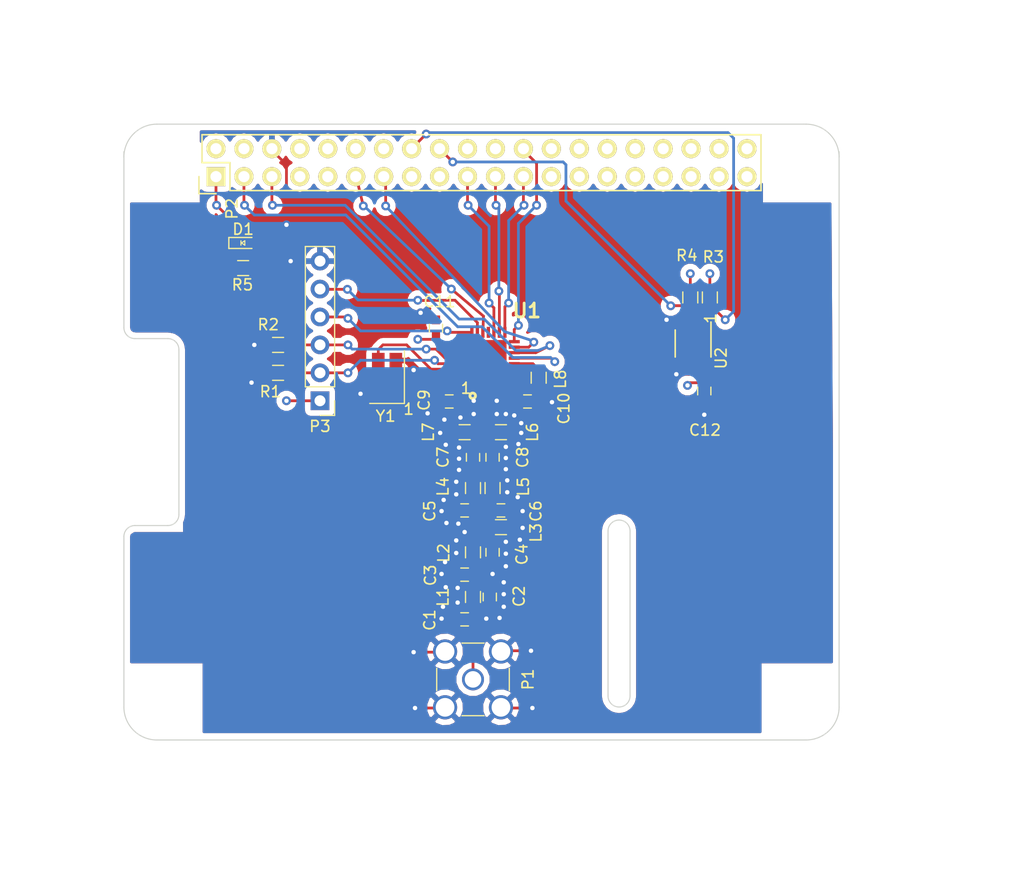
<source format=kicad_pcb>
(kicad_pcb (version 4) (host pcbnew 4.0.7)

  (general
    (links 83)
    (no_connects 0)
    (area 33.478572 27.4 136.571429 107.575)
    (thickness 1.6)
    (drawings 36)
    (tracks 423)
    (zones 0)
    (modules 36)
    (nets 32)
  )

  (page USLegal)
  (title_block
    (title "AX5043 Raspberry Pi HAT")
    (date 2018-03-24)
    (rev V1.3)
    (company "Brandenburg Tech, LLC")
  )

  (layers
    (0 F.Cu signal)
    (1 In1.Cu signal hide)
    (2 In2.Cu signal hide)
    (31 B.Cu signal hide)
    (32 B.Adhes user)
    (33 F.Adhes user)
    (34 B.Paste user)
    (35 F.Paste user)
    (36 B.SilkS user)
    (37 F.SilkS user)
    (38 B.Mask user)
    (39 F.Mask user)
    (40 Dwgs.User user)
    (41 Cmts.User user)
    (42 Eco1.User user)
    (43 Eco2.User user)
    (44 Edge.Cuts user)
    (45 Margin user)
    (46 B.CrtYd user)
    (47 F.CrtYd user)
    (48 B.Fab user)
    (49 F.Fab user)
  )

  (setup
    (last_trace_width 0.25)
    (user_trace_width 0.2)
    (user_trace_width 0.25)
    (user_trace_width 0.381)
    (user_trace_width 0.5)
    (user_trace_width 0.75)
    (trace_clearance 0.2)
    (zone_clearance 0.508)
    (zone_45_only no)
    (trace_min 0.13)
    (segment_width 0.2)
    (edge_width 0.1)
    (via_size 0.8)
    (via_drill 0.4)
    (via_min_size 0.4)
    (via_min_drill 0.3)
    (uvia_size 0.3)
    (uvia_drill 0.1)
    (uvias_allowed no)
    (uvia_min_size 0.2)
    (uvia_min_drill 0.1)
    (pcb_text_width 0.3)
    (pcb_text_size 1.5 1.5)
    (mod_edge_width 0.15)
    (mod_text_size 1 1)
    (mod_text_width 0.15)
    (pad_size 2.75 2.75)
    (pad_drill 2.75)
    (pad_to_mask_clearance 0)
    (aux_axis_origin 0 0)
    (visible_elements 7FFEFFFF)
    (pcbplotparams
      (layerselection 0x000f8_80000007)
      (usegerberextensions true)
      (excludeedgelayer true)
      (linewidth 0.100000)
      (plotframeref false)
      (viasonmask false)
      (mode 1)
      (useauxorigin false)
      (hpglpennumber 1)
      (hpglpenspeed 20)
      (hpglpendiameter 15)
      (hpglpenoverlay 2)
      (psnegative false)
      (psa4output false)
      (plotreference true)
      (plotvalue true)
      (plotinvisibletext false)
      (padsonsilk false)
      (subtractmaskfromsilk false)
      (outputformat 1)
      (mirror false)
      (drillshape 0)
      (scaleselection 1)
      (outputdirectory gerber/))
  )

  (net 0 "")
  (net 1 GND)
  (net 2 "Net-(C1-Pad1)")
  (net 3 "Net-(C2-Pad1)")
  (net 4 "Net-(C4-Pad1)")
  (net 5 "Net-(C5-Pad1)")
  (net 6 "Net-(C7-Pad2)")
  (net 7 "Net-(C7-Pad1)")
  (net 8 "Net-(C8-Pad2)")
  (net 9 "Net-(C8-Pad1)")
  (net 10 "Net-(C9-Pad1)")
  (net 11 "Net-(C10-Pad1)")
  (net 12 +3V3)
  (net 13 "Net-(L8-Pad1)")
  (net 14 "Net-(L8-Pad2)")
  (net 15 AX5043_DATA)
  (net 16 AX5043_DCLK)
  (net 17 AX5043_IRQ)
  (net 18 AX5043_SYSCLK)
  (net 19 I2C_SDA)
  (net 20 I2C_SCL)
  (net 21 AX5043_MOSI)
  (net 22 AX5043_MISO)
  (net 23 AX5043_CLK)
  (net 24 AX5043_SEL)
  (net 25 AX5043_GPADC2)
  (net 26 AX5043_GPADC1)
  (net 27 "Net-(P3-Pad4)")
  (net 28 "Net-(P3-Pad5)")
  (net 29 "Net-(U1-Pad27)")
  (net 30 "Net-(U1-Pad28)")
  (net 31 "Net-(D1-Pad1)")

  (net_class Default "This is the default net class."
    (clearance 0.2)
    (trace_width 0.25)
    (via_dia 0.8)
    (via_drill 0.4)
    (uvia_dia 0.3)
    (uvia_drill 0.1)
    (add_net +3V3)
    (add_net AX5043_CLK)
    (add_net AX5043_DATA)
    (add_net AX5043_DCLK)
    (add_net AX5043_GPADC1)
    (add_net AX5043_GPADC2)
    (add_net AX5043_IRQ)
    (add_net AX5043_MISO)
    (add_net AX5043_MOSI)
    (add_net AX5043_SEL)
    (add_net AX5043_SYSCLK)
    (add_net GND)
    (add_net I2C_SCL)
    (add_net I2C_SDA)
    (add_net "Net-(C1-Pad1)")
    (add_net "Net-(C10-Pad1)")
    (add_net "Net-(C2-Pad1)")
    (add_net "Net-(C4-Pad1)")
    (add_net "Net-(C5-Pad1)")
    (add_net "Net-(C7-Pad1)")
    (add_net "Net-(C7-Pad2)")
    (add_net "Net-(C8-Pad1)")
    (add_net "Net-(C8-Pad2)")
    (add_net "Net-(C9-Pad1)")
    (add_net "Net-(D1-Pad1)")
    (add_net "Net-(L8-Pad1)")
    (add_net "Net-(L8-Pad2)")
    (add_net "Net-(P3-Pad4)")
    (add_net "Net-(P3-Pad5)")
    (add_net "Net-(U1-Pad27)")
    (add_net "Net-(U1-Pad28)")
  )

  (module AX5043-1-TA05:QFN50P500X500X95-29N (layer F.Cu) (tedit 5A7A3E2D) (tstamp 59F5E2E4)
    (at 77.0255 59.8805 90)
    (descr "QFN28 5 mm x 5 mm")
    (tags "Integrated Circuit")
    (path /59F29B3F)
    (attr smd)
    (fp_text reference U1 (at 4.318 3.4925 180) (layer F.SilkS)
      (effects (font (size 1.27 1.27) (thickness 0.254)))
    )
    (fp_text value AX5043 (at 0 0 90) (layer F.SilkS) hide
      (effects (font (size 1.27 1.27) (thickness 0.254)))
    )
    (fp_text user 1 (at -2.7305 -2.032 180) (layer F.SilkS)
      (effects (font (size 1 1) (thickness 0.15)))
    )
    (fp_line (start -3.1 -3.1) (end 3.1 -3.1) (layer Dwgs.User) (width 0.05))
    (fp_line (start 3.1 -3.1) (end 3.1 3.1) (layer Dwgs.User) (width 0.05))
    (fp_line (start 3.1 3.1) (end -3.1 3.1) (layer Dwgs.User) (width 0.05))
    (fp_line (start -3.1 3.1) (end -3.1 -3.1) (layer Dwgs.User) (width 0.05))
    (fp_line (start -2.5 -2.5) (end 2.5 -2.5) (layer Dwgs.User) (width 0.1))
    (fp_line (start 2.5 -2.5) (end 2.5 2.5) (layer Dwgs.User) (width 0.1))
    (fp_line (start 2.5 2.5) (end -2.5 2.5) (layer Dwgs.User) (width 0.1))
    (fp_line (start -2.5 2.5) (end -2.5 -2.5) (layer Dwgs.User) (width 0.1))
    (fp_line (start -2.5 -2) (end -2 -2.5) (layer Dwgs.User) (width 0.1))
    (fp_circle (center -3.4215 -1.4245) (end -3.2965 -1.4245) (layer F.SilkS) (width 0.254))
    (pad 29a smd rect (at 0 0 90) (size 0.9 0.9) (layers F.Cu F.Paste))
    (pad 29a smd rect (at 1.0795 0 90) (size 0.9 0.9) (layers F.Cu F.Paste))
    (pad 29a smd rect (at -1.0795 0 90) (size 0.9 0.9) (layers F.Cu F.Paste))
    (pad 29a smd rect (at 1.0795 1.0795 90) (size 0.9 0.9) (layers F.Cu F.Paste))
    (pad 29a smd rect (at -1.0795 1.0795 90) (size 0.9 0.9) (layers F.Cu F.Paste))
    (pad 29a smd rect (at 0 1.0795 90) (size 0.9 0.9) (layers F.Cu F.Paste))
    (pad 29a smd rect (at 1.0795 -1.0795 90) (size 0.9 0.9) (layers F.Cu F.Paste))
    (pad 29a smd rect (at -1.0795 -1.0795 90) (size 0.9 0.9) (layers F.Cu F.Paste))
    (pad 1 smd rect (at -2.35 -1.5 180) (size 0.3 1) (layers F.Cu F.Paste F.Mask)
      (net 10 "Net-(C9-Pad1)") (solder_paste_margin_ratio -0.1))
    (pad 2 smd rect (at -2.35 -1 180) (size 0.3 1) (layers F.Cu F.Paste F.Mask)
      (net 1 GND) (solder_paste_margin_ratio -0.1))
    (pad 3 smd rect (at -2.35 -0.5 180) (size 0.3 1) (layers F.Cu F.Paste F.Mask)
      (net 7 "Net-(C7-Pad1)") (solder_paste_margin_ratio -0.1))
    (pad 4 smd rect (at -2.35 0 180) (size 0.3 1) (layers F.Cu F.Paste F.Mask)
      (net 9 "Net-(C8-Pad1)") (solder_paste_margin_ratio -0.1))
    (pad 5 smd rect (at -2.35 0.5 180) (size 0.3 1) (layers F.Cu F.Paste F.Mask)
      (solder_paste_margin_ratio -0.1))
    (pad 6 smd rect (at -2.35 1 180) (size 0.3 1) (layers F.Cu F.Paste F.Mask)
      (net 1 GND) (solder_paste_margin_ratio -0.1))
    (pad 7 smd rect (at -2.35 1.5 180) (size 0.3 1) (layers F.Cu F.Paste F.Mask)
      (net 11 "Net-(C10-Pad1)") (solder_paste_margin_ratio -0.1))
    (pad 8 smd rect (at -1.5 2.35 90) (size 0.3 1) (layers F.Cu F.Paste F.Mask)
      (solder_paste_margin_ratio -0.1))
    (pad 9 smd rect (at -1 2.35 90) (size 0.3 1) (layers F.Cu F.Paste F.Mask)
      (net 14 "Net-(L8-Pad2)") (solder_paste_margin_ratio -0.1))
    (pad 10 smd rect (at -0.5 2.35 90) (size 0.3 1) (layers F.Cu F.Paste F.Mask)
      (net 13 "Net-(L8-Pad1)") (solder_paste_margin_ratio -0.1))
    (pad 11 smd rect (at 0 2.35 90) (size 0.3 1) (layers F.Cu F.Paste F.Mask)
      (net 15 AX5043_DATA) (solder_paste_margin_ratio -0.1))
    (pad 12 smd rect (at 0.5 2.35 90) (size 0.3 1) (layers F.Cu F.Paste F.Mask)
      (net 16 AX5043_DCLK) (solder_paste_margin_ratio -0.1))
    (pad 13 smd rect (at 1 2.35 90) (size 0.3 1) (layers F.Cu F.Paste F.Mask)
      (net 18 AX5043_SYSCLK) (solder_paste_margin_ratio -0.1))
    (pad 14 smd rect (at 1.5 2.35 90) (size 0.3 1) (layers F.Cu F.Paste F.Mask)
      (net 24 AX5043_SEL) (solder_paste_margin_ratio -0.1))
    (pad 15 smd rect (at 2.35 1.5 180) (size 0.3 1) (layers F.Cu F.Paste F.Mask)
      (net 23 AX5043_CLK) (solder_paste_margin_ratio -0.1))
    (pad 16 smd rect (at 2.35 1 180) (size 0.3 1) (layers F.Cu F.Paste F.Mask)
      (net 22 AX5043_MISO) (solder_paste_margin_ratio -0.1))
    (pad 17 smd rect (at 2.35 0.5 180) (size 0.3 1) (layers F.Cu F.Paste F.Mask)
      (net 21 AX5043_MOSI) (solder_paste_margin_ratio -0.1))
    (pad 18 smd rect (at 2.35 0 180) (size 0.3 1) (layers F.Cu F.Paste F.Mask)
      (solder_paste_margin_ratio -0.1))
    (pad 19 smd rect (at 2.35 -0.5 180) (size 0.3 1) (layers F.Cu F.Paste F.Mask)
      (net 17 AX5043_IRQ) (solder_paste_margin_ratio -0.1))
    (pad 20 smd rect (at 2.35 -1 180) (size 0.3 1) (layers F.Cu F.Paste F.Mask)
      (net 28 "Net-(P3-Pad5)") (solder_paste_margin_ratio -0.1))
    (pad 21 smd rect (at 2.35 -1.5 180) (size 0.3 1) (layers F.Cu F.Paste F.Mask)
      (net 27 "Net-(P3-Pad4)") (solder_paste_margin_ratio -0.1))
    (pad 22 smd rect (at 1.5 -2.35 90) (size 0.3 1) (layers F.Cu F.Paste F.Mask)
      (solder_paste_margin_ratio -0.1))
    (pad 23 smd rect (at 1 -2.35 90) (size 0.3 1) (layers F.Cu F.Paste F.Mask)
      (net 12 +3V3) (solder_paste_margin_ratio -0.1))
    (pad 24 smd rect (at 0.5 -2.35 90) (size 0.3 1) (layers F.Cu F.Paste F.Mask)
      (solder_paste_margin_ratio -0.1))
    (pad 25 smd rect (at 0 -2.35 90) (size 0.3 1) (layers F.Cu F.Paste F.Mask)
      (net 26 AX5043_GPADC1) (solder_paste_margin_ratio -0.1))
    (pad 26 smd rect (at -0.5 -2.35 90) (size 0.3 1) (layers F.Cu F.Paste F.Mask)
      (net 25 AX5043_GPADC2) (solder_paste_margin_ratio -0.1))
    (pad 27 smd rect (at -1 -2.35 90) (size 0.3 1) (layers F.Cu F.Paste F.Mask)
      (net 29 "Net-(U1-Pad27)") (solder_paste_margin_ratio -0.1))
    (pad 28 smd rect (at -1.5 -2.35 90) (size 0.3 1) (layers F.Cu F.Paste F.Mask)
      (net 30 "Net-(U1-Pad28)") (solder_paste_margin_ratio -0.1))
    (pad 29 smd rect (at 0 0 90) (size 3.3 3.3) (layers F.Cu F.Mask)
      (net 1 GND))
    (pad 29a smd rect (at 0 -1.0795 90) (size 0.9 0.9) (layers F.Cu F.Paste))
  )

  (module LEDs:LED_0603 (layer F.Cu) (tedit 5A7A0CA2) (tstamp 5A4A3947)
    (at 54.737 49.403)
    (descr "LED 0603 smd package")
    (tags "LED led 0603 SMD smd SMT smt smdled SMDLED smtled SMTLED")
    (path /5A4A3F37)
    (attr smd)
    (fp_text reference D1 (at 0 -1.25) (layer F.SilkS)
      (effects (font (size 1 1) (thickness 0.15)))
    )
    (fp_text value LED (at 1.524 1.397) (layer F.Fab)
      (effects (font (size 1 1) (thickness 0.15)))
    )
    (fp_line (start 0.15 -0.2) (end 0.15 0.2) (layer F.SilkS) (width 0.1))
    (fp_line (start 0.15 0.2) (end -0.15 0) (layer F.SilkS) (width 0.1))
    (fp_line (start -0.15 0) (end 0.15 -0.2) (layer F.SilkS) (width 0.1))
    (fp_line (start -0.2 -0.2) (end -0.2 0.2) (layer F.SilkS) (width 0.1))
    (fp_line (start -1.3 -0.5) (end -1.3 0.5) (layer F.SilkS) (width 0.12))
    (fp_line (start 0.8 0.4) (end -0.8 0.4) (layer F.Fab) (width 0.1))
    (fp_line (start 0.8 -0.4) (end 0.8 0.4) (layer F.Fab) (width 0.1))
    (fp_line (start -0.8 -0.4) (end 0.8 -0.4) (layer F.Fab) (width 0.1))
    (fp_line (start -0.8 0.4) (end -0.8 -0.4) (layer F.Fab) (width 0.1))
    (fp_line (start -1.3 0.5) (end 0.8 0.5) (layer F.SilkS) (width 0.12))
    (fp_line (start -1.3 -0.5) (end 0.8 -0.5) (layer F.SilkS) (width 0.12))
    (fp_line (start 1.45 -0.65) (end 1.45 0.65) (layer F.CrtYd) (width 0.05))
    (fp_line (start 1.45 0.65) (end -1.45 0.65) (layer F.CrtYd) (width 0.05))
    (fp_line (start -1.45 0.65) (end -1.45 -0.65) (layer F.CrtYd) (width 0.05))
    (fp_line (start -1.45 -0.65) (end 1.45 -0.65) (layer F.CrtYd) (width 0.05))
    (pad 2 smd rect (at 0.8 0 180) (size 0.8 0.8) (layers F.Cu F.Paste F.Mask)
      (net 12 +3V3))
    (pad 1 smd rect (at -0.8 0 180) (size 0.8 0.8) (layers F.Cu F.Paste F.Mask)
      (net 31 "Net-(D1-Pad1)"))
    (model ${KISYS3DMOD}/LEDs.3dshapes/LED_0603.wrl
      (at (xyz 0 0 0))
      (scale (xyz 1 1 1))
      (rotate (xyz 0 0 180))
    )
  )

  (module ECX42:Crystal_SMD_ECX42-4pin_4.0x2.5mm (layer F.Cu) (tedit 5A7A0A96) (tstamp 59F5E317)
    (at 67.818 61.595 90)
    (tags "SMD SMT crystal")
    (path /59F29B25)
    (attr smd)
    (fp_text reference Y1 (at -3.556 -0.127 180) (layer F.SilkS)
      (effects (font (size 1 1) (thickness 0.15)))
    )
    (fp_text value 16M (at 0.5 2.45 90) (layer F.Fab)
      (effects (font (size 1 1) (thickness 0.15)))
    )
    (fp_text user 1 (at -2.921 1.9685 180) (layer F.SilkS)
      (effects (font (size 1 1) (thickness 0.15)))
    )
    (fp_text user %R (at 0 0 90) (layer F.Fab)
      (effects (font (size 0.75 0.75) (thickness 0.15)))
    )
    (fp_line (start -1.8 -1.25) (end 1.8 -1.25) (layer F.Fab) (width 0.1))
    (fp_line (start 1.8 -1.25) (end 2 -1.05) (layer F.Fab) (width 0.1))
    (fp_line (start 2 -1.05) (end 2 1.05) (layer F.Fab) (width 0.1))
    (fp_line (start 2 1.05) (end 1.8 1.25) (layer F.Fab) (width 0.1))
    (fp_line (start 1.8 1.25) (end -1.8 1.25) (layer F.Fab) (width 0.1))
    (fp_line (start -1.8 1.25) (end -2 1.05) (layer F.Fab) (width 0.1))
    (fp_line (start -2 1.05) (end -2 -1.05) (layer F.Fab) (width 0.1))
    (fp_line (start -2 -1.05) (end -1.8 -1.25) (layer F.Fab) (width 0.1))
    (fp_line (start -2 0.25) (end -1 1.25) (layer F.Fab) (width 0.1))
    (fp_line (start -2.4 -1.575) (end -2.4 1.575) (layer F.SilkS) (width 0.12))
    (fp_line (start -2.4 1.575) (end 2.4 1.575) (layer F.SilkS) (width 0.12))
    (fp_line (start -2.5 -1.675) (end -2.5 1.675) (layer F.CrtYd) (width 0.05))
    (fp_line (start -2.5 1.675) (end 2.5 1.675) (layer F.CrtYd) (width 0.05))
    (fp_line (start 2.5 1.675) (end 2.5 -1.675) (layer F.CrtYd) (width 0.05))
    (fp_line (start 2.5 -1.675) (end -2.5 -1.675) (layer F.CrtYd) (width 0.05))
    (pad 1 smd rect (at -1.5 0.8 90) (size 1.4 1.15) (layers F.Cu F.Paste F.Mask)
      (net 30 "Net-(U1-Pad28)"))
    (pad 2 smd rect (at 1.5 0.8 90) (size 1.4 1.15) (layers F.Cu F.Paste F.Mask)
      (net 1 GND))
    (pad 3 smd rect (at 1.5 -0.8 90) (size 1.4 1.15) (layers F.Cu F.Paste F.Mask)
      (net 29 "Net-(U1-Pad27)"))
    (pad 4 smd rect (at -1.5 -0.8 90) (size 1.4 1.15) (layers F.Cu F.Paste F.Mask)
      (net 1 GND))
    (model ${KISYS3DMOD}/Crystals.3dshapes/Crystal_SMD_Abracon_ABM3C-4pin_5.0x3.2mm.wrl
      (at (xyz 0 0 0))
      (scale (xyz 1 1 1))
      (rotate (xyz 0 0 0))
    )
  )

  (module Housings_DFN_QFN:DFN-8-1EP_3x3mm_Pitch0.65mm (layer F.Cu) (tedit 5A7A0D0E) (tstamp 59F5E2FF)
    (at 95.631 58.547 270)
    (descr "8-Lead Plastic Dual Flat, No Lead Package (MF) - 3x3x0.9 mm Body [DFN] (see Microchip Packaging Specification 00000049BS.pdf)")
    (tags "DFN 0.65")
    (path /59F29B60)
    (attr smd)
    (fp_text reference U2 (at 1.3335 -2.54 270) (layer F.SilkS)
      (effects (font (size 1 1) (thickness 0.15)))
    )
    (fp_text value MAX31725 (at 0 2.55 270) (layer F.Fab)
      (effects (font (size 1 1) (thickness 0.15)))
    )
    (fp_text user 1 (at -2.286 -1.5875 270) (layer F.SilkS)
      (effects (font (size 1 1) (thickness 0.15)))
    )
    (fp_line (start -0.5 -1.5) (end 1.5 -1.5) (layer F.Fab) (width 0.15))
    (fp_line (start 1.5 -1.5) (end 1.5 1.5) (layer F.Fab) (width 0.15))
    (fp_line (start 1.5 1.5) (end -1.5 1.5) (layer F.Fab) (width 0.15))
    (fp_line (start -1.5 1.5) (end -1.5 -0.5) (layer F.Fab) (width 0.15))
    (fp_line (start -1.5 -0.5) (end -0.5 -1.5) (layer F.Fab) (width 0.15))
    (fp_line (start -2.15 -1.8) (end -2.15 1.8) (layer F.CrtYd) (width 0.05))
    (fp_line (start 2.15 -1.8) (end 2.15 1.8) (layer F.CrtYd) (width 0.05))
    (fp_line (start -2.15 -1.8) (end 2.15 -1.8) (layer F.CrtYd) (width 0.05))
    (fp_line (start -2.15 1.8) (end 2.15 1.8) (layer F.CrtYd) (width 0.05))
    (fp_line (start -1.225 1.625) (end 1.225 1.625) (layer F.SilkS) (width 0.15))
    (fp_line (start -1.95 -1.625) (end 1.225 -1.625) (layer F.SilkS) (width 0.15))
    (pad 1 smd rect (at -1.55 -0.975 270) (size 0.65 0.35) (layers F.Cu F.Paste F.Mask)
      (net 19 I2C_SDA))
    (pad 2 smd rect (at -1.55 -0.325 270) (size 0.65 0.35) (layers F.Cu F.Paste F.Mask)
      (net 20 I2C_SCL))
    (pad 3 smd rect (at -1.55 0.325 270) (size 0.65 0.35) (layers F.Cu F.Paste F.Mask))
    (pad 4 smd rect (at -1.55 0.975 270) (size 0.65 0.35) (layers F.Cu F.Paste F.Mask)
      (net 1 GND))
    (pad 5 smd rect (at 1.55 0.975 270) (size 0.65 0.35) (layers F.Cu F.Paste F.Mask)
      (net 1 GND))
    (pad 6 smd rect (at 1.55 0.325 270) (size 0.65 0.35) (layers F.Cu F.Paste F.Mask)
      (net 1 GND))
    (pad 7 smd rect (at 1.55 -0.325 270) (size 0.65 0.35) (layers F.Cu F.Paste F.Mask)
      (net 1 GND))
    (pad 8 smd rect (at 1.55 -0.975 270) (size 0.65 0.35) (layers F.Cu F.Paste F.Mask)
      (net 12 +3V3))
    (pad 9 smd rect (at 0.3875 0.6 270) (size 0.775 1.2) (layers F.Cu F.Paste F.Mask)
      (net 1 GND) (solder_paste_margin_ratio -0.2))
    (pad 9 smd rect (at 0.3875 -0.6 270) (size 0.775 1.2) (layers F.Cu F.Paste F.Mask)
      (net 1 GND) (solder_paste_margin_ratio -0.2))
    (pad 9 smd rect (at -0.3875 0.6 270) (size 0.775 1.2) (layers F.Cu F.Paste F.Mask)
      (net 1 GND) (solder_paste_margin_ratio -0.2))
    (pad 9 smd rect (at -0.3875 -0.6 270) (size 0.775 1.2) (layers F.Cu F.Paste F.Mask)
      (net 1 GND) (solder_paste_margin_ratio -0.2))
    (model ${KISYS3DMOD}/Housings_DFN_QFN.3dshapes/DFN-8-1EP_3x3mm_Pitch0.65mm.wrl
      (at (xyz 0 0 0))
      (scale (xyz 1 1 1))
      (rotate (xyz 0 0 0))
    )
  )

  (module RPi_Hat:Pin_Header_Straight_2x20 locked (layer F.Cu) (tedit 59FA221C) (tstamp 5516AEA0)
    (at 76.4 42.1 90)
    (descr "Through hole pin header")
    (tags "pin header")
    (path /59F410F1)
    (fp_text reference P2 (at -4.1915 -22.679 90) (layer F.SilkS)
      (effects (font (size 1 1) (thickness 0.15)))
    )
    (fp_text value CONN_13X2 (at -1.27 -27.23 90) (layer F.Fab)
      (effects (font (size 1 1) (thickness 0.15)))
    )
    (fp_line (start -3.02 -25.88) (end -3.02 25.92) (layer F.CrtYd) (width 0.05))
    (fp_line (start 3.03 -25.88) (end 3.03 25.92) (layer F.CrtYd) (width 0.05))
    (fp_line (start -3.02 -25.88) (end 3.03 -25.88) (layer F.CrtYd) (width 0.05))
    (fp_line (start -3.02 25.92) (end 3.03 25.92) (layer F.CrtYd) (width 0.05))
    (fp_line (start 2.54 25.4) (end 2.54 -25.4) (layer F.SilkS) (width 0.15))
    (fp_line (start -2.54 -22.86) (end -2.54 25.4) (layer F.SilkS) (width 0.15))
    (fp_line (start 2.54 25.4) (end -2.54 25.4) (layer F.SilkS) (width 0.15))
    (fp_line (start 2.54 -25.4) (end 0 -25.4) (layer F.SilkS) (width 0.15))
    (fp_line (start -1.27 -25.68) (end -2.82 -25.68) (layer F.SilkS) (width 0.15))
    (fp_line (start 0 -25.4) (end 0 -22.86) (layer F.SilkS) (width 0.15))
    (fp_line (start 0 -22.86) (end -2.54 -22.86) (layer F.SilkS) (width 0.15))
    (fp_line (start -2.82 -25.68) (end -2.82 -24.13) (layer F.SilkS) (width 0.15))
    (pad 1 thru_hole rect (at -1.27 -24.13 90) (size 1.7272 1.7272) (drill 1.016) (layers *.Cu *.Mask F.SilkS)
      (net 12 +3V3))
    (pad 2 thru_hole oval (at 1.27 -24.13 90) (size 1.7272 1.7272) (drill 1.016) (layers *.Cu *.Mask F.SilkS))
    (pad 3 thru_hole oval (at -1.27 -21.59 90) (size 1.7272 1.7272) (drill 1.016) (layers *.Cu *.Mask F.SilkS)
      (net 15 AX5043_DATA))
    (pad 4 thru_hole oval (at 1.27 -21.59 90) (size 1.7272 1.7272) (drill 1.016) (layers *.Cu *.Mask F.SilkS))
    (pad 5 thru_hole oval (at -1.27 -19.05 90) (size 1.7272 1.7272) (drill 1.016) (layers *.Cu *.Mask F.SilkS)
      (net 16 AX5043_DCLK))
    (pad 6 thru_hole oval (at 1.27 -19.05 90) (size 1.7272 1.7272) (drill 1.016) (layers *.Cu *.Mask F.SilkS)
      (net 1 GND))
    (pad 7 thru_hole oval (at -1.27 -16.51 90) (size 1.7272 1.7272) (drill 1.016) (layers *.Cu *.Mask F.SilkS))
    (pad 8 thru_hole oval (at 1.27 -16.51 90) (size 1.7272 1.7272) (drill 1.016) (layers *.Cu *.Mask F.SilkS))
    (pad 9 thru_hole oval (at -1.27 -13.97 90) (size 1.7272 1.7272) (drill 1.016) (layers *.Cu *.Mask F.SilkS))
    (pad 10 thru_hole oval (at 1.27 -13.97 90) (size 1.7272 1.7272) (drill 1.016) (layers *.Cu *.Mask F.SilkS))
    (pad 11 thru_hole oval (at -1.27 -11.43 90) (size 1.7272 1.7272) (drill 1.016) (layers *.Cu *.Mask F.SilkS)
      (net 17 AX5043_IRQ))
    (pad 12 thru_hole oval (at 1.27 -11.43 90) (size 1.7272 1.7272) (drill 1.016) (layers *.Cu *.Mask F.SilkS))
    (pad 13 thru_hole oval (at -1.27 -8.89 90) (size 1.7272 1.7272) (drill 1.016) (layers *.Cu *.Mask F.SilkS)
      (net 18 AX5043_SYSCLK))
    (pad 14 thru_hole oval (at 1.27 -8.89 90) (size 1.7272 1.7272) (drill 1.016) (layers *.Cu *.Mask F.SilkS))
    (pad 15 thru_hole oval (at -1.27 -6.35 90) (size 1.7272 1.7272) (drill 1.016) (layers *.Cu *.Mask F.SilkS))
    (pad 16 thru_hole oval (at 1.27 -6.35 90) (size 1.7272 1.7272) (drill 1.016) (layers *.Cu *.Mask F.SilkS)
      (net 19 I2C_SDA))
    (pad 17 thru_hole oval (at -1.27 -3.81 90) (size 1.7272 1.7272) (drill 1.016) (layers *.Cu *.Mask F.SilkS))
    (pad 18 thru_hole oval (at 1.27 -3.81 90) (size 1.7272 1.7272) (drill 1.016) (layers *.Cu *.Mask F.SilkS)
      (net 20 I2C_SCL))
    (pad 19 thru_hole oval (at -1.27 -1.27 90) (size 1.7272 1.7272) (drill 1.016) (layers *.Cu *.Mask F.SilkS)
      (net 21 AX5043_MOSI))
    (pad 20 thru_hole oval (at 1.27 -1.27 90) (size 1.7272 1.7272) (drill 1.016) (layers *.Cu *.Mask F.SilkS))
    (pad 21 thru_hole oval (at -1.27 1.27 90) (size 1.7272 1.7272) (drill 1.016) (layers *.Cu *.Mask F.SilkS)
      (net 22 AX5043_MISO))
    (pad 22 thru_hole oval (at 1.27 1.27 90) (size 1.7272 1.7272) (drill 1.016) (layers *.Cu *.Mask F.SilkS))
    (pad 23 thru_hole oval (at -1.27 3.81 90) (size 1.7272 1.7272) (drill 1.016) (layers *.Cu *.Mask F.SilkS)
      (net 23 AX5043_CLK))
    (pad 24 thru_hole oval (at 1.27 3.81 90) (size 1.7272 1.7272) (drill 1.016) (layers *.Cu *.Mask F.SilkS)
      (net 24 AX5043_SEL))
    (pad 25 thru_hole oval (at -1.27 6.35 90) (size 1.7272 1.7272) (drill 1.016) (layers *.Cu *.Mask F.SilkS))
    (pad 26 thru_hole oval (at 1.27 6.35 90) (size 1.7272 1.7272) (drill 1.016) (layers *.Cu *.Mask F.SilkS))
    (pad 27 thru_hole oval (at -1.27 8.89 90) (size 1.7272 1.7272) (drill 1.016) (layers *.Cu *.Mask F.SilkS))
    (pad 28 thru_hole oval (at 1.27 8.89 90) (size 1.7272 1.7272) (drill 1.016) (layers *.Cu *.Mask F.SilkS))
    (pad 29 thru_hole oval (at -1.27 11.43 90) (size 1.7272 1.7272) (drill 1.016) (layers *.Cu *.Mask F.SilkS))
    (pad 30 thru_hole oval (at 1.27 11.43 90) (size 1.7272 1.7272) (drill 1.016) (layers *.Cu *.Mask F.SilkS))
    (pad 31 thru_hole oval (at -1.27 13.97 90) (size 1.7272 1.7272) (drill 1.016) (layers *.Cu *.Mask F.SilkS))
    (pad 32 thru_hole oval (at 1.27 13.97 90) (size 1.7272 1.7272) (drill 1.016) (layers *.Cu *.Mask F.SilkS))
    (pad 33 thru_hole oval (at -1.27 16.51 90) (size 1.7272 1.7272) (drill 1.016) (layers *.Cu *.Mask F.SilkS))
    (pad 34 thru_hole oval (at 1.27 16.51 90) (size 1.7272 1.7272) (drill 1.016) (layers *.Cu *.Mask F.SilkS))
    (pad 35 thru_hole oval (at -1.27 19.05 90) (size 1.7272 1.7272) (drill 1.016) (layers *.Cu *.Mask F.SilkS))
    (pad 36 thru_hole oval (at 1.27 19.05 90) (size 1.7272 1.7272) (drill 1.016) (layers *.Cu *.Mask F.SilkS))
    (pad 37 thru_hole oval (at -1.27 21.59 90) (size 1.7272 1.7272) (drill 1.016) (layers *.Cu *.Mask F.SilkS))
    (pad 38 thru_hole oval (at 1.27 21.59 90) (size 1.7272 1.7272) (drill 1.016) (layers *.Cu *.Mask F.SilkS))
    (pad 39 thru_hole oval (at -1.27 24.13 90) (size 1.7272 1.7272) (drill 1.016) (layers *.Cu *.Mask F.SilkS))
    (pad 40 thru_hole oval (at 1.27 24.13 90) (size 1.7272 1.7272) (drill 1.016) (layers *.Cu *.Mask F.SilkS))
    (model Pin_Headers.3dshapes/Pin_Header_Straight_2x20.wrl
      (at (xyz 0 0 0))
      (scale (xyz 1 1 1))
      (rotate (xyz 0 0 90))
    )
  )

  (module RPi_Hat:RPi_Hat_Mounting_Hole locked (layer F.Cu) (tedit 55217C7B) (tstamp 5515DEA9)
    (at 105.4 42.1)
    (descr "Mounting hole, Befestigungsbohrung, 2,7mm, No Annular, Kein Restring,")
    (tags "Mounting hole, Befestigungsbohrung, 2,7mm, No Annular, Kein Restring,")
    (fp_text reference "" (at 0 -4.0005) (layer F.SilkS) hide
      (effects (font (size 1 1) (thickness 0.15)))
    )
    (fp_text value "" (at 0.09906 3.59918) (layer F.Fab) hide
      (effects (font (size 1 1) (thickness 0.15)))
    )
    (fp_circle (center 0 0) (end 1.375 0) (layer F.Fab) (width 0.15))
    (fp_circle (center 0 0) (end 3.1 0) (layer F.Fab) (width 0.15))
    (fp_circle (center 0 0) (end 3.1 0) (layer B.Fab) (width 0.15))
    (fp_circle (center 0 0) (end 1.375 0) (layer B.Fab) (width 0.15))
    (fp_circle (center 0 0) (end 3.1 0) (layer F.CrtYd) (width 0.15))
    (fp_circle (center 0 0) (end 3.1 0) (layer B.CrtYd) (width 0.15))
    (pad "" np_thru_hole circle (at 0 0) (size 2.75 2.75) (drill 2.75) (layers *.Cu *.Mask)
      (solder_mask_margin 1.725) (clearance 1.725))
  )

  (module RPi_Hat:RPi_Hat_Mounting_Hole locked (layer F.Cu) (tedit 55217CCB) (tstamp 55169DC9)
    (at 105.4 91.1)
    (descr "Mounting hole, Befestigungsbohrung, 2,7mm, No Annular, Kein Restring,")
    (tags "Mounting hole, Befestigungsbohrung, 2,7mm, No Annular, Kein Restring,")
    (fp_text reference "" (at 0 -4.0005) (layer F.SilkS) hide
      (effects (font (size 1 1) (thickness 0.15)))
    )
    (fp_text value "" (at 0.09906 3.59918) (layer F.Fab) hide
      (effects (font (size 1 1) (thickness 0.15)))
    )
    (fp_circle (center 0 0) (end 1.375 0) (layer F.Fab) (width 0.15))
    (fp_circle (center 0 0) (end 3.1 0) (layer F.Fab) (width 0.15))
    (fp_circle (center 0 0) (end 3.1 0) (layer B.Fab) (width 0.15))
    (fp_circle (center 0 0) (end 1.375 0) (layer B.Fab) (width 0.15))
    (fp_circle (center 0 0) (end 3.1 0) (layer F.CrtYd) (width 0.15))
    (fp_circle (center 0 0) (end 3.1 0) (layer B.CrtYd) (width 0.15))
    (pad "" np_thru_hole circle (at 0 0) (size 2.75 2.75) (drill 2.75) (layers *.Cu *.Mask)
      (solder_mask_margin 1.725) (clearance 1.725))
  )

  (module RPi_Hat:RPi_Hat_Mounting_Hole locked (layer F.Cu) (tedit 55217CB9) (tstamp 5515DECC)
    (at 47.4 91.1)
    (descr "Mounting hole, Befestigungsbohrung, 2,7mm, No Annular, Kein Restring,")
    (tags "Mounting hole, Befestigungsbohrung, 2,7mm, No Annular, Kein Restring,")
    (fp_text reference "" (at 0 -4.0005) (layer F.SilkS) hide
      (effects (font (size 1 1) (thickness 0.15)))
    )
    (fp_text value "" (at 0.09906 3.59918) (layer F.Fab) hide
      (effects (font (size 1 1) (thickness 0.15)))
    )
    (fp_circle (center 0 0) (end 1.375 0) (layer F.Fab) (width 0.15))
    (fp_circle (center 0 0) (end 3.1 0) (layer F.Fab) (width 0.15))
    (fp_circle (center 0 0) (end 3.1 0) (layer B.Fab) (width 0.15))
    (fp_circle (center 0 0) (end 1.375 0) (layer B.Fab) (width 0.15))
    (fp_circle (center 0 0) (end 3.1 0) (layer F.CrtYd) (width 0.15))
    (fp_circle (center 0 0) (end 3.1 0) (layer B.CrtYd) (width 0.15))
    (pad "" np_thru_hole circle (at 0 0) (size 2.75 2.75) (drill 2.75) (layers *.Cu *.Mask)
      (solder_mask_margin 1.725) (clearance 1.725))
  )

  (module RPi_Hat:RPi_Hat_Mounting_Hole locked (layer F.Cu) (tedit 55217CA2) (tstamp 5515DEBF)
    (at 47.4 42.1)
    (descr "Mounting hole, Befestigungsbohrung, 2,7mm, No Annular, Kein Restring,")
    (tags "Mounting hole, Befestigungsbohrung, 2,7mm, No Annular, Kein Restring,")
    (fp_text reference "" (at 0 -4.0005) (layer F.SilkS) hide
      (effects (font (size 1 1) (thickness 0.15)))
    )
    (fp_text value "" (at 0.09906 3.59918) (layer F.Fab) hide
      (effects (font (size 1 1) (thickness 0.15)))
    )
    (fp_circle (center 0 0) (end 1.375 0) (layer F.Fab) (width 0.15))
    (fp_circle (center 0 0) (end 3.1 0) (layer F.Fab) (width 0.15))
    (fp_circle (center 0 0) (end 3.1 0) (layer B.Fab) (width 0.15))
    (fp_circle (center 0 0) (end 1.375 0) (layer B.Fab) (width 0.15))
    (fp_circle (center 0 0) (end 3.1 0) (layer F.CrtYd) (width 0.15))
    (fp_circle (center 0 0) (end 3.1 0) (layer B.CrtYd) (width 0.15))
    (pad "" np_thru_hole circle (at 0 0) (size 2.75 2.75) (drill 2.75) (layers *.Cu *.Mask)
      (solder_mask_margin 1.725) (clearance 1.725))
  )

  (module Capacitors_SMD:C_0603 (layer F.Cu) (tedit 59F7D799) (tstamp 59F5E0F0)
    (at 74.8665 83.6295 180)
    (descr "Capacitor SMD 0603, reflow soldering, AVX (see smccp.pdf)")
    (tags "capacitor 0603")
    (path /59F29B3A)
    (attr smd)
    (fp_text reference C1 (at 3.175 -0.0635 270) (layer F.SilkS)
      (effects (font (size 1 1) (thickness 0.15)))
    )
    (fp_text value NS (at 0 1.5 180) (layer F.Fab)
      (effects (font (size 1 1) (thickness 0.15)))
    )
    (fp_line (start 1.4 0.65) (end -1.4 0.65) (layer F.CrtYd) (width 0.05))
    (fp_line (start 1.4 0.65) (end 1.4 -0.65) (layer F.CrtYd) (width 0.05))
    (fp_line (start -1.4 -0.65) (end -1.4 0.65) (layer F.CrtYd) (width 0.05))
    (fp_line (start -1.4 -0.65) (end 1.4 -0.65) (layer F.CrtYd) (width 0.05))
    (fp_line (start 0.35 0.6) (end -0.35 0.6) (layer F.SilkS) (width 0.12))
    (fp_line (start -0.35 -0.6) (end 0.35 -0.6) (layer F.SilkS) (width 0.12))
    (fp_line (start -0.8 -0.4) (end 0.8 -0.4) (layer F.Fab) (width 0.1))
    (fp_line (start 0.8 -0.4) (end 0.8 0.4) (layer F.Fab) (width 0.1))
    (fp_line (start 0.8 0.4) (end -0.8 0.4) (layer F.Fab) (width 0.1))
    (fp_line (start -0.8 0.4) (end -0.8 -0.4) (layer F.Fab) (width 0.1))
    (fp_text user %R (at 0 0 180) (layer F.Fab)
      (effects (font (size 0.3 0.3) (thickness 0.075)))
    )
    (pad 2 smd rect (at 0.75 0 180) (size 0.8 0.75) (layers F.Cu F.Paste F.Mask)
      (net 1 GND))
    (pad 1 smd rect (at -0.75 0 180) (size 0.8 0.75) (layers F.Cu F.Paste F.Mask)
      (net 2 "Net-(C1-Pad1)"))
    (model Capacitors_SMD.3dshapes/C_0603.wrl
      (at (xyz 0 0 0))
      (scale (xyz 1 1 1))
      (rotate (xyz 0 0 0))
    )
  )

  (module Capacitors_SMD:C_0603 (layer F.Cu) (tedit 59F7D790) (tstamp 59F5E101)
    (at 77.1525 81.5975 270)
    (descr "Capacitor SMD 0603, reflow soldering, AVX (see smccp.pdf)")
    (tags "capacitor 0603")
    (path /59F29B39)
    (attr smd)
    (fp_text reference C2 (at -0.0635 -2.667 270) (layer F.SilkS)
      (effects (font (size 1 1) (thickness 0.15)))
    )
    (fp_text value NS (at 0 1.5 270) (layer F.Fab)
      (effects (font (size 1 1) (thickness 0.15)))
    )
    (fp_line (start 1.4 0.65) (end -1.4 0.65) (layer F.CrtYd) (width 0.05))
    (fp_line (start 1.4 0.65) (end 1.4 -0.65) (layer F.CrtYd) (width 0.05))
    (fp_line (start -1.4 -0.65) (end -1.4 0.65) (layer F.CrtYd) (width 0.05))
    (fp_line (start -1.4 -0.65) (end 1.4 -0.65) (layer F.CrtYd) (width 0.05))
    (fp_line (start 0.35 0.6) (end -0.35 0.6) (layer F.SilkS) (width 0.12))
    (fp_line (start -0.35 -0.6) (end 0.35 -0.6) (layer F.SilkS) (width 0.12))
    (fp_line (start -0.8 -0.4) (end 0.8 -0.4) (layer F.Fab) (width 0.1))
    (fp_line (start 0.8 -0.4) (end 0.8 0.4) (layer F.Fab) (width 0.1))
    (fp_line (start 0.8 0.4) (end -0.8 0.4) (layer F.Fab) (width 0.1))
    (fp_line (start -0.8 0.4) (end -0.8 -0.4) (layer F.Fab) (width 0.1))
    (fp_text user %R (at 0 0 270) (layer F.Fab)
      (effects (font (size 0.3 0.3) (thickness 0.075)))
    )
    (pad 2 smd rect (at 0.75 0 270) (size 0.8 0.75) (layers F.Cu F.Paste F.Mask)
      (net 2 "Net-(C1-Pad1)"))
    (pad 1 smd rect (at -0.75 0 270) (size 0.8 0.75) (layers F.Cu F.Paste F.Mask)
      (net 3 "Net-(C2-Pad1)"))
    (model Capacitors_SMD.3dshapes/C_0603.wrl
      (at (xyz 0 0 0))
      (scale (xyz 1 1 1))
      (rotate (xyz 0 0 0))
    )
  )

  (module Capacitors_SMD:C_0603 (layer F.Cu) (tedit 59F7D7A2) (tstamp 59F5E112)
    (at 74.8665 79.5655 180)
    (descr "Capacitor SMD 0603, reflow soldering, AVX (see smccp.pdf)")
    (tags "capacitor 0603")
    (path /59F29B3B)
    (attr smd)
    (fp_text reference C3 (at 3.1115 -0.0635 270) (layer F.SilkS)
      (effects (font (size 1 1) (thickness 0.15)))
    )
    (fp_text value NS (at 0 1.5 180) (layer F.Fab)
      (effects (font (size 1 1) (thickness 0.15)))
    )
    (fp_line (start 1.4 0.65) (end -1.4 0.65) (layer F.CrtYd) (width 0.05))
    (fp_line (start 1.4 0.65) (end 1.4 -0.65) (layer F.CrtYd) (width 0.05))
    (fp_line (start -1.4 -0.65) (end -1.4 0.65) (layer F.CrtYd) (width 0.05))
    (fp_line (start -1.4 -0.65) (end 1.4 -0.65) (layer F.CrtYd) (width 0.05))
    (fp_line (start 0.35 0.6) (end -0.35 0.6) (layer F.SilkS) (width 0.12))
    (fp_line (start -0.35 -0.6) (end 0.35 -0.6) (layer F.SilkS) (width 0.12))
    (fp_line (start -0.8 -0.4) (end 0.8 -0.4) (layer F.Fab) (width 0.1))
    (fp_line (start 0.8 -0.4) (end 0.8 0.4) (layer F.Fab) (width 0.1))
    (fp_line (start 0.8 0.4) (end -0.8 0.4) (layer F.Fab) (width 0.1))
    (fp_line (start -0.8 0.4) (end -0.8 -0.4) (layer F.Fab) (width 0.1))
    (fp_text user %R (at 0 0 180) (layer F.Fab)
      (effects (font (size 0.3 0.3) (thickness 0.075)))
    )
    (pad 2 smd rect (at 0.75 0 180) (size 0.8 0.75) (layers F.Cu F.Paste F.Mask)
      (net 1 GND))
    (pad 1 smd rect (at -0.75 0 180) (size 0.8 0.75) (layers F.Cu F.Paste F.Mask)
      (net 3 "Net-(C2-Pad1)"))
    (model Capacitors_SMD.3dshapes/C_0603.wrl
      (at (xyz 0 0 0))
      (scale (xyz 1 1 1))
      (rotate (xyz 0 0 0))
    )
  )

  (module Capacitors_SMD:C_0603 (layer F.Cu) (tedit 59F7D78B) (tstamp 59F5E123)
    (at 77.4065 77.5335 270)
    (descr "Capacitor SMD 0603, reflow soldering, AVX (see smccp.pdf)")
    (tags "capacitor 0603")
    (path /59F29B35)
    (attr smd)
    (fp_text reference C4 (at 0.1905 -2.667 270) (layer F.SilkS)
      (effects (font (size 1 1) (thickness 0.15)))
    )
    (fp_text value 5p1 (at 0 1.5 270) (layer F.Fab)
      (effects (font (size 1 1) (thickness 0.15)))
    )
    (fp_line (start 1.4 0.65) (end -1.4 0.65) (layer F.CrtYd) (width 0.05))
    (fp_line (start 1.4 0.65) (end 1.4 -0.65) (layer F.CrtYd) (width 0.05))
    (fp_line (start -1.4 -0.65) (end -1.4 0.65) (layer F.CrtYd) (width 0.05))
    (fp_line (start -1.4 -0.65) (end 1.4 -0.65) (layer F.CrtYd) (width 0.05))
    (fp_line (start 0.35 0.6) (end -0.35 0.6) (layer F.SilkS) (width 0.12))
    (fp_line (start -0.35 -0.6) (end 0.35 -0.6) (layer F.SilkS) (width 0.12))
    (fp_line (start -0.8 -0.4) (end 0.8 -0.4) (layer F.Fab) (width 0.1))
    (fp_line (start 0.8 -0.4) (end 0.8 0.4) (layer F.Fab) (width 0.1))
    (fp_line (start 0.8 0.4) (end -0.8 0.4) (layer F.Fab) (width 0.1))
    (fp_line (start -0.8 0.4) (end -0.8 -0.4) (layer F.Fab) (width 0.1))
    (fp_text user %R (at 0 0 270) (layer F.Fab)
      (effects (font (size 0.3 0.3) (thickness 0.075)))
    )
    (pad 2 smd rect (at 0.75 0 270) (size 0.8 0.75) (layers F.Cu F.Paste F.Mask)
      (net 3 "Net-(C2-Pad1)"))
    (pad 1 smd rect (at -0.75 0 270) (size 0.8 0.75) (layers F.Cu F.Paste F.Mask)
      (net 4 "Net-(C4-Pad1)"))
    (model Capacitors_SMD.3dshapes/C_0603.wrl
      (at (xyz 0 0 0))
      (scale (xyz 1 1 1))
      (rotate (xyz 0 0 0))
    )
  )

  (module Capacitors_SMD:C_0603 (layer F.Cu) (tedit 59F7D7D9) (tstamp 59F5E134)
    (at 74.8665 73.7235 180)
    (descr "Capacitor SMD 0603, reflow soldering, AVX (see smccp.pdf)")
    (tags "capacitor 0603")
    (path /59F29B36)
    (attr smd)
    (fp_text reference C5 (at 3.175 -0.0635 450) (layer F.SilkS)
      (effects (font (size 1 1) (thickness 0.15)))
    )
    (fp_text value 11p (at 0 1.5 180) (layer F.Fab)
      (effects (font (size 1 1) (thickness 0.15)))
    )
    (fp_line (start 1.4 0.65) (end -1.4 0.65) (layer F.CrtYd) (width 0.05))
    (fp_line (start 1.4 0.65) (end 1.4 -0.65) (layer F.CrtYd) (width 0.05))
    (fp_line (start -1.4 -0.65) (end -1.4 0.65) (layer F.CrtYd) (width 0.05))
    (fp_line (start -1.4 -0.65) (end 1.4 -0.65) (layer F.CrtYd) (width 0.05))
    (fp_line (start 0.35 0.6) (end -0.35 0.6) (layer F.SilkS) (width 0.12))
    (fp_line (start -0.35 -0.6) (end 0.35 -0.6) (layer F.SilkS) (width 0.12))
    (fp_line (start -0.8 -0.4) (end 0.8 -0.4) (layer F.Fab) (width 0.1))
    (fp_line (start 0.8 -0.4) (end 0.8 0.4) (layer F.Fab) (width 0.1))
    (fp_line (start 0.8 0.4) (end -0.8 0.4) (layer F.Fab) (width 0.1))
    (fp_line (start -0.8 0.4) (end -0.8 -0.4) (layer F.Fab) (width 0.1))
    (fp_text user %R (at 0 0 180) (layer F.Fab)
      (effects (font (size 0.3 0.3) (thickness 0.075)))
    )
    (pad 2 smd rect (at 0.75 0 180) (size 0.8 0.75) (layers F.Cu F.Paste F.Mask)
      (net 1 GND))
    (pad 1 smd rect (at -0.75 0 180) (size 0.8 0.75) (layers F.Cu F.Paste F.Mask)
      (net 5 "Net-(C5-Pad1)"))
    (model Capacitors_SMD.3dshapes/C_0603.wrl
      (at (xyz 0 0 0))
      (scale (xyz 1 1 1))
      (rotate (xyz 0 0 0))
    )
  )

  (module Capacitors_SMD:C_0603 (layer F.Cu) (tedit 59F7D68F) (tstamp 59F5E145)
    (at 78.1685 73.7235)
    (descr "Capacitor SMD 0603, reflow soldering, AVX (see smccp.pdf)")
    (tags "capacitor 0603")
    (path /59F29B31)
    (attr smd)
    (fp_text reference C6 (at 3.175 0.0635 90) (layer F.SilkS)
      (effects (font (size 1 1) (thickness 0.15)))
    )
    (fp_text value 5p6 (at 0 1.5) (layer F.Fab)
      (effects (font (size 1 1) (thickness 0.15)))
    )
    (fp_line (start 1.4 0.65) (end -1.4 0.65) (layer F.CrtYd) (width 0.05))
    (fp_line (start 1.4 0.65) (end 1.4 -0.65) (layer F.CrtYd) (width 0.05))
    (fp_line (start -1.4 -0.65) (end -1.4 0.65) (layer F.CrtYd) (width 0.05))
    (fp_line (start -1.4 -0.65) (end 1.4 -0.65) (layer F.CrtYd) (width 0.05))
    (fp_line (start 0.35 0.6) (end -0.35 0.6) (layer F.SilkS) (width 0.12))
    (fp_line (start -0.35 -0.6) (end 0.35 -0.6) (layer F.SilkS) (width 0.12))
    (fp_line (start -0.8 -0.4) (end 0.8 -0.4) (layer F.Fab) (width 0.1))
    (fp_line (start 0.8 -0.4) (end 0.8 0.4) (layer F.Fab) (width 0.1))
    (fp_line (start 0.8 0.4) (end -0.8 0.4) (layer F.Fab) (width 0.1))
    (fp_line (start -0.8 0.4) (end -0.8 -0.4) (layer F.Fab) (width 0.1))
    (fp_text user %R (at 0 0) (layer F.Fab)
      (effects (font (size 0.3 0.3) (thickness 0.075)))
    )
    (pad 2 smd rect (at 0.75 0) (size 0.8 0.75) (layers F.Cu F.Paste F.Mask)
      (net 1 GND))
    (pad 1 smd rect (at -0.75 0) (size 0.8 0.75) (layers F.Cu F.Paste F.Mask)
      (net 4 "Net-(C4-Pad1)"))
    (model Capacitors_SMD.3dshapes/C_0603.wrl
      (at (xyz 0 0 0))
      (scale (xyz 1 1 1))
      (rotate (xyz 0 0 0))
    )
  )

  (module Capacitors_SMD:C_0603 (layer F.Cu) (tedit 59F7D80D) (tstamp 59F5E156)
    (at 75.6285 68.8975 270)
    (descr "Capacitor SMD 0603, reflow soldering, AVX (see smccp.pdf)")
    (tags "capacitor 0603")
    (path /59F29B23)
    (attr smd)
    (fp_text reference C7 (at 0 2.7305 270) (layer F.SilkS)
      (effects (font (size 1 1) (thickness 0.15)))
    )
    (fp_text value 4p3 (at 0 1.5 270) (layer F.Fab)
      (effects (font (size 1 1) (thickness 0.15)))
    )
    (fp_line (start 1.4 0.65) (end -1.4 0.65) (layer F.CrtYd) (width 0.05))
    (fp_line (start 1.4 0.65) (end 1.4 -0.65) (layer F.CrtYd) (width 0.05))
    (fp_line (start -1.4 -0.65) (end -1.4 0.65) (layer F.CrtYd) (width 0.05))
    (fp_line (start -1.4 -0.65) (end 1.4 -0.65) (layer F.CrtYd) (width 0.05))
    (fp_line (start 0.35 0.6) (end -0.35 0.6) (layer F.SilkS) (width 0.12))
    (fp_line (start -0.35 -0.6) (end 0.35 -0.6) (layer F.SilkS) (width 0.12))
    (fp_line (start -0.8 -0.4) (end 0.8 -0.4) (layer F.Fab) (width 0.1))
    (fp_line (start 0.8 -0.4) (end 0.8 0.4) (layer F.Fab) (width 0.1))
    (fp_line (start 0.8 0.4) (end -0.8 0.4) (layer F.Fab) (width 0.1))
    (fp_line (start -0.8 0.4) (end -0.8 -0.4) (layer F.Fab) (width 0.1))
    (fp_text user %R (at 0 0 270) (layer F.Fab)
      (effects (font (size 0.3 0.3) (thickness 0.075)))
    )
    (pad 2 smd rect (at 0.75 0 270) (size 0.8 0.75) (layers F.Cu F.Paste F.Mask)
      (net 6 "Net-(C7-Pad2)"))
    (pad 1 smd rect (at -0.75 0 270) (size 0.8 0.75) (layers F.Cu F.Paste F.Mask)
      (net 7 "Net-(C7-Pad1)"))
    (model Capacitors_SMD.3dshapes/C_0603.wrl
      (at (xyz 0 0 0))
      (scale (xyz 1 1 1))
      (rotate (xyz 0 0 0))
    )
  )

  (module Capacitors_SMD:C_0603 (layer F.Cu) (tedit 59F7D49B) (tstamp 59F5E167)
    (at 77.4065 68.8975 270)
    (descr "Capacitor SMD 0603, reflow soldering, AVX (see smccp.pdf)")
    (tags "capacitor 0603")
    (path /59F29B28)
    (attr smd)
    (fp_text reference C8 (at 0 -2.7305 270) (layer F.SilkS)
      (effects (font (size 1 1) (thickness 0.15)))
    )
    (fp_text value 4p3 (at 0 1.5 270) (layer F.Fab)
      (effects (font (size 1 1) (thickness 0.15)))
    )
    (fp_line (start 1.4 0.65) (end -1.4 0.65) (layer F.CrtYd) (width 0.05))
    (fp_line (start 1.4 0.65) (end 1.4 -0.65) (layer F.CrtYd) (width 0.05))
    (fp_line (start -1.4 -0.65) (end -1.4 0.65) (layer F.CrtYd) (width 0.05))
    (fp_line (start -1.4 -0.65) (end 1.4 -0.65) (layer F.CrtYd) (width 0.05))
    (fp_line (start 0.35 0.6) (end -0.35 0.6) (layer F.SilkS) (width 0.12))
    (fp_line (start -0.35 -0.6) (end 0.35 -0.6) (layer F.SilkS) (width 0.12))
    (fp_line (start -0.8 -0.4) (end 0.8 -0.4) (layer F.Fab) (width 0.1))
    (fp_line (start 0.8 -0.4) (end 0.8 0.4) (layer F.Fab) (width 0.1))
    (fp_line (start 0.8 0.4) (end -0.8 0.4) (layer F.Fab) (width 0.1))
    (fp_line (start -0.8 0.4) (end -0.8 -0.4) (layer F.Fab) (width 0.1))
    (fp_text user %R (at 0 0 270) (layer F.Fab)
      (effects (font (size 0.3 0.3) (thickness 0.075)))
    )
    (pad 2 smd rect (at 0.75 0 270) (size 0.8 0.75) (layers F.Cu F.Paste F.Mask)
      (net 8 "Net-(C8-Pad2)"))
    (pad 1 smd rect (at -0.75 0 270) (size 0.8 0.75) (layers F.Cu F.Paste F.Mask)
      (net 9 "Net-(C8-Pad1)"))
    (model Capacitors_SMD.3dshapes/C_0603.wrl
      (at (xyz 0 0 0))
      (scale (xyz 1 1 1))
      (rotate (xyz 0 0 0))
    )
  )

  (module Capacitors_SMD:C_0603 (layer F.Cu) (tedit 59F66051) (tstamp 59F5E178)
    (at 73.4695 63.8175 180)
    (descr "Capacitor SMD 0603, reflow soldering, AVX (see smccp.pdf)")
    (tags "capacitor 0603")
    (path /59F29B29)
    (attr smd)
    (fp_text reference C9 (at 2.286 0.127 270) (layer F.SilkS)
      (effects (font (size 1 1) (thickness 0.15)))
    )
    (fp_text value 10n (at 0 1.5 180) (layer F.Fab)
      (effects (font (size 1 1) (thickness 0.15)))
    )
    (fp_line (start 1.4 0.65) (end -1.4 0.65) (layer F.CrtYd) (width 0.05))
    (fp_line (start 1.4 0.65) (end 1.4 -0.65) (layer F.CrtYd) (width 0.05))
    (fp_line (start -1.4 -0.65) (end -1.4 0.65) (layer F.CrtYd) (width 0.05))
    (fp_line (start -1.4 -0.65) (end 1.4 -0.65) (layer F.CrtYd) (width 0.05))
    (fp_line (start 0.35 0.6) (end -0.35 0.6) (layer F.SilkS) (width 0.12))
    (fp_line (start -0.35 -0.6) (end 0.35 -0.6) (layer F.SilkS) (width 0.12))
    (fp_line (start -0.8 -0.4) (end 0.8 -0.4) (layer F.Fab) (width 0.1))
    (fp_line (start 0.8 -0.4) (end 0.8 0.4) (layer F.Fab) (width 0.1))
    (fp_line (start 0.8 0.4) (end -0.8 0.4) (layer F.Fab) (width 0.1))
    (fp_line (start -0.8 0.4) (end -0.8 -0.4) (layer F.Fab) (width 0.1))
    (fp_text user %R (at 0 0 180) (layer F.Fab)
      (effects (font (size 0.3 0.3) (thickness 0.075)))
    )
    (pad 2 smd rect (at 0.75 0 180) (size 0.8 0.75) (layers F.Cu F.Paste F.Mask)
      (net 1 GND))
    (pad 1 smd rect (at -0.75 0 180) (size 0.8 0.75) (layers F.Cu F.Paste F.Mask)
      (net 10 "Net-(C9-Pad1)"))
    (model Capacitors_SMD.3dshapes/C_0603.wrl
      (at (xyz 0 0 0))
      (scale (xyz 1 1 1))
      (rotate (xyz 0 0 0))
    )
  )

  (module Capacitors_SMD:C_0603 (layer F.Cu) (tedit 59F7D6A3) (tstamp 59F5E189)
    (at 80.5815 63.8175)
    (descr "Capacitor SMD 0603, reflow soldering, AVX (see smccp.pdf)")
    (tags "capacitor 0603")
    (path /59F29B40)
    (attr smd)
    (fp_text reference C10 (at 3.302 0.635 90) (layer F.SilkS)
      (effects (font (size 1 1) (thickness 0.15)))
    )
    (fp_text value 10n (at 0 1.5) (layer F.Fab)
      (effects (font (size 1 1) (thickness 0.15)))
    )
    (fp_line (start 1.4 0.65) (end -1.4 0.65) (layer F.CrtYd) (width 0.05))
    (fp_line (start 1.4 0.65) (end 1.4 -0.65) (layer F.CrtYd) (width 0.05))
    (fp_line (start -1.4 -0.65) (end -1.4 0.65) (layer F.CrtYd) (width 0.05))
    (fp_line (start -1.4 -0.65) (end 1.4 -0.65) (layer F.CrtYd) (width 0.05))
    (fp_line (start 0.35 0.6) (end -0.35 0.6) (layer F.SilkS) (width 0.12))
    (fp_line (start -0.35 -0.6) (end 0.35 -0.6) (layer F.SilkS) (width 0.12))
    (fp_line (start -0.8 -0.4) (end 0.8 -0.4) (layer F.Fab) (width 0.1))
    (fp_line (start 0.8 -0.4) (end 0.8 0.4) (layer F.Fab) (width 0.1))
    (fp_line (start 0.8 0.4) (end -0.8 0.4) (layer F.Fab) (width 0.1))
    (fp_line (start -0.8 0.4) (end -0.8 -0.4) (layer F.Fab) (width 0.1))
    (fp_text user %R (at 0 0) (layer F.Fab)
      (effects (font (size 0.3 0.3) (thickness 0.075)))
    )
    (pad 2 smd rect (at 0.75 0) (size 0.8 0.75) (layers F.Cu F.Paste F.Mask)
      (net 1 GND))
    (pad 1 smd rect (at -0.75 0) (size 0.8 0.75) (layers F.Cu F.Paste F.Mask)
      (net 11 "Net-(C10-Pad1)"))
    (model Capacitors_SMD.3dshapes/C_0603.wrl
      (at (xyz 0 0 0))
      (scale (xyz 1 1 1))
      (rotate (xyz 0 0 0))
    )
  )

  (module Capacitors_SMD:C_0603 (layer F.Cu) (tedit 59FA222D) (tstamp 59F5E19A)
    (at 72.263 57.15 90)
    (descr "Capacitor SMD 0603, reflow soldering, AVX (see smccp.pdf)")
    (tags "capacitor 0603")
    (path /59F29B2E)
    (attr smd)
    (fp_text reference C11 (at 2.413 0.3175 180) (layer F.SilkS)
      (effects (font (size 1 1) (thickness 0.15)))
    )
    (fp_text value 10n (at 0 1.5 90) (layer F.Fab)
      (effects (font (size 1 1) (thickness 0.15)))
    )
    (fp_line (start 1.4 0.65) (end -1.4 0.65) (layer F.CrtYd) (width 0.05))
    (fp_line (start 1.4 0.65) (end 1.4 -0.65) (layer F.CrtYd) (width 0.05))
    (fp_line (start -1.4 -0.65) (end -1.4 0.65) (layer F.CrtYd) (width 0.05))
    (fp_line (start -1.4 -0.65) (end 1.4 -0.65) (layer F.CrtYd) (width 0.05))
    (fp_line (start 0.35 0.6) (end -0.35 0.6) (layer F.SilkS) (width 0.12))
    (fp_line (start -0.35 -0.6) (end 0.35 -0.6) (layer F.SilkS) (width 0.12))
    (fp_line (start -0.8 -0.4) (end 0.8 -0.4) (layer F.Fab) (width 0.1))
    (fp_line (start 0.8 -0.4) (end 0.8 0.4) (layer F.Fab) (width 0.1))
    (fp_line (start 0.8 0.4) (end -0.8 0.4) (layer F.Fab) (width 0.1))
    (fp_line (start -0.8 0.4) (end -0.8 -0.4) (layer F.Fab) (width 0.1))
    (fp_text user %R (at 0 0 90) (layer F.Fab)
      (effects (font (size 0.3 0.3) (thickness 0.075)))
    )
    (pad 2 smd rect (at 0.75 0 90) (size 0.8 0.75) (layers F.Cu F.Paste F.Mask)
      (net 1 GND))
    (pad 1 smd rect (at -0.75 0 90) (size 0.8 0.75) (layers F.Cu F.Paste F.Mask)
      (net 12 +3V3))
    (model Capacitors_SMD.3dshapes/C_0603.wrl
      (at (xyz 0 0 0))
      (scale (xyz 1 1 1))
      (rotate (xyz 0 0 0))
    )
  )

  (module Capacitors_SMD:C_0603 (layer F.Cu) (tedit 59F7D6B2) (tstamp 59F5E1AB)
    (at 96.647 62.865 270)
    (descr "Capacitor SMD 0603, reflow soldering, AVX (see smccp.pdf)")
    (tags "capacitor 0603")
    (path /59F29B7C)
    (attr smd)
    (fp_text reference C12 (at 3.556 -0.0635 360) (layer F.SilkS)
      (effects (font (size 1 1) (thickness 0.15)))
    )
    (fp_text value 100n (at 0 1.5 270) (layer F.Fab)
      (effects (font (size 1 1) (thickness 0.15)))
    )
    (fp_line (start 1.4 0.65) (end -1.4 0.65) (layer F.CrtYd) (width 0.05))
    (fp_line (start 1.4 0.65) (end 1.4 -0.65) (layer F.CrtYd) (width 0.05))
    (fp_line (start -1.4 -0.65) (end -1.4 0.65) (layer F.CrtYd) (width 0.05))
    (fp_line (start -1.4 -0.65) (end 1.4 -0.65) (layer F.CrtYd) (width 0.05))
    (fp_line (start 0.35 0.6) (end -0.35 0.6) (layer F.SilkS) (width 0.12))
    (fp_line (start -0.35 -0.6) (end 0.35 -0.6) (layer F.SilkS) (width 0.12))
    (fp_line (start -0.8 -0.4) (end 0.8 -0.4) (layer F.Fab) (width 0.1))
    (fp_line (start 0.8 -0.4) (end 0.8 0.4) (layer F.Fab) (width 0.1))
    (fp_line (start 0.8 0.4) (end -0.8 0.4) (layer F.Fab) (width 0.1))
    (fp_line (start -0.8 0.4) (end -0.8 -0.4) (layer F.Fab) (width 0.1))
    (fp_text user %R (at 0 0 270) (layer F.Fab)
      (effects (font (size 0.3 0.3) (thickness 0.075)))
    )
    (pad 2 smd rect (at 0.75 0 270) (size 0.8 0.75) (layers F.Cu F.Paste F.Mask)
      (net 1 GND))
    (pad 1 smd rect (at -0.75 0 270) (size 0.8 0.75) (layers F.Cu F.Paste F.Mask)
      (net 12 +3V3))
    (model Capacitors_SMD.3dshapes/C_0603.wrl
      (at (xyz 0 0 0))
      (scale (xyz 1 1 1))
      (rotate (xyz 0 0 0))
    )
  )

  (module Inductors_SMD:L_0603 (layer F.Cu) (tedit 59F7D79E) (tstamp 59F5E1BC)
    (at 75.6285 81.5975 270)
    (descr "Resistor SMD 0603, reflow soldering, Vishay (see dcrcw.pdf)")
    (tags "resistor 0603")
    (path /59F29B38)
    (attr smd)
    (fp_text reference L1 (at 0 2.7305 270) (layer F.SilkS)
      (effects (font (size 1 1) (thickness 0.15)))
    )
    (fp_text value 0R (at 0 1.9 270) (layer F.Fab)
      (effects (font (size 1 1) (thickness 0.15)))
    )
    (fp_text user %R (at 0 0 270) (layer F.Fab)
      (effects (font (size 0.4 0.4) (thickness 0.075)))
    )
    (fp_line (start -0.8 0.4) (end -0.8 -0.4) (layer F.Fab) (width 0.1))
    (fp_line (start 0.8 0.4) (end -0.8 0.4) (layer F.Fab) (width 0.1))
    (fp_line (start 0.8 -0.4) (end 0.8 0.4) (layer F.Fab) (width 0.1))
    (fp_line (start -0.8 -0.4) (end 0.8 -0.4) (layer F.Fab) (width 0.1))
    (fp_line (start -1.3 -0.8) (end 1.3 -0.8) (layer F.CrtYd) (width 0.05))
    (fp_line (start -1.3 0.8) (end 1.3 0.8) (layer F.CrtYd) (width 0.05))
    (fp_line (start -1.3 -0.8) (end -1.3 0.8) (layer F.CrtYd) (width 0.05))
    (fp_line (start 1.3 -0.8) (end 1.3 0.8) (layer F.CrtYd) (width 0.05))
    (fp_line (start 0.5 0.68) (end -0.5 0.68) (layer F.SilkS) (width 0.12))
    (fp_line (start -0.5 -0.68) (end 0.5 -0.68) (layer F.SilkS) (width 0.12))
    (pad 1 smd rect (at -0.75 0 270) (size 0.5 0.9) (layers F.Cu F.Paste F.Mask)
      (net 3 "Net-(C2-Pad1)"))
    (pad 2 smd rect (at 0.75 0 270) (size 0.5 0.9) (layers F.Cu F.Paste F.Mask)
      (net 2 "Net-(C1-Pad1)"))
    (model ${KISYS3DMOD}/Inductors_SMD.3dshapes/L_0603.wrl
      (at (xyz 0 0 0))
      (scale (xyz 1 1 1))
      (rotate (xyz 0 0 0))
    )
  )

  (module Inductors_SMD:L_0603 (layer F.Cu) (tedit 59F7D7A9) (tstamp 59F5E1CD)
    (at 75.6285 77.5335 270)
    (descr "Resistor SMD 0603, reflow soldering, Vishay (see dcrcw.pdf)")
    (tags "resistor 0603")
    (path /59F29B34)
    (attr smd)
    (fp_text reference L2 (at 0.0635 2.667 270) (layer F.SilkS)
      (effects (font (size 1 1) (thickness 0.15)))
    )
    (fp_text value 27n (at 0 1.9 270) (layer F.Fab)
      (effects (font (size 1 1) (thickness 0.15)))
    )
    (fp_text user %R (at 0 0 270) (layer F.Fab)
      (effects (font (size 0.4 0.4) (thickness 0.075)))
    )
    (fp_line (start -0.8 0.4) (end -0.8 -0.4) (layer F.Fab) (width 0.1))
    (fp_line (start 0.8 0.4) (end -0.8 0.4) (layer F.Fab) (width 0.1))
    (fp_line (start 0.8 -0.4) (end 0.8 0.4) (layer F.Fab) (width 0.1))
    (fp_line (start -0.8 -0.4) (end 0.8 -0.4) (layer F.Fab) (width 0.1))
    (fp_line (start -1.3 -0.8) (end 1.3 -0.8) (layer F.CrtYd) (width 0.05))
    (fp_line (start -1.3 0.8) (end 1.3 0.8) (layer F.CrtYd) (width 0.05))
    (fp_line (start -1.3 -0.8) (end -1.3 0.8) (layer F.CrtYd) (width 0.05))
    (fp_line (start 1.3 -0.8) (end 1.3 0.8) (layer F.CrtYd) (width 0.05))
    (fp_line (start 0.5 0.68) (end -0.5 0.68) (layer F.SilkS) (width 0.12))
    (fp_line (start -0.5 -0.68) (end 0.5 -0.68) (layer F.SilkS) (width 0.12))
    (pad 1 smd rect (at -0.75 0 270) (size 0.5 0.9) (layers F.Cu F.Paste F.Mask)
      (net 5 "Net-(C5-Pad1)"))
    (pad 2 smd rect (at 0.75 0 270) (size 0.5 0.9) (layers F.Cu F.Paste F.Mask)
      (net 3 "Net-(C2-Pad1)"))
    (model ${KISYS3DMOD}/Inductors_SMD.3dshapes/L_0603.wrl
      (at (xyz 0 0 0))
      (scale (xyz 1 1 1))
      (rotate (xyz 0 0 0))
    )
  )

  (module Inductors_SMD:L_0603 (layer F.Cu) (tedit 59F7D694) (tstamp 59F5E1DE)
    (at 78.1685 75.2475 180)
    (descr "Resistor SMD 0603, reflow soldering, Vishay (see dcrcw.pdf)")
    (tags "resistor 0603")
    (path /59F29B32)
    (attr smd)
    (fp_text reference L3 (at -3.175 -0.508 270) (layer F.SilkS)
      (effects (font (size 1 1) (thickness 0.15)))
    )
    (fp_text value 27n (at 0 1.9 180) (layer F.Fab)
      (effects (font (size 1 1) (thickness 0.15)))
    )
    (fp_text user %R (at 0 0 180) (layer F.Fab)
      (effects (font (size 0.4 0.4) (thickness 0.075)))
    )
    (fp_line (start -0.8 0.4) (end -0.8 -0.4) (layer F.Fab) (width 0.1))
    (fp_line (start 0.8 0.4) (end -0.8 0.4) (layer F.Fab) (width 0.1))
    (fp_line (start 0.8 -0.4) (end 0.8 0.4) (layer F.Fab) (width 0.1))
    (fp_line (start -0.8 -0.4) (end 0.8 -0.4) (layer F.Fab) (width 0.1))
    (fp_line (start -1.3 -0.8) (end 1.3 -0.8) (layer F.CrtYd) (width 0.05))
    (fp_line (start -1.3 0.8) (end 1.3 0.8) (layer F.CrtYd) (width 0.05))
    (fp_line (start -1.3 -0.8) (end -1.3 0.8) (layer F.CrtYd) (width 0.05))
    (fp_line (start 1.3 -0.8) (end 1.3 0.8) (layer F.CrtYd) (width 0.05))
    (fp_line (start 0.5 0.68) (end -0.5 0.68) (layer F.SilkS) (width 0.12))
    (fp_line (start -0.5 -0.68) (end 0.5 -0.68) (layer F.SilkS) (width 0.12))
    (pad 1 smd rect (at -0.75 0 180) (size 0.5 0.9) (layers F.Cu F.Paste F.Mask)
      (net 1 GND))
    (pad 2 smd rect (at 0.75 0 180) (size 0.5 0.9) (layers F.Cu F.Paste F.Mask)
      (net 4 "Net-(C4-Pad1)"))
    (model ${KISYS3DMOD}/Inductors_SMD.3dshapes/L_0603.wrl
      (at (xyz 0 0 0))
      (scale (xyz 1 1 1))
      (rotate (xyz 0 0 0))
    )
  )

  (module Inductors_SMD:L_0603 (layer F.Cu) (tedit 59F7D806) (tstamp 59F5E1EF)
    (at 75.6285 71.6915 270)
    (descr "Resistor SMD 0603, reflow soldering, Vishay (see dcrcw.pdf)")
    (tags "resistor 0603")
    (path /59F29B24)
    (attr smd)
    (fp_text reference L4 (at -0.127 2.7305 270) (layer F.SilkS)
      (effects (font (size 1 1) (thickness 0.15)))
    )
    (fp_text value 43n (at 0 1.9 270) (layer F.Fab)
      (effects (font (size 1 1) (thickness 0.15)))
    )
    (fp_text user %R (at 0 0 270) (layer F.Fab)
      (effects (font (size 0.4 0.4) (thickness 0.075)))
    )
    (fp_line (start -0.8 0.4) (end -0.8 -0.4) (layer F.Fab) (width 0.1))
    (fp_line (start 0.8 0.4) (end -0.8 0.4) (layer F.Fab) (width 0.1))
    (fp_line (start 0.8 -0.4) (end 0.8 0.4) (layer F.Fab) (width 0.1))
    (fp_line (start -0.8 -0.4) (end 0.8 -0.4) (layer F.Fab) (width 0.1))
    (fp_line (start -1.3 -0.8) (end 1.3 -0.8) (layer F.CrtYd) (width 0.05))
    (fp_line (start -1.3 0.8) (end 1.3 0.8) (layer F.CrtYd) (width 0.05))
    (fp_line (start -1.3 -0.8) (end -1.3 0.8) (layer F.CrtYd) (width 0.05))
    (fp_line (start 1.3 -0.8) (end 1.3 0.8) (layer F.CrtYd) (width 0.05))
    (fp_line (start 0.5 0.68) (end -0.5 0.68) (layer F.SilkS) (width 0.12))
    (fp_line (start -0.5 -0.68) (end 0.5 -0.68) (layer F.SilkS) (width 0.12))
    (pad 1 smd rect (at -0.75 0 270) (size 0.5 0.9) (layers F.Cu F.Paste F.Mask)
      (net 6 "Net-(C7-Pad2)"))
    (pad 2 smd rect (at 0.75 0 270) (size 0.5 0.9) (layers F.Cu F.Paste F.Mask)
      (net 5 "Net-(C5-Pad1)"))
    (model ${KISYS3DMOD}/Inductors_SMD.3dshapes/L_0603.wrl
      (at (xyz 0 0 0))
      (scale (xyz 1 1 1))
      (rotate (xyz 0 0 0))
    )
  )

  (module Inductors_SMD:L_0603 (layer F.Cu) (tedit 59F7D68B) (tstamp 59F5E200)
    (at 77.4065 71.6915 270)
    (descr "Resistor SMD 0603, reflow soldering, Vishay (see dcrcw.pdf)")
    (tags "resistor 0603")
    (path /59F29B27)
    (attr smd)
    (fp_text reference L5 (at -0.127 -2.794 270) (layer F.SilkS)
      (effects (font (size 1 1) (thickness 0.15)))
    )
    (fp_text value 43n (at 0 1.9 270) (layer F.Fab)
      (effects (font (size 1 1) (thickness 0.15)))
    )
    (fp_text user %R (at 0 0 270) (layer F.Fab)
      (effects (font (size 0.4 0.4) (thickness 0.075)))
    )
    (fp_line (start -0.8 0.4) (end -0.8 -0.4) (layer F.Fab) (width 0.1))
    (fp_line (start 0.8 0.4) (end -0.8 0.4) (layer F.Fab) (width 0.1))
    (fp_line (start 0.8 -0.4) (end 0.8 0.4) (layer F.Fab) (width 0.1))
    (fp_line (start -0.8 -0.4) (end 0.8 -0.4) (layer F.Fab) (width 0.1))
    (fp_line (start -1.3 -0.8) (end 1.3 -0.8) (layer F.CrtYd) (width 0.05))
    (fp_line (start -1.3 0.8) (end 1.3 0.8) (layer F.CrtYd) (width 0.05))
    (fp_line (start -1.3 -0.8) (end -1.3 0.8) (layer F.CrtYd) (width 0.05))
    (fp_line (start 1.3 -0.8) (end 1.3 0.8) (layer F.CrtYd) (width 0.05))
    (fp_line (start 0.5 0.68) (end -0.5 0.68) (layer F.SilkS) (width 0.12))
    (fp_line (start -0.5 -0.68) (end 0.5 -0.68) (layer F.SilkS) (width 0.12))
    (pad 1 smd rect (at -0.75 0 270) (size 0.5 0.9) (layers F.Cu F.Paste F.Mask)
      (net 8 "Net-(C8-Pad2)"))
    (pad 2 smd rect (at 0.75 0 270) (size 0.5 0.9) (layers F.Cu F.Paste F.Mask)
      (net 4 "Net-(C4-Pad1)"))
    (model ${KISYS3DMOD}/Inductors_SMD.3dshapes/L_0603.wrl
      (at (xyz 0 0 0))
      (scale (xyz 1 1 1))
      (rotate (xyz 0 0 0))
    )
  )

  (module Inductors_SMD:L_0603 (layer F.Cu) (tedit 59F7D4A1) (tstamp 59F5E211)
    (at 78.1685 66.6115 180)
    (descr "Resistor SMD 0603, reflow soldering, Vishay (see dcrcw.pdf)")
    (tags "resistor 0603")
    (path /59F29B2B)
    (attr smd)
    (fp_text reference L6 (at -2.8575 0 270) (layer F.SilkS)
      (effects (font (size 1 1) (thickness 0.15)))
    )
    (fp_text value 100n (at 0 1.9 180) (layer F.Fab)
      (effects (font (size 1 1) (thickness 0.15)))
    )
    (fp_text user %R (at 0 0 180) (layer F.Fab)
      (effects (font (size 0.4 0.4) (thickness 0.075)))
    )
    (fp_line (start -0.8 0.4) (end -0.8 -0.4) (layer F.Fab) (width 0.1))
    (fp_line (start 0.8 0.4) (end -0.8 0.4) (layer F.Fab) (width 0.1))
    (fp_line (start 0.8 -0.4) (end 0.8 0.4) (layer F.Fab) (width 0.1))
    (fp_line (start -0.8 -0.4) (end 0.8 -0.4) (layer F.Fab) (width 0.1))
    (fp_line (start -1.3 -0.8) (end 1.3 -0.8) (layer F.CrtYd) (width 0.05))
    (fp_line (start -1.3 0.8) (end 1.3 0.8) (layer F.CrtYd) (width 0.05))
    (fp_line (start -1.3 -0.8) (end -1.3 0.8) (layer F.CrtYd) (width 0.05))
    (fp_line (start 1.3 -0.8) (end 1.3 0.8) (layer F.CrtYd) (width 0.05))
    (fp_line (start 0.5 0.68) (end -0.5 0.68) (layer F.SilkS) (width 0.12))
    (fp_line (start -0.5 -0.68) (end 0.5 -0.68) (layer F.SilkS) (width 0.12))
    (pad 1 smd rect (at -0.75 0 180) (size 0.5 0.9) (layers F.Cu F.Paste F.Mask)
      (net 1 GND))
    (pad 2 smd rect (at 0.75 0 180) (size 0.5 0.9) (layers F.Cu F.Paste F.Mask)
      (net 9 "Net-(C8-Pad1)"))
    (model ${KISYS3DMOD}/Inductors_SMD.3dshapes/L_0603.wrl
      (at (xyz 0 0 0))
      (scale (xyz 1 1 1))
      (rotate (xyz 0 0 0))
    )
  )

  (module Inductors_SMD:L_0603 (layer F.Cu) (tedit 59F7D82D) (tstamp 59F5E222)
    (at 74.8665 66.6115)
    (descr "Resistor SMD 0603, reflow soldering, Vishay (see dcrcw.pdf)")
    (tags "resistor 0603")
    (path /59F29B2A)
    (attr smd)
    (fp_text reference L7 (at -3.302 0 90) (layer F.SilkS)
      (effects (font (size 1 1) (thickness 0.15)))
    )
    (fp_text value 100n (at 0 1.9) (layer F.Fab)
      (effects (font (size 1 1) (thickness 0.15)))
    )
    (fp_text user %R (at 0 0) (layer F.Fab)
      (effects (font (size 0.4 0.4) (thickness 0.075)))
    )
    (fp_line (start -0.8 0.4) (end -0.8 -0.4) (layer F.Fab) (width 0.1))
    (fp_line (start 0.8 0.4) (end -0.8 0.4) (layer F.Fab) (width 0.1))
    (fp_line (start 0.8 -0.4) (end 0.8 0.4) (layer F.Fab) (width 0.1))
    (fp_line (start -0.8 -0.4) (end 0.8 -0.4) (layer F.Fab) (width 0.1))
    (fp_line (start -1.3 -0.8) (end 1.3 -0.8) (layer F.CrtYd) (width 0.05))
    (fp_line (start -1.3 0.8) (end 1.3 0.8) (layer F.CrtYd) (width 0.05))
    (fp_line (start -1.3 -0.8) (end -1.3 0.8) (layer F.CrtYd) (width 0.05))
    (fp_line (start 1.3 -0.8) (end 1.3 0.8) (layer F.CrtYd) (width 0.05))
    (fp_line (start 0.5 0.68) (end -0.5 0.68) (layer F.SilkS) (width 0.12))
    (fp_line (start -0.5 -0.68) (end 0.5 -0.68) (layer F.SilkS) (width 0.12))
    (pad 1 smd rect (at -0.75 0) (size 0.5 0.9) (layers F.Cu F.Paste F.Mask)
      (net 1 GND))
    (pad 2 smd rect (at 0.75 0) (size 0.5 0.9) (layers F.Cu F.Paste F.Mask)
      (net 7 "Net-(C7-Pad1)"))
    (model ${KISYS3DMOD}/Inductors_SMD.3dshapes/L_0603.wrl
      (at (xyz 0 0 0))
      (scale (xyz 1 1 1))
      (rotate (xyz 0 0 0))
    )
  )

  (module Inductors_SMD:L_0603 (layer F.Cu) (tedit 59F7D6AB) (tstamp 59F5E233)
    (at 81.5975 61.6585 270)
    (descr "Resistor SMD 0603, reflow soldering, Vishay (see dcrcw.pdf)")
    (tags "resistor 0603")
    (path /59F29B3E)
    (attr smd)
    (fp_text reference L8 (at 0.127 -1.9685 270) (layer F.SilkS)
      (effects (font (size 1 1) (thickness 0.15)))
    )
    (fp_text value 0R (at 0 1.9 270) (layer F.Fab)
      (effects (font (size 1 1) (thickness 0.15)))
    )
    (fp_text user %R (at 0 0 270) (layer F.Fab)
      (effects (font (size 0.4 0.4) (thickness 0.075)))
    )
    (fp_line (start -0.8 0.4) (end -0.8 -0.4) (layer F.Fab) (width 0.1))
    (fp_line (start 0.8 0.4) (end -0.8 0.4) (layer F.Fab) (width 0.1))
    (fp_line (start 0.8 -0.4) (end 0.8 0.4) (layer F.Fab) (width 0.1))
    (fp_line (start -0.8 -0.4) (end 0.8 -0.4) (layer F.Fab) (width 0.1))
    (fp_line (start -1.3 -0.8) (end 1.3 -0.8) (layer F.CrtYd) (width 0.05))
    (fp_line (start -1.3 0.8) (end 1.3 0.8) (layer F.CrtYd) (width 0.05))
    (fp_line (start -1.3 -0.8) (end -1.3 0.8) (layer F.CrtYd) (width 0.05))
    (fp_line (start 1.3 -0.8) (end 1.3 0.8) (layer F.CrtYd) (width 0.05))
    (fp_line (start 0.5 0.68) (end -0.5 0.68) (layer F.SilkS) (width 0.12))
    (fp_line (start -0.5 -0.68) (end 0.5 -0.68) (layer F.SilkS) (width 0.12))
    (pad 1 smd rect (at -0.75 0 270) (size 0.5 0.9) (layers F.Cu F.Paste F.Mask)
      (net 13 "Net-(L8-Pad1)"))
    (pad 2 smd rect (at 0.75 0 270) (size 0.5 0.9) (layers F.Cu F.Paste F.Mask)
      (net 14 "Net-(L8-Pad2)"))
    (model ${KISYS3DMOD}/Inductors_SMD.3dshapes/L_0603.wrl
      (at (xyz 0 0 0))
      (scale (xyz 1 1 1))
      (rotate (xyz 0 0 0))
    )
  )

  (module Connectors:SMA_THT_Jack_Straight (layer F.Cu) (tedit 58C301F2) (tstamp 59F5E25B)
    (at 75.6285 89.0905 270)
    (descr "SMA pcb through hole jack")
    (tags "SMA THT Jack Straight")
    (path /59F29B90)
    (fp_text reference P1 (at 0 -5 270) (layer F.SilkS)
      (effects (font (size 1 1) (thickness 0.15)))
    )
    (fp_text value SMA (at 0 5 270) (layer F.Fab)
      (effects (font (size 1 1) (thickness 0.15)))
    )
    (fp_line (start 2.03 -3.05) (end 3.05 -3.05) (layer F.Fab) (width 0.1))
    (fp_line (start -1 -3.3) (end 1 -3.3) (layer F.SilkS) (width 0.12))
    (fp_line (start -1 3.3) (end 1 3.3) (layer F.SilkS) (width 0.12))
    (fp_text user %R (at 0 -5 270) (layer F.Fab)
      (effects (font (size 1 1) (thickness 0.15)))
    )
    (fp_line (start 3.3 -1) (end 3.3 1) (layer F.SilkS) (width 0.12))
    (fp_line (start -3.3 -1) (end -3.3 1) (layer F.SilkS) (width 0.12))
    (fp_line (start 3.17 -3.17) (end 3.17 3.17) (layer F.Fab) (width 0.1))
    (fp_line (start -3.17 3.17) (end 3.17 3.17) (layer F.Fab) (width 0.1))
    (fp_line (start -3.17 -3.17) (end -3.17 3.17) (layer F.Fab) (width 0.1))
    (fp_line (start -3.17 -3.17) (end 3.17 -3.17) (layer F.Fab) (width 0.1))
    (fp_line (start -2.03 -3.05) (end -2.03 -2.03) (layer F.Fab) (width 0.1))
    (fp_line (start -3.05 -2.03) (end -2.03 -2.03) (layer F.Fab) (width 0.1))
    (fp_line (start -2.03 2.03) (end -2.03 3.05) (layer F.Fab) (width 0.1))
    (fp_line (start -3.05 2.03) (end -2.03 2.03) (layer F.Fab) (width 0.1))
    (fp_line (start 2.03 -3.05) (end 2.03 -2.03) (layer F.Fab) (width 0.1))
    (fp_line (start 2.03 -2.03) (end 3.05 -2.03) (layer F.Fab) (width 0.1))
    (fp_line (start 3.05 2.03) (end 2.03 2.03) (layer F.Fab) (width 0.1))
    (fp_line (start 2.03 2.03) (end 2.03 3.05) (layer F.Fab) (width 0.1))
    (fp_line (start -4.14 -4.14) (end 4.14 -4.14) (layer F.CrtYd) (width 0.05))
    (fp_line (start -4.14 -4.14) (end -4.14 4.14) (layer F.CrtYd) (width 0.05))
    (fp_line (start 4.14 4.14) (end 4.14 -4.14) (layer F.CrtYd) (width 0.05))
    (fp_line (start 4.14 4.14) (end -4.14 4.14) (layer F.CrtYd) (width 0.05))
    (fp_circle (center 0 0) (end 2.04 0) (layer F.Fab) (width 0.1))
    (fp_circle (center 0 0) (end 0.635 0) (layer F.Fab) (width 0.1))
    (fp_line (start 3.05 -3.05) (end 3.05 -2.03) (layer F.Fab) (width 0.1))
    (fp_line (start -3.05 -3.05) (end -3.05 -2.03) (layer F.Fab) (width 0.1))
    (fp_line (start -3.05 -3.05) (end -2.03 -3.05) (layer F.Fab) (width 0.1))
    (fp_line (start -3.05 3.05) (end -2.03 3.05) (layer F.Fab) (width 0.1))
    (fp_line (start -3.05 3.05) (end -3.05 2.03) (layer F.Fab) (width 0.1))
    (fp_line (start 3.05 2.03) (end 3.05 3.05) (layer F.Fab) (width 0.1))
    (fp_line (start 2.03 3.05) (end 3.05 3.05) (layer F.Fab) (width 0.1))
    (pad 2 thru_hole circle (at -2.54 2.54 270) (size 2.2 2.2) (drill 1.7) (layers *.Cu *.Mask)
      (net 1 GND))
    (pad 2 thru_hole circle (at -2.54 -2.54 270) (size 2.2 2.2) (drill 1.7) (layers *.Cu *.Mask)
      (net 1 GND))
    (pad 2 thru_hole circle (at 2.54 -2.54 270) (size 2.2 2.2) (drill 1.7) (layers *.Cu *.Mask)
      (net 1 GND))
    (pad 2 thru_hole circle (at 2.54 2.54 270) (size 2.2 2.2) (drill 1.7) (layers *.Cu *.Mask)
      (net 1 GND))
    (pad 1 thru_hole circle (at 0 0 270) (size 2 2) (drill 1.5) (layers *.Cu *.Mask)
      (net 2 "Net-(C1-Pad1)"))
  )

  (module Pin_Headers:Pin_Header_Straight_1x06_Pitch2.54mm (layer F.Cu) (tedit 59650532) (tstamp 59F5E275)
    (at 61.722 63.754 180)
    (descr "Through hole straight pin header, 1x06, 2.54mm pitch, single row")
    (tags "Through hole pin header THT 1x06 2.54mm single row")
    (path /59F29B72)
    (fp_text reference P3 (at 0 -2.33 180) (layer F.SilkS)
      (effects (font (size 1 1) (thickness 0.15)))
    )
    (fp_text value CONN_01X06 (at 0 15.03 180) (layer F.Fab)
      (effects (font (size 1 1) (thickness 0.15)))
    )
    (fp_line (start -0.635 -1.27) (end 1.27 -1.27) (layer F.Fab) (width 0.1))
    (fp_line (start 1.27 -1.27) (end 1.27 13.97) (layer F.Fab) (width 0.1))
    (fp_line (start 1.27 13.97) (end -1.27 13.97) (layer F.Fab) (width 0.1))
    (fp_line (start -1.27 13.97) (end -1.27 -0.635) (layer F.Fab) (width 0.1))
    (fp_line (start -1.27 -0.635) (end -0.635 -1.27) (layer F.Fab) (width 0.1))
    (fp_line (start -1.33 14.03) (end 1.33 14.03) (layer F.SilkS) (width 0.12))
    (fp_line (start -1.33 1.27) (end -1.33 14.03) (layer F.SilkS) (width 0.12))
    (fp_line (start 1.33 1.27) (end 1.33 14.03) (layer F.SilkS) (width 0.12))
    (fp_line (start -1.33 1.27) (end 1.33 1.27) (layer F.SilkS) (width 0.12))
    (fp_line (start -1.33 0) (end -1.33 -1.33) (layer F.SilkS) (width 0.12))
    (fp_line (start -1.33 -1.33) (end 0 -1.33) (layer F.SilkS) (width 0.12))
    (fp_line (start -1.8 -1.8) (end -1.8 14.5) (layer F.CrtYd) (width 0.05))
    (fp_line (start -1.8 14.5) (end 1.8 14.5) (layer F.CrtYd) (width 0.05))
    (fp_line (start 1.8 14.5) (end 1.8 -1.8) (layer F.CrtYd) (width 0.05))
    (fp_line (start 1.8 -1.8) (end -1.8 -1.8) (layer F.CrtYd) (width 0.05))
    (fp_text user %R (at 0 6.35 270) (layer F.Fab)
      (effects (font (size 1 1) (thickness 0.15)))
    )
    (pad 1 thru_hole rect (at 0 0 180) (size 1.7 1.7) (drill 1) (layers *.Cu *.Mask)
      (net 12 +3V3))
    (pad 2 thru_hole oval (at 0 2.54 180) (size 1.7 1.7) (drill 1) (layers *.Cu *.Mask)
      (net 25 AX5043_GPADC2))
    (pad 3 thru_hole oval (at 0 5.08 180) (size 1.7 1.7) (drill 1) (layers *.Cu *.Mask)
      (net 26 AX5043_GPADC1))
    (pad 4 thru_hole oval (at 0 7.62 180) (size 1.7 1.7) (drill 1) (layers *.Cu *.Mask)
      (net 27 "Net-(P3-Pad4)"))
    (pad 5 thru_hole oval (at 0 10.16 180) (size 1.7 1.7) (drill 1) (layers *.Cu *.Mask)
      (net 28 "Net-(P3-Pad5)"))
    (pad 6 thru_hole oval (at 0 12.7 180) (size 1.7 1.7) (drill 1) (layers *.Cu *.Mask)
      (net 1 GND))
    (model ${KISYS3DMOD}/Pin_Headers.3dshapes/Pin_Header_Straight_1x06_Pitch2.54mm.wrl
      (at (xyz 0 0 0))
      (scale (xyz 1 1 1))
      (rotate (xyz 0 0 0))
    )
  )

  (module Resistors_SMD:R_0603 (layer F.Cu) (tedit 59FA2212) (tstamp 59F5E286)
    (at 57.912 61.214 180)
    (descr "Resistor SMD 0603, reflow soldering, Vishay (see dcrcw.pdf)")
    (tags "resistor 0603")
    (path /59F29B9E)
    (attr smd)
    (fp_text reference R1 (at 0.6985 -1.7145 180) (layer F.SilkS)
      (effects (font (size 1 1) (thickness 0.15)))
    )
    (fp_text value 0R (at 0 1.5 180) (layer F.Fab)
      (effects (font (size 1 1) (thickness 0.15)))
    )
    (fp_text user %R (at 0 0 180) (layer F.Fab)
      (effects (font (size 0.4 0.4) (thickness 0.075)))
    )
    (fp_line (start -0.8 0.4) (end -0.8 -0.4) (layer F.Fab) (width 0.1))
    (fp_line (start 0.8 0.4) (end -0.8 0.4) (layer F.Fab) (width 0.1))
    (fp_line (start 0.8 -0.4) (end 0.8 0.4) (layer F.Fab) (width 0.1))
    (fp_line (start -0.8 -0.4) (end 0.8 -0.4) (layer F.Fab) (width 0.1))
    (fp_line (start 0.5 0.68) (end -0.5 0.68) (layer F.SilkS) (width 0.12))
    (fp_line (start -0.5 -0.68) (end 0.5 -0.68) (layer F.SilkS) (width 0.12))
    (fp_line (start -1.25 -0.7) (end 1.25 -0.7) (layer F.CrtYd) (width 0.05))
    (fp_line (start -1.25 -0.7) (end -1.25 0.7) (layer F.CrtYd) (width 0.05))
    (fp_line (start 1.25 0.7) (end 1.25 -0.7) (layer F.CrtYd) (width 0.05))
    (fp_line (start 1.25 0.7) (end -1.25 0.7) (layer F.CrtYd) (width 0.05))
    (pad 1 smd rect (at -0.75 0 180) (size 0.5 0.9) (layers F.Cu F.Paste F.Mask)
      (net 25 AX5043_GPADC2))
    (pad 2 smd rect (at 0.75 0 180) (size 0.5 0.9) (layers F.Cu F.Paste F.Mask)
      (net 1 GND))
    (model ${KISYS3DMOD}/Resistors_SMD.3dshapes/R_0603.wrl
      (at (xyz 0 0 0))
      (scale (xyz 1 1 1))
      (rotate (xyz 0 0 0))
    )
  )

  (module Resistors_SMD:R_0603 (layer F.Cu) (tedit 59FA220E) (tstamp 59F5E297)
    (at 57.912 58.674 180)
    (descr "Resistor SMD 0603, reflow soldering, Vishay (see dcrcw.pdf)")
    (tags "resistor 0603")
    (path /59F29B9F)
    (attr smd)
    (fp_text reference R2 (at 0.889 1.8415 180) (layer F.SilkS)
      (effects (font (size 1 1) (thickness 0.15)))
    )
    (fp_text value 0R (at 0 1.5 180) (layer F.Fab)
      (effects (font (size 1 1) (thickness 0.15)))
    )
    (fp_text user %R (at 0 0 180) (layer F.Fab)
      (effects (font (size 0.4 0.4) (thickness 0.075)))
    )
    (fp_line (start -0.8 0.4) (end -0.8 -0.4) (layer F.Fab) (width 0.1))
    (fp_line (start 0.8 0.4) (end -0.8 0.4) (layer F.Fab) (width 0.1))
    (fp_line (start 0.8 -0.4) (end 0.8 0.4) (layer F.Fab) (width 0.1))
    (fp_line (start -0.8 -0.4) (end 0.8 -0.4) (layer F.Fab) (width 0.1))
    (fp_line (start 0.5 0.68) (end -0.5 0.68) (layer F.SilkS) (width 0.12))
    (fp_line (start -0.5 -0.68) (end 0.5 -0.68) (layer F.SilkS) (width 0.12))
    (fp_line (start -1.25 -0.7) (end 1.25 -0.7) (layer F.CrtYd) (width 0.05))
    (fp_line (start -1.25 -0.7) (end -1.25 0.7) (layer F.CrtYd) (width 0.05))
    (fp_line (start 1.25 0.7) (end 1.25 -0.7) (layer F.CrtYd) (width 0.05))
    (fp_line (start 1.25 0.7) (end -1.25 0.7) (layer F.CrtYd) (width 0.05))
    (pad 1 smd rect (at -0.75 0 180) (size 0.5 0.9) (layers F.Cu F.Paste F.Mask)
      (net 26 AX5043_GPADC1))
    (pad 2 smd rect (at 0.75 0 180) (size 0.5 0.9) (layers F.Cu F.Paste F.Mask)
      (net 1 GND))
    (model ${KISYS3DMOD}/Resistors_SMD.3dshapes/R_0603.wrl
      (at (xyz 0 0 0))
      (scale (xyz 1 1 1))
      (rotate (xyz 0 0 0))
    )
  )

  (module Resistors_SMD:R_0603 (layer F.Cu) (tedit 59F7D6BB) (tstamp 59F5E2A8)
    (at 97.155 54.356 270)
    (descr "Resistor SMD 0603, reflow soldering, Vishay (see dcrcw.pdf)")
    (tags "resistor 0603")
    (path /59F29B67)
    (attr smd)
    (fp_text reference R3 (at -3.683 -0.3175 360) (layer F.SilkS)
      (effects (font (size 1 1) (thickness 0.15)))
    )
    (fp_text value 4k7 (at 0 1.5 270) (layer F.Fab)
      (effects (font (size 1 1) (thickness 0.15)))
    )
    (fp_text user %R (at 0 0 270) (layer F.Fab)
      (effects (font (size 0.4 0.4) (thickness 0.075)))
    )
    (fp_line (start -0.8 0.4) (end -0.8 -0.4) (layer F.Fab) (width 0.1))
    (fp_line (start 0.8 0.4) (end -0.8 0.4) (layer F.Fab) (width 0.1))
    (fp_line (start 0.8 -0.4) (end 0.8 0.4) (layer F.Fab) (width 0.1))
    (fp_line (start -0.8 -0.4) (end 0.8 -0.4) (layer F.Fab) (width 0.1))
    (fp_line (start 0.5 0.68) (end -0.5 0.68) (layer F.SilkS) (width 0.12))
    (fp_line (start -0.5 -0.68) (end 0.5 -0.68) (layer F.SilkS) (width 0.12))
    (fp_line (start -1.25 -0.7) (end 1.25 -0.7) (layer F.CrtYd) (width 0.05))
    (fp_line (start -1.25 -0.7) (end -1.25 0.7) (layer F.CrtYd) (width 0.05))
    (fp_line (start 1.25 0.7) (end 1.25 -0.7) (layer F.CrtYd) (width 0.05))
    (fp_line (start 1.25 0.7) (end -1.25 0.7) (layer F.CrtYd) (width 0.05))
    (pad 1 smd rect (at -0.75 0 270) (size 0.5 0.9) (layers F.Cu F.Paste F.Mask)
      (net 12 +3V3))
    (pad 2 smd rect (at 0.75 0 270) (size 0.5 0.9) (layers F.Cu F.Paste F.Mask)
      (net 19 I2C_SDA))
    (model ${KISYS3DMOD}/Resistors_SMD.3dshapes/R_0603.wrl
      (at (xyz 0 0 0))
      (scale (xyz 1 1 1))
      (rotate (xyz 0 0 0))
    )
  )

  (module Resistors_SMD:R_0603 (layer F.Cu) (tedit 59F7D6BF) (tstamp 59F5E2B9)
    (at 95.377 54.356 270)
    (descr "Resistor SMD 0603, reflow soldering, Vishay (see dcrcw.pdf)")
    (tags "resistor 0603")
    (path /59F29B66)
    (attr smd)
    (fp_text reference R4 (at -3.81 0.3175 360) (layer F.SilkS)
      (effects (font (size 1 1) (thickness 0.15)))
    )
    (fp_text value 4k7 (at 0 1.5 270) (layer F.Fab)
      (effects (font (size 1 1) (thickness 0.15)))
    )
    (fp_text user %R (at 0 0 270) (layer F.Fab)
      (effects (font (size 0.4 0.4) (thickness 0.075)))
    )
    (fp_line (start -0.8 0.4) (end -0.8 -0.4) (layer F.Fab) (width 0.1))
    (fp_line (start 0.8 0.4) (end -0.8 0.4) (layer F.Fab) (width 0.1))
    (fp_line (start 0.8 -0.4) (end 0.8 0.4) (layer F.Fab) (width 0.1))
    (fp_line (start -0.8 -0.4) (end 0.8 -0.4) (layer F.Fab) (width 0.1))
    (fp_line (start 0.5 0.68) (end -0.5 0.68) (layer F.SilkS) (width 0.12))
    (fp_line (start -0.5 -0.68) (end 0.5 -0.68) (layer F.SilkS) (width 0.12))
    (fp_line (start -1.25 -0.7) (end 1.25 -0.7) (layer F.CrtYd) (width 0.05))
    (fp_line (start -1.25 -0.7) (end -1.25 0.7) (layer F.CrtYd) (width 0.05))
    (fp_line (start 1.25 0.7) (end 1.25 -0.7) (layer F.CrtYd) (width 0.05))
    (fp_line (start 1.25 0.7) (end -1.25 0.7) (layer F.CrtYd) (width 0.05))
    (pad 1 smd rect (at -0.75 0 270) (size 0.5 0.9) (layers F.Cu F.Paste F.Mask)
      (net 12 +3V3))
    (pad 2 smd rect (at 0.75 0 270) (size 0.5 0.9) (layers F.Cu F.Paste F.Mask)
      (net 20 I2C_SCL))
    (model ${KISYS3DMOD}/Resistors_SMD.3dshapes/R_0603.wrl
      (at (xyz 0 0 0))
      (scale (xyz 1 1 1))
      (rotate (xyz 0 0 0))
    )
  )

  (module Resistors_SMD:R_0603 (layer F.Cu) (tedit 5A4A38CF) (tstamp 5A4A394D)
    (at 54.737 51.689)
    (descr "Resistor SMD 0603, reflow soldering, Vishay (see dcrcw.pdf)")
    (tags "resistor 0603")
    (path /5A4A40EF)
    (attr smd)
    (fp_text reference R5 (at -0.0635 1.524) (layer F.SilkS)
      (effects (font (size 1 1) (thickness 0.15)))
    )
    (fp_text value R (at 0 1.5) (layer F.Fab)
      (effects (font (size 1 1) (thickness 0.15)))
    )
    (fp_text user %R (at 0 0) (layer F.Fab)
      (effects (font (size 0.4 0.4) (thickness 0.075)))
    )
    (fp_line (start -0.8 0.4) (end -0.8 -0.4) (layer F.Fab) (width 0.1))
    (fp_line (start 0.8 0.4) (end -0.8 0.4) (layer F.Fab) (width 0.1))
    (fp_line (start 0.8 -0.4) (end 0.8 0.4) (layer F.Fab) (width 0.1))
    (fp_line (start -0.8 -0.4) (end 0.8 -0.4) (layer F.Fab) (width 0.1))
    (fp_line (start 0.5 0.68) (end -0.5 0.68) (layer F.SilkS) (width 0.12))
    (fp_line (start -0.5 -0.68) (end 0.5 -0.68) (layer F.SilkS) (width 0.12))
    (fp_line (start -1.25 -0.7) (end 1.25 -0.7) (layer F.CrtYd) (width 0.05))
    (fp_line (start -1.25 -0.7) (end -1.25 0.7) (layer F.CrtYd) (width 0.05))
    (fp_line (start 1.25 0.7) (end 1.25 -0.7) (layer F.CrtYd) (width 0.05))
    (fp_line (start 1.25 0.7) (end -1.25 0.7) (layer F.CrtYd) (width 0.05))
    (pad 1 smd rect (at -0.75 0) (size 0.5 0.9) (layers F.Cu F.Paste F.Mask)
      (net 31 "Net-(D1-Pad1)"))
    (pad 2 smd rect (at 0.75 0) (size 0.5 0.9) (layers F.Cu F.Paste F.Mask)
      (net 1 GND))
    (model ${KISYS3DMOD}/Resistors_SMD.3dshapes/R_0603.wrl
      (at (xyz 0 0 0))
      (scale (xyz 1 1 1))
      (rotate (xyz 0 0 0))
    )
  )

  (gr_text "Brandenburg Tech, LLC.\nAX 5043 Raspberry Pi Board\n\nV1.3    SN: _____________" (at 103.3145 74.6125 90) (layer F.Cu)
    (effects (font (size 1 1) (thickness 0.2)))
  )
  (gr_text "Dimensions taken from\nhttps://github.com/raspberrypi/hats/blob/master/hat-board-mechanical.pdf" (at 80.4 105.1) (layer Cmts.User)
    (effects (font (size 1.5 1.5) (thickness 0.15) italic))
  )
  (dimension 56 (width 0.15) (layer Dwgs.User)
    (gr_text "56 mm (Thru-hole socket J2)" (at 119.25 66.6 270) (layer Dwgs.User)
      (effects (font (size 1.5 1.5) (thickness 0.15)))
    )
    (feature1 (pts (xy 109.9 94.6) (xy 120.6 94.6)))
    (feature2 (pts (xy 109.9 38.6) (xy 120.6 38.6)))
    (crossbar (pts (xy 117.9 38.6) (xy 117.9 94.6)))
    (arrow1a (pts (xy 117.9 94.6) (xy 117.313579 93.473496)))
    (arrow1b (pts (xy 117.9 94.6) (xy 118.486421 93.473496)))
    (arrow2a (pts (xy 117.9 38.6) (xy 117.313579 39.726504)))
    (arrow2b (pts (xy 117.9 38.6) (xy 118.486421 39.726504)))
  )
  (gr_arc (start 105.9 41.6) (end 105.9 38.6) (angle 90) (layer Edge.Cuts) (width 0.1) (tstamp 5516A74C))
  (gr_line (start 46.9 38.6) (end 105.9 38.6) (angle 90) (layer Edge.Cuts) (width 0.1) (tstamp 5516A726))
  (gr_arc (start 46.9 41.6) (end 43.9 41.6) (angle 90) (layer Edge.Cuts) (width 0.1) (tstamp 5516A6F0))
  (dimension 11.5 (width 0.15) (layer Dwgs.User)
    (gr_text "11.5 mm" (at 83.050001 88.85 270) (layer Dwgs.User)
      (effects (font (size 1.5 1.5) (thickness 0.15)))
    )
    (feature1 (pts (xy 86.9 94.6) (xy 81.700001 94.6)))
    (feature2 (pts (xy 86.9 83.1) (xy 81.700001 83.1)))
    (crossbar (pts (xy 84.400001 83.1) (xy 84.400001 94.6)))
    (arrow1a (pts (xy 84.400001 94.6) (xy 83.81358 93.473496)))
    (arrow1b (pts (xy 84.400001 94.6) (xy 84.986422 93.473496)))
    (arrow2a (pts (xy 84.400001 83.1) (xy 83.81358 84.226504)))
    (arrow2b (pts (xy 84.400001 83.1) (xy 84.986422 84.226504)))
  )
  (dimension 2 (width 0.15) (layer Dwgs.User) (tstamp 5516A8F7)
    (gr_text "2 mm" (at 93.65 71.1) (layer Dwgs.User) (tstamp 5516A8F8)
      (effects (font (size 1.5 1.5) (thickness 0.15)))
    )
    (feature1 (pts (xy 89.9 73.6) (xy 89.9 68.400001)))
    (feature2 (pts (xy 87.9 73.6) (xy 87.9 68.400001)))
    (crossbar (pts (xy 87.9 71.100001) (xy 89.9 71.100001)))
    (arrow1a (pts (xy 89.9 71.100001) (xy 88.773496 71.686422)))
    (arrow1b (pts (xy 89.9 71.100001) (xy 88.773496 70.51358)))
    (arrow2a (pts (xy 87.9 71.100001) (xy 89.026504 71.686422)))
    (arrow2b (pts (xy 87.9 71.100001) (xy 89.026504 70.51358)))
  )
  (dimension 17 (width 0.15) (layer Dwgs.User)
    (gr_text "17 mm" (at 95.25 83.1 270) (layer Dwgs.User)
      (effects (font (size 1.5 1.5) (thickness 0.15)))
    )
    (feature1 (pts (xy 90.9 91.6) (xy 96.6 91.6)))
    (feature2 (pts (xy 90.9 74.6) (xy 96.6 74.6)))
    (crossbar (pts (xy 93.9 74.6) (xy 93.9 91.6)))
    (arrow1a (pts (xy 93.9 91.6) (xy 93.313579 90.473496)))
    (arrow1b (pts (xy 93.9 91.6) (xy 94.486421 90.473496)))
    (arrow2a (pts (xy 93.9 74.6) (xy 93.313579 75.726504)))
    (arrow2b (pts (xy 93.9 74.6) (xy 94.486421 75.726504)))
  )
  (dimension 3.5 (width 0.15) (layer Dwgs.User)
    (gr_text "3.5 mm" (at 52.4 98.1) (layer Dwgs.User)
      (effects (font (size 1.5 1.5) (thickness 0.15)))
    )
    (feature1 (pts (xy 47.4 95.6) (xy 47.4 100.8)))
    (feature2 (pts (xy 43.9 95.6) (xy 43.9 100.8)))
    (crossbar (pts (xy 43.9 98.1) (xy 47.4 98.1)))
    (arrow1a (pts (xy 47.4 98.1) (xy 46.273496 98.686421)))
    (arrow1b (pts (xy 47.4 98.1) (xy 46.273496 97.513579)))
    (arrow2a (pts (xy 43.9 98.1) (xy 45.026504 98.686421)))
    (arrow2b (pts (xy 43.9 98.1) (xy 45.026504 97.513579)))
  )
  (dimension 3.5 (width 0.15) (layer Dwgs.User) (tstamp 55169E80)
    (gr_text "3.5 mm" (at 54.15 86.35 270) (layer Dwgs.User) (tstamp 55169E81)
      (effects (font (size 1.5 1.5) (thickness 0.15)))
    )
    (feature1 (pts (xy 50.9 94.6) (xy 56.6 94.6)))
    (feature2 (pts (xy 50.9 91.1) (xy 56.6 91.1)))
    (crossbar (pts (xy 53.9 91.1) (xy 53.9 94.6)))
    (arrow1a (pts (xy 53.9 94.6) (xy 53.313579 93.473496)))
    (arrow1b (pts (xy 53.9 94.6) (xy 54.486421 93.473496)))
    (arrow2a (pts (xy 53.9 91.1) (xy 53.313579 92.226504)))
    (arrow2b (pts (xy 53.9 91.1) (xy 54.486421 92.226504)))
  )
  (dimension 49 (width 0.15) (layer Dwgs.User)
    (gr_text "49 mm" (at 114.249999 66.6 270) (layer Dwgs.User)
      (effects (font (size 1.5 1.5) (thickness 0.15)))
    )
    (feature1 (pts (xy 109.9 91.1) (xy 115.599999 91.1)))
    (feature2 (pts (xy 109.9 42.1) (xy 115.599999 42.1)))
    (crossbar (pts (xy 112.899999 42.1) (xy 112.899999 91.1)))
    (arrow1a (pts (xy 112.899999 91.1) (xy 112.313578 89.973496)))
    (arrow1b (pts (xy 112.899999 91.1) (xy 113.48642 89.973496)))
    (arrow2a (pts (xy 112.899999 42.1) (xy 112.313578 43.226504)))
    (arrow2b (pts (xy 112.899999 42.1) (xy 113.48642 43.226504)))
  )
  (dimension 19.5 (width 0.15) (layer Dwgs.User) (tstamp 55169DA3)
    (gr_text "19.5 mm" (at 38.55 84.85 270) (layer Dwgs.User) (tstamp 55169DA4)
      (effects (font (size 1.5 1.5) (thickness 0.15)))
    )
    (feature1 (pts (xy 42.9 94.6) (xy 37.2 94.6)))
    (feature2 (pts (xy 42.9 75.1) (xy 37.2 75.1)))
    (crossbar (pts (xy 39.9 75.1) (xy 39.9 94.6)))
    (arrow1a (pts (xy 39.9 94.6) (xy 39.313579 93.473496)))
    (arrow1b (pts (xy 39.9 94.6) (xy 40.486421 93.473496)))
    (arrow2a (pts (xy 39.9 75.1) (xy 39.313579 76.226504)))
    (arrow2b (pts (xy 39.9 75.1) (xy 40.486421 76.226504)))
  )
  (dimension 17 (width 0.15) (layer Dwgs.User)
    (gr_text "17 mm" (at 53.25 66.6 270) (layer Dwgs.User)
      (effects (font (size 1.5 1.5) (thickness 0.15)))
    )
    (feature1 (pts (xy 49.9 75.1) (xy 54.6 75.1)))
    (feature2 (pts (xy 49.9 58.1) (xy 54.6 58.1)))
    (crossbar (pts (xy 51.9 58.1) (xy 51.9 75.1)))
    (arrow1a (pts (xy 51.9 75.1) (xy 51.313579 73.973496)))
    (arrow1b (pts (xy 51.9 75.1) (xy 52.486421 73.973496)))
    (arrow2a (pts (xy 51.9 58.1) (xy 51.313579 59.226504)))
    (arrow2b (pts (xy 51.9 58.1) (xy 52.486421 59.226504)))
  )
  (dimension 5 (width 0.15) (layer Dwgs.User)
    (gr_text "5 mm" (at 52.65 56.1) (layer Dwgs.User)
      (effects (font (size 1.5 1.5) (thickness 0.15)))
    )
    (feature1 (pts (xy 48.9 58.1) (xy 48.9 53.4)))
    (feature2 (pts (xy 43.9 58.1) (xy 43.9 53.4)))
    (crossbar (pts (xy 43.9 56.1) (xy 48.9 56.1)))
    (arrow1a (pts (xy 48.9 56.1) (xy 47.773496 56.686421)))
    (arrow1b (pts (xy 48.9 56.1) (xy 47.773496 55.513579)))
    (arrow2a (pts (xy 43.9 56.1) (xy 45.026504 56.686421)))
    (arrow2b (pts (xy 43.9 56.1) (xy 45.026504 55.513579)))
  )
  (dimension 29 (width 0.15) (layer Dwgs.User)
    (gr_text "29 mm" (at 61.9 49.949999) (layer Dwgs.User)
      (effects (font (size 1.5 1.5) (thickness 0.15)))
    )
    (feature1 (pts (xy 76.4 46.1) (xy 76.4 51.299999)))
    (feature2 (pts (xy 47.4 46.1) (xy 47.4 51.299999)))
    (crossbar (pts (xy 47.4 48.599999) (xy 76.4 48.599999)))
    (arrow1a (pts (xy 76.4 48.599999) (xy 75.273496 49.18642)))
    (arrow1b (pts (xy 76.4 48.599999) (xy 75.273496 48.013578)))
    (arrow2a (pts (xy 47.4 48.599999) (xy 48.526504 49.18642)))
    (arrow2b (pts (xy 47.4 48.599999) (xy 48.526504 48.013578)))
  )
  (dimension 58 (width 0.15) (layer Dwgs.User)
    (gr_text "58 mm" (at 76.4 33.25) (layer Dwgs.User)
      (effects (font (size 1.5 1.5) (thickness 0.15)))
    )
    (feature1 (pts (xy 105.4 37.1) (xy 105.4 31.9)))
    (feature2 (pts (xy 47.4 37.1) (xy 47.4 31.9)))
    (crossbar (pts (xy 47.4 34.6) (xy 105.4 34.6)))
    (arrow1a (pts (xy 105.4 34.6) (xy 104.273496 35.186421)))
    (arrow1b (pts (xy 105.4 34.6) (xy 104.273496 34.013579)))
    (arrow2a (pts (xy 47.4 34.6) (xy 48.526504 35.186421)))
    (arrow2b (pts (xy 47.4 34.6) (xy 48.526504 34.013579)))
  )
  (dimension 65 (width 0.15) (layer Dwgs.User)
    (gr_text "65 mm" (at 76.4 28.75) (layer Dwgs.User)
      (effects (font (size 1.5 1.5) (thickness 0.15)))
    )
    (feature1 (pts (xy 108.9 37.1) (xy 108.9 27.4)))
    (feature2 (pts (xy 43.9 37.1) (xy 43.9 27.4)))
    (crossbar (pts (xy 43.9 30.1) (xy 108.9 30.1)))
    (arrow1a (pts (xy 108.9 30.1) (xy 107.773496 30.686421)))
    (arrow1b (pts (xy 108.9 30.1) (xy 107.773496 29.513579)))
    (arrow2a (pts (xy 43.9 30.1) (xy 45.026504 30.686421)))
    (arrow2b (pts (xy 43.9 30.1) (xy 45.026504 29.513579)))
  )
  (gr_text "Camera Flex Slot\n(Optional)" (at 88.65 98.35) (layer Cmts.User) (tstamp 55169D99)
    (effects (font (size 1.5 1.5) (thickness 0.15)))
  )
  (gr_arc (start 88.9 90.6) (end 87.9 90.6) (angle -180) (layer Edge.Cuts) (width 0.1) (tstamp 5515DF03))
  (gr_arc (start 88.9 75.6) (end 87.9 75.6) (angle 180) (layer Edge.Cuts) (width 0.1))
  (gr_line (start 89.9 75.6) (end 89.9 90.6) (angle 90) (layer Edge.Cuts) (width 0.1) (tstamp 5515DEFA))
  (gr_line (start 87.9 75.6) (end 87.9 90.6) (angle 90) (layer Edge.Cuts) (width 0.1))
  (gr_arc (start 44.9 76.1) (end 43.9 76.1) (angle 90) (layer Edge.Cuts) (width 0.1) (tstamp 5515814F))
  (gr_arc (start 47.9 74.1) (end 48.9 74.1) (angle 90) (layer Edge.Cuts) (width 0.1) (tstamp 5515812E))
  (gr_arc (start 47.9 59.1) (end 47.9 58.1) (angle 90) (layer Edge.Cuts) (width 0.1) (tstamp 5515810E))
  (gr_arc (start 44.9 57.1) (end 44.9 58.1) (angle 90) (layer Edge.Cuts) (width 0.1) (tstamp 55158090))
  (gr_arc (start 105.9 91.6) (end 108.9 91.6) (angle 90) (layer Edge.Cuts) (width 0.1) (tstamp 55157FFB))
  (gr_arc (start 46.9 91.6) (end 46.9 94.6) (angle 90) (layer Edge.Cuts) (width 0.1) (tstamp 55157FCE))
  (gr_line (start 43.9 76.1) (end 43.9 91.6) (layer Edge.Cuts) (width 0.1))
  (gr_line (start 43.9 41.1) (end 43.9 57.1) (layer Edge.Cuts) (width 0.1))
  (gr_line (start 44.9 75.1) (end 47.9 75.1) (layer Edge.Cuts) (width 0.1))
  (gr_line (start 44.9 58.1) (end 47.9 58.1) (layer Edge.Cuts) (width 0.1))
  (gr_line (start 48.9 59.1) (end 48.9 74.1) (layer Edge.Cuts) (width 0.1))
  (gr_line (start 46.9 94.6) (end 105.9 94.6) (angle 90) (layer Edge.Cuts) (width 0.1))
  (gr_line (start 108.9 41.1) (end 108.9 91.6) (angle 90) (layer Edge.Cuts) (width 0.1))

  (segment (start 52.27 46.821) (end 52.324 46.875) (width 0.25) (layer F.Cu) (net 0) (tstamp 59F77527))
  (segment (start 78.613 64.9605) (end 77.7875 64.9605) (width 0.25) (layer F.Cu) (net 1))
  (segment (start 80.01 65.786) (end 80.0735 65.8495) (width 0.25) (layer F.Cu) (net 1))
  (via (at 78.613 64.9605) (size 0.8) (drill 0.4) (layers F.Cu B.Cu) (net 1))
  (segment (start 79.375 65.0875) (end 78.613 64.9605) (width 0.25) (layer In1.Cu) (net 1) (tstamp 59FA2A16))
  (via (at 79.375 65.0875) (size 0.8) (drill 0.4) (layers F.Cu B.Cu) (net 1))
  (segment (start 80.0735 65.8495) (end 79.375 65.0875) (width 0.25) (layer F.Cu) (net 1) (tstamp 59FA29F3))
  (segment (start 80.01 66.675) (end 80.01 65.786) (width 0.25) (layer F.Cu) (net 1))
  (via (at 80.01 66.675) (size 0.8) (drill 0.4) (layers F.Cu B.Cu) (net 1))
  (via (at 80.01 65.786) (size 0.8) (drill 0.4) (layers F.Cu B.Cu) (net 1))
  (via (at 77.7875 63.754) (size 0.8) (drill 0.4) (layers F.Cu B.Cu) (net 1))
  (segment (start 77.7875 64.9605) (end 77.7875 63.754) (width 0.25) (layer In1.Cu) (net 1) (tstamp 5A4A3D89))
  (via (at 77.7875 64.9605) (size 0.8) (drill 0.4) (layers F.Cu B.Cu) (net 1))
  (segment (start 55.487 51.689) (end 58.42 51.689) (width 0.25) (layer F.Cu) (net 1))
  (via (at 59.055 51.054) (size 0.8) (drill 0.4) (layers F.Cu B.Cu) (net 1))
  (segment (start 59.055 51.054) (end 61.722 51.054) (width 0.25) (layer F.Cu) (net 1))
  (segment (start 58.42 51.689) (end 59.055 51.054) (width 0.25) (layer F.Cu) (net 1) (tstamp 5A4A3972))
  (segment (start 96.231 58.9345) (end 96.231 58.1595) (width 0.25) (layer F.Cu) (net 1))
  (segment (start 95.031 58.1595) (end 96.231 58.1595) (width 0.25) (layer F.Cu) (net 1))
  (segment (start 95.031 58.1595) (end 95.031 58.9345) (width 0.25) (layer F.Cu) (net 1))
  (segment (start 94.656 56.997) (end 94.656 57.7845) (width 0.25) (layer F.Cu) (net 1))
  (segment (start 94.656 57.7845) (end 95.031 58.1595) (width 0.25) (layer F.Cu) (net 1) (tstamp 59FA2F0C))
  (via (at 82.804 63.881) (size 0.8) (drill 0.4) (layers F.Cu B.Cu) (net 1))
  (segment (start 81.395 63.881) (end 82.804 63.881) (width 0.25) (layer F.Cu) (net 1) (tstamp 59F77EE7))
  (segment (start 72.771 79.502) (end 72.771 80.3275) (width 0.25) (layer F.Cu) (net 1))
  (segment (start 74.053 79.502) (end 72.771 79.502) (width 0.25) (layer F.Cu) (net 1) (tstamp 59F77E81))
  (via (at 72.771 79.502) (size 0.8) (drill 0.4) (layers F.Cu B.Cu) (net 1))
  (via (at 72.898 82.4865) (size 0.8) (drill 0.4) (layers F.Cu B.Cu) (net 1))
  (segment (start 73.279 82.1055) (end 72.898 82.4865) (width 0.25) (layer In1.Cu) (net 1) (tstamp 59FA28B9))
  (segment (start 74.2315 82.1055) (end 73.279 82.1055) (width 0.25) (layer In1.Cu) (net 1) (tstamp 59FA28B8))
  (via (at 74.2315 82.1055) (size 0.8) (drill 0.4) (layers F.Cu B.Cu) (net 1))
  (segment (start 74.2315 80.772) (end 74.2315 82.1055) (width 0.25) (layer F.Cu) (net 1) (tstamp 59FA28B2))
  (via (at 74.2315 80.772) (size 0.8) (drill 0.4) (layers F.Cu B.Cu) (net 1))
  (segment (start 73.2155 80.772) (end 74.2315 80.772) (width 0.25) (layer In1.Cu) (net 1) (tstamp 59FA28B0))
  (segment (start 73.152 80.7085) (end 73.2155 80.772) (width 0.25) (layer In1.Cu) (net 1) (tstamp 59FA28AF))
  (via (at 73.152 80.7085) (size 0.8) (drill 0.4) (layers F.Cu B.Cu) (net 1))
  (segment (start 72.771 80.3275) (end 73.152 80.7085) (width 0.25) (layer F.Cu) (net 1) (tstamp 59FA28A8))
  (segment (start 72.771 73.787) (end 72.771 74.422) (width 0.25) (layer F.Cu) (net 1))
  (via (at 72.771 73.787) (size 0.8) (drill 0.4) (layers F.Cu B.Cu) (net 1))
  (segment (start 74.053 73.787) (end 72.771 73.787) (width 0.25) (layer F.Cu) (net 1) (tstamp 59F77E97))
  (via (at 73.0885 78.4225) (size 0.8) (drill 0.4) (layers F.Cu B.Cu) (net 1))
  (segment (start 73.279 78.4225) (end 73.0885 78.4225) (width 0.25) (layer In1.Cu) (net 1) (tstamp 59FA289B))
  (segment (start 74.1045 77.597) (end 73.279 78.4225) (width 0.25) (layer In1.Cu) (net 1) (tstamp 59FA289A))
  (via (at 74.1045 77.597) (size 0.8) (drill 0.4) (layers F.Cu B.Cu) (net 1))
  (segment (start 74.1045 76.454) (end 74.1045 77.597) (width 0.25) (layer F.Cu) (net 1) (tstamp 59FA2894))
  (via (at 74.1045 76.454) (size 0.8) (drill 0.4) (layers F.Cu B.Cu) (net 1))
  (segment (start 74.803 75.692) (end 74.1045 76.454) (width 0.25) (layer In1.Cu) (net 1) (tstamp 59FA288F))
  (segment (start 74.8665 75.692) (end 74.803 75.692) (width 0.25) (layer In1.Cu) (net 1) (tstamp 59FA288E))
  (via (at 74.8665 75.692) (size 0.8) (drill 0.4) (layers F.Cu B.Cu) (net 1))
  (segment (start 74.295 75.057) (end 74.8665 75.692) (width 0.25) (layer F.Cu) (net 1) (tstamp 59FA2887))
  (segment (start 74.295 74.93) (end 74.295 75.057) (width 0.25) (layer F.Cu) (net 1) (tstamp 59FA2886))
  (via (at 74.295 74.93) (size 0.8) (drill 0.4) (layers F.Cu B.Cu) (net 1))
  (segment (start 73.279 74.93) (end 74.295 74.93) (width 0.25) (layer In1.Cu) (net 1) (tstamp 59FA287C))
  (segment (start 73.2155 74.8665) (end 73.279 74.93) (width 0.25) (layer In1.Cu) (net 1) (tstamp 59FA287B))
  (via (at 73.2155 74.8665) (size 0.8) (drill 0.4) (layers F.Cu B.Cu) (net 1))
  (segment (start 72.771 74.422) (end 73.2155 74.8665) (width 0.25) (layer F.Cu) (net 1) (tstamp 59FA2873))
  (segment (start 72.644 66.675) (end 72.644 67.2465) (width 0.25) (layer In1.Cu) (net 1))
  (segment (start 72.7075 66.6115) (end 72.644 66.675) (width 0.25) (layer F.Cu) (net 1) (tstamp 59F78102))
  (via (at 72.644 66.675) (size 0.8) (drill 0.4) (layers F.Cu B.Cu) (net 1))
  (segment (start 74.1165 66.6115) (end 72.7075 66.6115) (width 0.25) (layer F.Cu) (net 1))
  (via (at 72.9615 72.771) (size 0.8) (drill 0.4) (layers F.Cu B.Cu) (net 1))
  (segment (start 73.4695 72.263) (end 72.9615 72.771) (width 0.25) (layer In1.Cu) (net 1) (tstamp 59FA2859))
  (segment (start 74.1045 72.263) (end 73.4695 72.263) (width 0.25) (layer In1.Cu) (net 1) (tstamp 59FA2858))
  (via (at 74.1045 72.263) (size 0.8) (drill 0.4) (layers F.Cu B.Cu) (net 1))
  (segment (start 74.1045 71.12) (end 74.1045 72.263) (width 0.25) (layer F.Cu) (net 1) (tstamp 59FA2853))
  (via (at 74.1045 71.12) (size 0.8) (drill 0.4) (layers F.Cu B.Cu) (net 1))
  (segment (start 74.1045 70.2945) (end 74.1045 71.12) (width 0.25) (layer In1.Cu) (net 1) (tstamp 59FA284E))
  (segment (start 74.3585 70.0405) (end 74.1045 70.2945) (width 0.25) (layer In1.Cu) (net 1) (tstamp 59FA284D))
  (via (at 74.3585 70.0405) (size 0.8) (drill 0.4) (layers F.Cu B.Cu) (net 1))
  (segment (start 74.3585 69.0245) (end 74.3585 70.0405) (width 0.25) (layer F.Cu) (net 1) (tstamp 59FA2846))
  (via (at 74.3585 69.0245) (size 0.8) (drill 0.4) (layers F.Cu B.Cu) (net 1))
  (segment (start 74.3585 68.0085) (end 74.3585 69.0245) (width 0.25) (layer In1.Cu) (net 1) (tstamp 59FA2842))
  (via (at 74.3585 68.0085) (size 0.8) (drill 0.4) (layers F.Cu B.Cu) (net 1))
  (segment (start 73.406 68.0085) (end 74.3585 68.0085) (width 0.25) (layer F.Cu) (net 1) (tstamp 59FA2840))
  (segment (start 73.152 67.7545) (end 73.406 68.0085) (width 0.25) (layer F.Cu) (net 1) (tstamp 59FA283F))
  (via (at 73.152 67.7545) (size 0.8) (drill 0.4) (layers F.Cu B.Cu) (net 1))
  (segment (start 72.644 67.2465) (end 73.152 67.7545) (width 0.25) (layer In1.Cu) (net 1) (tstamp 59FA2835))
  (segment (start 75.692 63.754) (end 75.692 64.9605) (width 0.25) (layer F.Cu) (net 1))
  (segment (start 76.0255 63.4205) (end 75.692 63.754) (width 0.25) (layer F.Cu) (net 1) (tstamp 59F781F2))
  (via (at 75.692 63.754) (size 0.8) (drill 0.4) (layers F.Cu B.Cu) (net 1))
  (segment (start 76.0255 62.2305) (end 76.0255 63.4205) (width 0.25) (layer F.Cu) (net 1))
  (via (at 73.025 65.4685) (size 0.8) (drill 0.4) (layers F.Cu B.Cu) (net 1))
  (segment (start 73.2155 65.278) (end 73.025 65.4685) (width 0.25) (layer F.Cu) (net 1) (tstamp 59FA2829))
  (segment (start 74.4855 65.278) (end 73.2155 65.278) (width 0.25) (layer F.Cu) (net 1) (tstamp 59FA2828))
  (via (at 74.4855 65.278) (size 0.8) (drill 0.4) (layers F.Cu B.Cu) (net 1))
  (segment (start 75.3745 65.278) (end 74.4855 65.278) (width 0.25) (layer In1.Cu) (net 1) (tstamp 59FA281F))
  (segment (start 75.692 64.9605) (end 75.3745 65.278) (width 0.25) (layer In1.Cu) (net 1) (tstamp 59FA281E))
  (via (at 75.692 64.9605) (size 0.8) (drill 0.4) (layers F.Cu B.Cu) (net 1))
  (segment (start 80.137 75.311) (end 80.137 76.1365) (width 0.25) (layer F.Cu) (net 1))
  (segment (start 78.982 75.311) (end 80.137 75.311) (width 0.25) (layer F.Cu) (net 1) (tstamp 59F77EA6))
  (via (at 80.137 75.311) (size 0.8) (drill 0.4) (layers F.Cu B.Cu) (net 1))
  (via (at 76.835 83.566) (size 0.8) (drill 0.4) (layers F.Cu B.Cu) (net 1))
  (segment (start 76.8985 83.5025) (end 76.835 83.566) (width 0.25) (layer In1.Cu) (net 1) (tstamp 59FA27E1))
  (segment (start 78.0415 83.5025) (end 76.8985 83.5025) (width 0.25) (layer In1.Cu) (net 1) (tstamp 59FA27E0))
  (via (at 78.0415 83.5025) (size 0.8) (drill 0.4) (layers F.Cu B.Cu) (net 1))
  (segment (start 78.4225 83.1215) (end 78.0415 83.5025) (width 0.25) (layer F.Cu) (net 1) (tstamp 59FA27DD))
  (segment (start 78.4225 82.4865) (end 78.4225 83.1215) (width 0.25) (layer F.Cu) (net 1) (tstamp 59FA27DC))
  (via (at 78.4225 82.4865) (size 0.8) (drill 0.4) (layers F.Cu B.Cu) (net 1))
  (segment (start 78.4225 81.3435) (end 78.4225 82.4865) (width 0.25) (layer In1.Cu) (net 1) (tstamp 59FA27D9))
  (via (at 78.4225 81.3435) (size 0.8) (drill 0.4) (layers F.Cu B.Cu) (net 1))
  (segment (start 78.4225 80.264) (end 78.4225 81.3435) (width 0.25) (layer F.Cu) (net 1) (tstamp 59FA27D1))
  (via (at 78.4225 80.264) (size 0.8) (drill 0.4) (layers F.Cu B.Cu) (net 1))
  (segment (start 77.6605 79.502) (end 78.4225 80.264) (width 0.25) (layer In1.Cu) (net 1) (tstamp 59FA27CB))
  (segment (start 77.4065 79.502) (end 77.6605 79.502) (width 0.25) (layer In1.Cu) (net 1) (tstamp 59FA27CA))
  (via (at 77.4065 79.502) (size 0.8) (drill 0.4) (layers F.Cu B.Cu) (net 1))
  (segment (start 77.9145 79.502) (end 77.4065 79.502) (width 0.25) (layer F.Cu) (net 1) (tstamp 59FA27C4))
  (segment (start 78.613 78.8035) (end 77.9145 79.502) (width 0.25) (layer F.Cu) (net 1) (tstamp 59FA27C3))
  (via (at 78.613 78.8035) (size 0.8) (drill 0.4) (layers F.Cu B.Cu) (net 1))
  (segment (start 78.613 77.6605) (end 78.613 78.8035) (width 0.25) (layer In1.Cu) (net 1) (tstamp 59FA27BE))
  (via (at 78.613 77.6605) (size 0.8) (drill 0.4) (layers F.Cu B.Cu) (net 1))
  (segment (start 78.613 76.581) (end 78.613 77.6605) (width 0.25) (layer F.Cu) (net 1) (tstamp 59FA27B9))
  (via (at 78.613 76.581) (size 0.8) (drill 0.4) (layers F.Cu B.Cu) (net 1))
  (segment (start 79.6925 76.581) (end 78.613 76.581) (width 0.25) (layer In1.Cu) (net 1) (tstamp 59FA27B4))
  (segment (start 79.883 76.3905) (end 79.6925 76.581) (width 0.25) (layer In1.Cu) (net 1) (tstamp 59FA27B3))
  (via (at 79.883 76.3905) (size 0.8) (drill 0.4) (layers F.Cu B.Cu) (net 1))
  (segment (start 80.137 76.1365) (end 79.883 76.3905) (width 0.25) (layer F.Cu) (net 1) (tstamp 59FA27A7))
  (segment (start 78.613 67.945) (end 78.613 68.961) (width 0.25) (layer In1.Cu) (net 1))
  (segment (start 80.01 66.675) (end 80.01 67.437) (width 0.25) (layer F.Cu) (net 1))
  (segment (start 78.982 66.675) (end 80.01 66.675) (width 0.25) (layer F.Cu) (net 1) (tstamp 59F77EDB))
  (via (at 78.613 67.945) (size 0.8) (drill 0.4) (layers F.Cu B.Cu) (net 1))
  (segment (start 79.502 67.945) (end 78.613 67.945) (width 0.25) (layer In1.Cu) (net 1) (tstamp 59FA26D9))
  (segment (start 79.756 67.691) (end 79.502 67.945) (width 0.25) (layer In1.Cu) (net 1) (tstamp 59FA26D8))
  (via (at 79.756 67.691) (size 0.8) (drill 0.4) (layers F.Cu B.Cu) (net 1))
  (segment (start 80.01 67.437) (end 79.756 67.691) (width 0.25) (layer F.Cu) (net 1) (tstamp 59FA26D2))
  (via (at 79.6925 72.517) (size 0.8) (drill 0.4) (layers F.Cu B.Cu) (net 1))
  (segment (start 79.248 72.0725) (end 79.6925 72.517) (width 0.25) (layer In1.Cu) (net 1) (tstamp 59FA2755))
  (segment (start 78.74 72.0725) (end 79.248 72.0725) (width 0.25) (layer In1.Cu) (net 1) (tstamp 59FA2754))
  (via (at 78.74 72.0725) (size 0.8) (drill 0.4) (layers F.Cu B.Cu) (net 1))
  (segment (start 78.74 70.993) (end 78.74 72.0725) (width 0.25) (layer F.Cu) (net 1) (tstamp 59FA2747))
  (via (at 78.74 70.993) (size 0.8) (drill 0.4) (layers F.Cu B.Cu) (net 1))
  (segment (start 78.613 70.866) (end 78.74 70.993) (width 0.25) (layer In1.Cu) (net 1) (tstamp 59FA273D))
  (segment (start 78.613 69.977) (end 78.613 70.866) (width 0.25) (layer In1.Cu) (net 1) (tstamp 59FA273C))
  (via (at 78.613 69.977) (size 0.8) (drill 0.4) (layers F.Cu B.Cu) (net 1))
  (segment (start 78.613 68.961) (end 78.613 69.977) (width 0.25) (layer F.Cu) (net 1) (tstamp 59FA272F))
  (via (at 78.613 68.961) (size 0.8) (drill 0.4) (layers F.Cu B.Cu) (net 1))
  (segment (start 94.656 56.997) (end 94.656 56.7465) (width 0.25) (layer F.Cu) (net 1))
  (segment (start 94.656 56.7465) (end 93.218 56.388) (width 0.25) (layer F.Cu) (net 1) (tstamp 59FA20BD))
  (via (at 93.218 56.388) (size 0.8) (drill 0.4) (layers F.Cu B.Cu) (net 1))
  (segment (start 72.771 83.566) (end 74.053 83.566) (width 0.25) (layer F.Cu) (net 1) (tstamp 59F77E70))
  (via (at 72.771 83.566) (size 0.8) (drill 0.4) (layers F.Cu B.Cu) (net 1))
  (segment (start 78.0255 62.2305) (end 78.0255 60.8805) (width 0.25) (layer F.Cu) (net 1))
  (segment (start 78.0255 60.8805) (end 77.0255 59.8805) (width 0.25) (layer F.Cu) (net 1) (tstamp 59F787E7))
  (segment (start 76.0255 62.2305) (end 76.0255 60.8805) (width 0.25) (layer F.Cu) (net 1))
  (segment (start 76.0255 60.8805) (end 77.0255 59.8805) (width 0.25) (layer F.Cu) (net 1) (tstamp 59F787E0))
  (segment (start 57.35 40.83) (end 57.35 40.967) (width 0.25) (layer F.Cu) (net 1))
  (segment (start 57.35 40.967) (end 58.674 42.291) (width 0.25) (layer F.Cu) (net 1) (tstamp 59F783AB))
  (segment (start 58.674 42.291) (end 58.674 47.752) (width 0.25) (layer F.Cu) (net 1) (tstamp 59F783AF))
  (via (at 58.674 47.752) (size 0.8) (drill 0.4) (layers F.Cu B.Cu) (net 1))
  (segment (start 57.162 58.674) (end 55.753 58.674) (width 0.25) (layer F.Cu) (net 1))
  (via (at 55.753 58.674) (size 0.8) (drill 0.4) (layers F.Cu B.Cu) (net 1))
  (segment (start 57.162 61.214) (end 56.388 61.214) (width 0.25) (layer F.Cu) (net 1))
  (via (at 55.499 62.103) (size 0.8) (drill 0.4) (layers F.Cu B.Cu) (net 1))
  (segment (start 56.388 61.214) (end 55.499 62.103) (width 0.25) (layer F.Cu) (net 1) (tstamp 59F78248))
  (segment (start 72.263 56.4) (end 71.616 55.753) (width 0.25) (layer F.Cu) (net 1))
  (via (at 70.866 55.753) (size 0.8) (drill 0.4) (layers F.Cu B.Cu) (net 1))
  (segment (start 71.616 55.753) (end 70.866 55.753) (width 0.25) (layer F.Cu) (net 1) (tstamp 59F78237))
  (segment (start 67.018 63.095) (end 65.429 63.095) (width 0.25) (layer F.Cu) (net 1))
  (via (at 65.405 63.119) (size 0.8) (drill 0.4) (layers F.Cu B.Cu) (net 1))
  (segment (start 65.429 63.095) (end 65.405 63.119) (width 0.25) (layer F.Cu) (net 1) (tstamp 59F78228))
  (segment (start 68.618 60.095) (end 69.366 60.095) (width 0.25) (layer F.Cu) (net 1))
  (via (at 70.231 60.96) (size 0.8) (drill 0.4) (layers F.Cu B.Cu) (net 1))
  (segment (start 69.366 60.095) (end 70.231 60.96) (width 0.25) (layer F.Cu) (net 1) (tstamp 59F7821D))
  (segment (start 72.7195 63.8175) (end 72.5805 63.8175) (width 0.25) (layer F.Cu) (net 1))
  (segment (start 72.5805 63.8175) (end 71.501 64.897) (width 0.25) (layer F.Cu) (net 1) (tstamp 59F7814F))
  (via (at 71.501 64.897) (size 0.8) (drill 0.4) (layers F.Cu B.Cu) (net 1))
  (segment (start 94.656 61.128) (end 94.32 61.128) (width 0.25) (layer F.Cu) (net 1))
  (via (at 94.107 61.341) (size 0.8) (drill 0.4) (layers F.Cu B.Cu) (net 1))
  (segment (start 94.32 61.128) (end 94.107 61.341) (width 0.25) (layer F.Cu) (net 1) (tstamp 59F77F3A))
  (segment (start 95.306 60.097) (end 95.306 61.285) (width 0.25) (layer F.Cu) (net 1))
  (segment (start 95.306 61.285) (end 95.25 61.341) (width 0.25) (layer F.Cu) (net 1) (tstamp 59F77F18))
  (segment (start 95.25 61.341) (end 94.869 61.341) (width 0.25) (layer F.Cu) (net 1) (tstamp 59F77F1B))
  (segment (start 94.869 61.341) (end 94.656 61.128) (width 0.25) (layer F.Cu) (net 1) (tstamp 59F77F28))
  (segment (start 94.656 61.128) (end 94.656 60.097) (width 0.25) (layer F.Cu) (net 1) (tstamp 59F77F30))
  (segment (start 95.956 60.097) (end 95.956 60.635) (width 0.25) (layer F.Cu) (net 1))
  (segment (start 95.956 60.635) (end 95.25 61.341) (width 0.25) (layer F.Cu) (net 1) (tstamp 59F77F07))
  (segment (start 96.647 63.615) (end 96.647 65.024) (width 0.25) (layer F.Cu) (net 1))
  (via (at 96.647 65.024) (size 0.8) (drill 0.4) (layers F.Cu B.Cu) (net 1))
  (segment (start 81.3315 63.8175) (end 81.395 63.881) (width 0.25) (layer F.Cu) (net 1))
  (segment (start 78.9185 66.6115) (end 78.982 66.675) (width 0.25) (layer F.Cu) (net 1))
  (segment (start 78.9185 73.7235) (end 78.982 73.787) (width 0.25) (layer F.Cu) (net 1))
  (segment (start 78.982 73.787) (end 80.137 73.787) (width 0.25) (layer F.Cu) (net 1) (tstamp 59F77EC4))
  (via (at 80.137 73.787) (size 0.8) (drill 0.4) (layers F.Cu B.Cu) (net 1))
  (segment (start 78.9185 75.2475) (end 78.982 75.311) (width 0.25) (layer F.Cu) (net 1))
  (segment (start 74.1165 73.7235) (end 74.053 73.787) (width 0.25) (layer F.Cu) (net 1))
  (segment (start 74.1165 79.5655) (end 74.053 79.502) (width 0.25) (layer F.Cu) (net 1))
  (segment (start 74.1165 83.6295) (end 74.053 83.566) (width 0.25) (layer F.Cu) (net 1))
  (segment (start 78.1685 91.6305) (end 78.232 91.694) (width 0.25) (layer F.Cu) (net 1))
  (segment (start 78.232 91.694) (end 81.026 91.694) (width 0.25) (layer F.Cu) (net 1) (tstamp 59F77E46))
  (via (at 81.026 91.694) (size 0.8) (drill 0.4) (layers F.Cu B.Cu) (net 1))
  (segment (start 78.1685 86.5505) (end 78.232 86.487) (width 0.25) (layer F.Cu) (net 1))
  (segment (start 78.232 86.487) (end 80.899 86.487) (width 0.25) (layer F.Cu) (net 1) (tstamp 59F77E34))
  (via (at 80.899 86.487) (size 0.8) (drill 0.4) (layers F.Cu B.Cu) (net 1))
  (segment (start 73.0885 86.5505) (end 73.025 86.614) (width 0.25) (layer F.Cu) (net 1))
  (segment (start 73.025 86.614) (end 70.231 86.614) (width 0.25) (layer F.Cu) (net 1) (tstamp 59F77E24))
  (via (at 70.231 86.614) (size 0.8) (drill 0.4) (layers F.Cu B.Cu) (net 1))
  (segment (start 73.0885 91.6305) (end 73.025 91.694) (width 0.25) (layer F.Cu) (net 1))
  (segment (start 73.025 91.694) (end 70.358 91.694) (width 0.25) (layer F.Cu) (net 1) (tstamp 59F77DF9))
  (via (at 70.358 91.694) (size 0.8) (drill 0.4) (layers F.Cu B.Cu) (net 1))
  (segment (start 70.358 91.694) (end 70.231 91.694) (width 0.25) (layer In1.Cu) (net 1) (tstamp 59F77DFE))
  (segment (start 75.6285 89.0905) (end 75.6285 83.6415) (width 0.25) (layer F.Cu) (net 2))
  (segment (start 75.6285 83.6415) (end 75.6285 82.3475) (width 0.25) (layer F.Cu) (net 2) (tstamp 59F66D97))
  (segment (start 75.6285 82.3475) (end 77.1525 82.3475) (width 0.25) (layer F.Cu) (net 2) (tstamp 59F66D98))
  (segment (start 75.6285 80.8475) (end 75.6285 79.5775) (width 0.25) (layer F.Cu) (net 3))
  (segment (start 75.6285 79.5775) (end 75.6285 78.2835) (width 0.25) (layer F.Cu) (net 3) (tstamp 59F78401))
  (segment (start 77.1525 80.8475) (end 75.6285 80.8475) (width 0.25) (layer F.Cu) (net 3))
  (segment (start 75.6285 80.8475) (end 75.6165 80.8355) (width 0.25) (layer F.Cu) (net 3) (tstamp 59F66D9B))
  (segment (start 75.6165 78.2955) (end 75.6285 78.2835) (width 0.25) (layer F.Cu) (net 3) (tstamp 59F66D9D))
  (segment (start 75.6285 78.2835) (end 77.4065 78.2835) (width 0.25) (layer F.Cu) (net 3) (tstamp 59F66D9E))
  (segment (start 77.4065 72.4415) (end 77.4065 73.7115) (width 0.25) (layer F.Cu) (net 4))
  (segment (start 77.4065 73.7115) (end 77.4185 73.7235) (width 0.25) (layer F.Cu) (net 4) (tstamp 59F78424))
  (segment (start 77.4185 73.7235) (end 77.4185 75.2475) (width 0.25) (layer F.Cu) (net 4) (tstamp 59F78426))
  (segment (start 77.4065 76.7835) (end 77.4065 75.2595) (width 0.25) (layer F.Cu) (net 4))
  (segment (start 77.4065 75.2595) (end 77.4185 75.2475) (width 0.25) (layer F.Cu) (net 4) (tstamp 59F66DA4))
  (segment (start 77.4185 72.4535) (end 77.4065 72.4415) (width 0.25) (layer F.Cu) (net 4) (tstamp 59F66DA6))
  (segment (start 75.6285 76.7835) (end 75.6285 73.7355) (width 0.25) (layer F.Cu) (net 5))
  (segment (start 75.6285 73.7355) (end 75.6285 72.4415) (width 0.25) (layer F.Cu) (net 5) (tstamp 59F66DA1))
  (segment (start 75.6285 70.9415) (end 75.6285 69.6475) (width 0.25) (layer F.Cu) (net 6))
  (segment (start 76.5255 62.2305) (end 76.5255 65.7025) (width 0.25) (layer F.Cu) (net 7))
  (segment (start 76.5255 65.7025) (end 75.6165 66.6115) (width 0.25) (layer F.Cu) (net 7) (tstamp 59F66DB6))
  (segment (start 75.6285 68.1475) (end 75.6285 66.6235) (width 0.25) (layer F.Cu) (net 7))
  (segment (start 75.6285 66.6235) (end 75.6165 66.6115) (width 0.25) (layer F.Cu) (net 7) (tstamp 59F66DB0))
  (segment (start 77.4065 70.9415) (end 77.4065 69.6475) (width 0.25) (layer F.Cu) (net 8))
  (segment (start 77.4185 66.6115) (end 77.0255 66.2185) (width 0.25) (layer F.Cu) (net 9))
  (segment (start 77.0255 66.2185) (end 77.0255 62.2305) (width 0.25) (layer F.Cu) (net 9) (tstamp 59F66DB3))
  (segment (start 77.4065 68.1475) (end 77.4065 66.6235) (width 0.25) (layer F.Cu) (net 9))
  (segment (start 77.4065 66.6235) (end 77.4185 66.6115) (width 0.25) (layer F.Cu) (net 9) (tstamp 59F66DAD))
  (segment (start 75.5255 62.2305) (end 75.5255 62.5115) (width 0.25) (layer F.Cu) (net 10))
  (segment (start 75.5255 62.5115) (end 74.2195 63.8175) (width 0.25) (layer F.Cu) (net 10) (tstamp 59F66DE0))
  (segment (start 78.5255 62.2305) (end 78.5255 62.5115) (width 0.25) (layer F.Cu) (net 11))
  (segment (start 78.5255 62.5115) (end 79.8315 63.8175) (width 0.25) (layer F.Cu) (net 11) (tstamp 59F66DCB))
  (segment (start 55.537 49.403) (end 55.537 49.187) (width 0.25) (layer F.Cu) (net 12))
  (segment (start 55.537 49.187) (end 52.324 45.974) (width 0.25) (layer F.Cu) (net 12) (tstamp 5A4A3978))
  (segment (start 96.647 62.115) (end 95.365 62.115) (width 0.25) (layer F.Cu) (net 12))
  (segment (start 93.853 62.357) (end 88.773 57.277) (width 0.25) (layer In2.Cu) (net 12) (tstamp 59F77B5B))
  (segment (start 95.123 62.357) (end 93.853 62.357) (width 0.25) (layer In2.Cu) (net 12) (tstamp 59F77B5A))
  (via (at 95.123 62.357) (size 0.8) (drill 0.4) (layers F.Cu B.Cu) (net 12))
  (segment (start 95.365 62.115) (end 95.123 62.357) (width 0.25) (layer F.Cu) (net 12) (tstamp 59F77B56))
  (segment (start 94.869 51.816) (end 96.774 51.816) (width 0.25) (layer In2.Cu) (net 12))
  (segment (start 97.155 52.197) (end 97.155 53.606) (width 0.25) (layer F.Cu) (net 12) (tstamp 59F77B46))
  (via (at 97.155 52.197) (size 0.8) (drill 0.4) (layers F.Cu B.Cu) (net 12))
  (segment (start 96.774 51.816) (end 97.155 52.197) (width 0.25) (layer In2.Cu) (net 12) (tstamp 59F77B41))
  (segment (start 70.612 58.166) (end 80.264 58.166) (width 0.25) (layer In2.Cu) (net 12))
  (segment (start 80.264 58.166) (end 81.153 57.277) (width 0.25) (layer In2.Cu) (net 12) (tstamp 59F77B06))
  (segment (start 81.153 57.277) (end 88.773 57.277) (width 0.25) (layer In2.Cu) (net 12) (tstamp 59F77B0F))
  (segment (start 95.377 52.197) (end 95.377 53.606) (width 0.25) (layer F.Cu) (net 12) (tstamp 59F77B38))
  (via (at 95.377 52.197) (size 0.8) (drill 0.4) (layers F.Cu B.Cu) (net 12))
  (segment (start 94.996 51.816) (end 95.377 52.197) (width 0.25) (layer In2.Cu) (net 12) (tstamp 59F77B29))
  (segment (start 94.234 51.816) (end 94.869 51.816) (width 0.25) (layer In2.Cu) (net 12) (tstamp 59F77B27))
  (segment (start 88.773 57.277) (end 94.234 51.816) (width 0.25) (layer In2.Cu) (net 12) (tstamp 59F77B16))
  (segment (start 94.869 51.816) (end 94.996 51.816) (width 0.25) (layer In2.Cu) (net 12) (tstamp 59F77B3F))
  (segment (start 72.263 57.9) (end 71.997 58.166) (width 0.25) (layer F.Cu) (net 12))
  (segment (start 71.997 58.166) (end 70.612 58.166) (width 0.25) (layer F.Cu) (net 12) (tstamp 59F77AD7))
  (segment (start 64.135 57.404) (end 52.324 57.404) (width 0.25) (layer In2.Cu) (net 12) (tstamp 59F77AE4))
  (segment (start 64.897 58.166) (end 64.135 57.404) (width 0.25) (layer In2.Cu) (net 12) (tstamp 59F77ADE))
  (segment (start 70.612 58.166) (end 64.897 58.166) (width 0.25) (layer In2.Cu) (net 12) (tstamp 59F77ADD))
  (via (at 70.612 58.166) (size 0.8) (drill 0.4) (layers F.Cu B.Cu) (net 12))
  (segment (start 52.27 43.37) (end 52.27 45.92) (width 0.25) (layer F.Cu) (net 12))
  (segment (start 58.674 63.754) (end 61.722 63.754) (width 0.25) (layer F.Cu) (net 12) (tstamp 59F77A9D))
  (via (at 58.674 63.754) (size 0.8) (drill 0.4) (layers F.Cu B.Cu) (net 12))
  (segment (start 52.324 57.404) (end 58.674 63.754) (width 0.25) (layer In2.Cu) (net 12) (tstamp 59F77A96))
  (segment (start 52.324 54.356) (end 52.324 57.404) (width 0.25) (layer In2.Cu) (net 12) (tstamp 59F77A86))
  (segment (start 52.324 45.974) (end 52.324 54.356) (width 0.25) (layer In2.Cu) (net 12) (tstamp 59F77A85))
  (via (at 52.324 45.974) (size 0.8) (drill 0.4) (layers F.Cu B.Cu) (net 12))
  (segment (start 52.27 45.92) (end 52.324 45.974) (width 0.25) (layer F.Cu) (net 12) (tstamp 59F77A80))
  (segment (start 74.6755 58.8805) (end 72.8625 58.8805) (width 0.25) (layer F.Cu) (net 12))
  (segment (start 72.8625 58.8805) (end 72.263 57.9) (width 0.25) (layer F.Cu) (net 12) (tstamp 59F77A7C) (status 20))
  (segment (start 96.606 60.097) (end 96.606 62.074) (width 0.25) (layer F.Cu) (net 12))
  (segment (start 96.606 62.074) (end 96.647 62.115) (width 0.25) (layer F.Cu) (net 12) (tstamp 59F76F6C))
  (segment (start 79.3755 60.3805) (end 81.0695 60.3805) (width 0.25) (layer F.Cu) (net 13))
  (segment (start 81.0695 60.3805) (end 81.5975 60.9085) (width 0.25) (layer F.Cu) (net 13) (tstamp 59F66E3F))
  (segment (start 79.3755 60.8805) (end 80.1845 60.8805) (width 0.25) (layer F.Cu) (net 14))
  (segment (start 80.9505 62.4085) (end 81.5975 62.4085) (width 0.25) (layer F.Cu) (net 14) (tstamp 59F66E3C))
  (segment (start 80.4545 61.9125) (end 80.9505 62.4085) (width 0.25) (layer F.Cu) (net 14) (tstamp 59F66E3B))
  (segment (start 80.4545 61.1505) (end 80.4545 61.9125) (width 0.25) (layer F.Cu) (net 14) (tstamp 59F66E3A))
  (segment (start 80.1845 60.8805) (end 80.4545 61.1505) (width 0.25) (layer F.Cu) (net 14) (tstamp 59F66E39))
  (segment (start 64.008 46.863) (end 64.0715 46.863) (width 0.25) (layer B.Cu) (net 15))
  (segment (start 54.81 43.37) (end 54.81 45.92) (width 0.25) (layer F.Cu) (net 15))
  (segment (start 82.7405 59.8805) (end 79.3755 59.8805) (width 0.25) (layer F.Cu) (net 15) (tstamp 59F74343))
  (segment (start 83.058 60.198) (end 82.7405 59.8805) (width 0.25) (layer F.Cu) (net 15) (tstamp 59F74342))
  (via (at 83.058 60.198) (size 0.8) (drill 0.4) (layers F.Cu B.Cu) (net 15))
  (segment (start 55.753 46.863) (end 63.881 46.863) (width 0.25) (layer B.Cu) (net 15) (tstamp 59F7433B))
  (segment (start 54.864 45.974) (end 55.753 46.863) (width 0.25) (layer B.Cu) (net 15) (tstamp 59F7433A))
  (via (at 54.864 45.974) (size 0.8) (drill 0.4) (layers F.Cu B.Cu) (net 15))
  (segment (start 54.81 45.92) (end 54.864 45.974) (width 0.25) (layer F.Cu) (net 15) (tstamp 59F74338))
  (segment (start 63.881 46.863) (end 64.008 46.863) (width 0.25) (layer B.Cu) (net 15))
  (segment (start 82.677 59.817) (end 83.058 60.198) (width 0.25) (layer B.Cu) (net 15) (tstamp 59FA2E1A))
  (segment (start 79.248 59.817) (end 82.677 59.817) (width 0.25) (layer B.Cu) (net 15) (tstamp 59FA2E13))
  (segment (start 76.454 57.023) (end 79.248 59.817) (width 0.25) (layer B.Cu) (net 15) (tstamp 59FA2E0E))
  (segment (start 74.2315 57.023) (end 76.454 57.023) (width 0.25) (layer B.Cu) (net 15) (tstamp 59FA2E0A))
  (segment (start 64.0715 46.863) (end 74.2315 57.023) (width 0.25) (layer B.Cu) (net 15) (tstamp 59FA2E04))
  (segment (start 64.008 45.974) (end 74.3585 56.3245) (width 0.25) (layer B.Cu) (net 16))
  (segment (start 57.35 43.37) (end 57.35 45.92) (width 0.25) (layer F.Cu) (net 16))
  (segment (start 57.404 45.974) (end 64.008 45.974) (width 0.25) (layer B.Cu) (net 16) (tstamp 59F74314))
  (via (at 57.404 45.974) (size 0.8) (drill 0.4) (layers F.Cu B.Cu) (net 16))
  (segment (start 57.35 45.92) (end 57.404 45.974) (width 0.25) (layer F.Cu) (net 16) (tstamp 59F74312))
  (segment (start 81.534 59.182) (end 82.6135 58.7375) (width 0.25) (layer B.Cu) (net 16) (tstamp 59F74319))
  (via (at 82.6135 58.7375) (size 0.8) (drill 0.4) (layers F.Cu B.Cu) (net 16))
  (segment (start 82.6135 58.7375) (end 81.3355 59.3805) (width 0.25) (layer F.Cu) (net 16) (tstamp 59F7431C))
  (segment (start 81.3355 59.3805) (end 79.3755 59.3805) (width 0.25) (layer F.Cu) (net 16) (tstamp 59F7431D))
  (segment (start 79.502 59.182) (end 81.534 59.182) (width 0.25) (layer B.Cu) (net 16) (tstamp 59FA2DE4))
  (segment (start 76.6445 56.3245) (end 79.502 59.182) (width 0.25) (layer B.Cu) (net 16) (tstamp 59FA2DDF))
  (segment (start 74.3585 56.3245) (end 76.6445 56.3245) (width 0.25) (layer B.Cu) (net 16) (tstamp 59FA2DC6))
  (segment (start 65.659 45.974) (end 73.66 53.594) (width 0.25) (layer B.Cu) (net 17) (tstamp 59F7430C))
  (via (at 73.66 53.594) (size 0.8) (drill 0.4) (layers F.Cu B.Cu) (net 17))
  (segment (start 73.66 53.594) (end 76.581 56.0578) (width 0.25) (layer F.Cu) (net 17) (tstamp 59F7430E))
  (segment (start 64.97 43.37) (end 65.024 43.424) (width 0.25) (layer F.Cu) (net 17))
  (segment (start 65.024 43.424) (end 65.659 46.0375) (width 0.25) (layer F.Cu) (net 17) (tstamp 59F74309))
  (via (at 65.659 46.0375) (size 0.8) (drill 0.4) (layers F.Cu B.Cu) (net 17))
  (segment (start 65.659 46.0375) (end 65.659 45.974) (width 0.25) (layer B.Cu) (net 17) (tstamp 59F7430B))
  (segment (start 76.581 56.0578) (end 76.5255 57.5305) (width 0.25) (layer F.Cu) (net 17) (tstamp 59F7430F))
  (via (at 67.6905 46.0389) (size 0.8) (drill 0.4) (layers F.Cu B.Cu) (net 18))
  (segment (start 79.3755 58.8805) (end 80.6925 58.8805) (width 0.25) (layer F.Cu) (net 18) (tstamp 59F742F9))
  (segment (start 81.153 58.42) (end 80.6925 58.8805) (width 0.25) (layer F.Cu) (net 18) (tstamp 59F742F8))
  (via (at 81.153 58.42) (size 0.8) (drill 0.4) (layers F.Cu B.Cu) (net 18))
  (segment (start 81.026 58.293) (end 81.153 58.42) (width 0.25) (layer B.Cu) (net 18) (tstamp 59F742F6))
  (segment (start 78.5109 57.4689) (end 81.026 58.293) (width 0.25) (layer B.Cu) (net 18) (tstamp 59F742F4))
  (segment (start 67.6905 46.0389) (end 78.5109 57.4689) (width 0.25) (layer B.Cu) (net 18) (tstamp 59F742F3))
  (segment (start 67.6905 46.0389) (end 67.6905 43.5505) (width 0.25) (layer F.Cu) (net 18) (tstamp 59FA2C5D))
  (segment (start 67.6905 43.5505) (end 67.51 43.37) (width 0.25) (layer F.Cu) (net 18) (tstamp 59FA2C5E))
  (segment (start 67.51 43.37) (end 67.564 43.424) (width 0.25) (layer F.Cu) (net 18))
  (segment (start 70.05 40.83) (end 70.05 40.821) (width 0.25) (layer F.Cu) (net 19))
  (segment (start 70.05 40.821) (end 71.374 39.497) (width 0.25) (layer F.Cu) (net 19) (tstamp 59F776CE))
  (segment (start 98.552 56.388) (end 97.27 55.106) (width 0.25) (layer F.Cu) (net 19) (tstamp 59F77712))
  (via (at 98.552 56.388) (size 0.8) (drill 0.4) (layers F.Cu B.Cu) (net 19))
  (segment (start 99.314 55.626) (end 98.552 56.388) (width 0.25) (layer B.Cu) (net 19) (tstamp 59F77705))
  (segment (start 99.314 39.878) (end 99.314 55.626) (width 0.25) (layer B.Cu) (net 19) (tstamp 59F776FF))
  (segment (start 98.806 39.37) (end 99.314 39.878) (width 0.25) (layer B.Cu) (net 19) (tstamp 59F776FA))
  (segment (start 71.501 39.37) (end 98.806 39.37) (width 0.25) (layer B.Cu) (net 19) (tstamp 59F776E4))
  (segment (start 71.374 39.497) (end 71.501 39.37) (width 0.25) (layer B.Cu) (net 19) (tstamp 59F776E3))
  (via (at 71.374 39.497) (size 0.8) (drill 0.4) (layers F.Cu B.Cu) (net 19))
  (segment (start 97.27 55.106) (end 97.155 55.106) (width 0.25) (layer F.Cu) (net 19) (tstamp 59F77713))
  (segment (start 97.155 55.106) (end 96.606 55.655) (width 0.25) (layer F.Cu) (net 19))
  (segment (start 96.606 55.655) (end 96.606 56.997) (width 0.25) (layer F.Cu) (net 19) (tstamp 59F76FD9))
  (segment (start 72.59 40.83) (end 72.59 40.84) (width 0.25) (layer F.Cu) (net 20))
  (segment (start 72.59 40.84) (end 73.787 42.037) (width 0.25) (layer F.Cu) (net 20) (tstamp 59F773F7))
  (via (at 73.787 42.037) (size 0.8) (drill 0.4) (layers F.Cu B.Cu) (net 20))
  (segment (start 73.787 42.037) (end 83.82 42.037) (width 0.25) (layer B.Cu) (net 20) (tstamp 59F773FE))
  (segment (start 83.82 42.037) (end 84.074 42.291) (width 0.25) (layer B.Cu) (net 20) (tstamp 59F773FF))
  (segment (start 84.074 42.291) (end 84.074 45.593) (width 0.25) (layer B.Cu) (net 20) (tstamp 59F7740E))
  (segment (start 84.074 45.593) (end 93.599 55.118) (width 0.25) (layer B.Cu) (net 20) (tstamp 59F77417))
  (via (at 93.599 55.118) (size 0.8) (drill 0.4) (layers F.Cu B.Cu) (net 20))
  (segment (start 93.599 55.118) (end 93.611 55.106) (width 0.25) (layer F.Cu) (net 20) (tstamp 59F7742F))
  (segment (start 93.611 55.106) (end 95.377 55.106) (width 0.25) (layer F.Cu) (net 20) (tstamp 59F77430))
  (segment (start 95.377 55.106) (end 95.956 55.685) (width 0.25) (layer F.Cu) (net 20))
  (segment (start 95.956 55.685) (end 95.956 56.997) (width 0.25) (layer F.Cu) (net 20) (tstamp 59F76FDC))
  (segment (start 75.13 43.37) (end 75.13 45.92) (width 0.25) (layer F.Cu) (net 21))
  (segment (start 77.5255 55.3005) (end 77.5255 57.5305) (width 0.25) (layer F.Cu) (net 21) (tstamp 59F742D9))
  (segment (start 77.089 54.864) (end 77.5255 55.3005) (width 0.25) (layer F.Cu) (net 21) (tstamp 59F742D8))
  (via (at 77.089 54.864) (size 0.8) (drill 0.4) (layers F.Cu B.Cu) (net 21))
  (segment (start 77.089 47.879) (end 77.089 54.864) (width 0.25) (layer B.Cu) (net 21) (tstamp 59F742D4))
  (segment (start 75.184 45.974) (end 77.089 47.879) (width 0.25) (layer B.Cu) (net 21) (tstamp 59F742D3))
  (via (at 75.184 45.974) (size 0.8) (drill 0.4) (layers F.Cu B.Cu) (net 21))
  (segment (start 75.13 45.92) (end 75.184 45.974) (width 0.25) (layer F.Cu) (net 21) (tstamp 59F742D0))
  (segment (start 77.67 43.37) (end 77.67 45.92) (width 0.25) (layer F.Cu) (net 22))
  (segment (start 78.0255 53.832) (end 78.0255 57.5305) (width 0.25) (layer F.Cu) (net 22) (tstamp 59F742C1))
  (segment (start 77.978 53.7845) (end 78.0255 53.832) (width 0.25) (layer F.Cu) (net 22) (tstamp 59F742C0))
  (via (at 77.978 53.7845) (size 0.8) (drill 0.4) (layers F.Cu B.Cu) (net 22))
  (segment (start 77.978 46.228) (end 77.978 53.7845) (width 0.25) (layer B.Cu) (net 22) (tstamp 59F742BD))
  (segment (start 77.724 45.974) (end 77.978 46.228) (width 0.25) (layer B.Cu) (net 22) (tstamp 59F742BC))
  (via (at 77.724 45.974) (size 0.8) (drill 0.4) (layers F.Cu B.Cu) (net 22))
  (segment (start 77.67 45.92) (end 77.724 45.974) (width 0.25) (layer F.Cu) (net 22) (tstamp 59F742B9))
  (segment (start 80.21 43.37) (end 80.21 45.92) (width 0.25) (layer F.Cu) (net 23))
  (segment (start 78.5255 55.2055) (end 78.5255 57.5305) (width 0.25) (layer F.Cu) (net 23) (tstamp 59F742CD))
  (segment (start 78.867 54.864) (end 78.5255 55.2055) (width 0.25) (layer F.Cu) (net 23) (tstamp 59F742CC))
  (via (at 78.867 54.864) (size 0.8) (drill 0.4) (layers F.Cu B.Cu) (net 23))
  (segment (start 78.867 47.371) (end 78.867 54.864) (width 0.25) (layer B.Cu) (net 23) (tstamp 59F742C8))
  (segment (start 80.264 45.974) (end 78.867 47.371) (width 0.25) (layer B.Cu) (net 23) (tstamp 59F742C7))
  (via (at 80.264 45.974) (size 0.8) (drill 0.4) (layers F.Cu B.Cu) (net 23))
  (segment (start 80.21 45.92) (end 80.264 45.974) (width 0.25) (layer F.Cu) (net 23) (tstamp 59F742C4))
  (segment (start 81.407 42.164) (end 81.407 45.974) (width 0.25) (layer F.Cu) (net 24))
  (segment (start 79.3755 58.3805) (end 79.3755 57.2765) (width 0.25) (layer F.Cu) (net 24) (tstamp 59F742E6))
  (segment (start 79.756 56.896) (end 79.3755 57.2765) (width 0.25) (layer F.Cu) (net 24) (tstamp 59F742E5))
  (via (at 79.756 56.896) (size 0.8) (drill 0.4) (layers F.Cu B.Cu) (net 24))
  (segment (start 79.756 47.625) (end 79.756 56.896) (width 0.25) (layer B.Cu) (net 24) (tstamp 59F742E1))
  (segment (start 81.407 45.974) (end 79.756 47.625) (width 0.25) (layer B.Cu) (net 24) (tstamp 59F742E0))
  (segment (start 81.407 42.164) (end 80.21 40.967) (width 0.25) (layer F.Cu) (net 24) (tstamp 59F742DC))
  (via (at 81.407 45.974) (size 0.8) (drill 0.4) (layers F.Cu B.Cu) (net 24))
  (segment (start 80.21 40.83) (end 80.21 40.967) (width 0.25) (layer F.Cu) (net 24))
  (segment (start 58.662 61.214) (end 61.722 61.214) (width 0.25) (layer F.Cu) (net 25))
  (segment (start 61.722 61.214) (end 64.262 61.214) (width 0.25) (layer F.Cu) (net 25) (tstamp 59F776A7))
  (via (at 64.262 61.214) (size 0.8) (drill 0.4) (layers F.Cu B.Cu) (net 25))
  (segment (start 64.262 61.214) (end 65.405 60.071) (width 0.25) (layer B.Cu) (net 25) (tstamp 59F776AA))
  (segment (start 65.405 60.071) (end 72.136 60.071) (width 0.25) (layer B.Cu) (net 25) (tstamp 59F776AB))
  (via (at 72.136 60.071) (size 0.8) (drill 0.4) (layers F.Cu B.Cu) (net 25))
  (segment (start 72.136 60.071) (end 72.4455 60.3805) (width 0.25) (layer F.Cu) (net 25) (tstamp 59F776AE))
  (segment (start 72.4455 60.3805) (end 74.6755 60.3805) (width 0.25) (layer F.Cu) (net 25) (tstamp 59F776AF))
  (segment (start 58.662 58.674) (end 61.722 58.674) (width 0.25) (layer F.Cu) (net 26))
  (segment (start 61.722 58.674) (end 64.262 58.674) (width 0.25) (layer F.Cu) (net 26) (tstamp 59F776BC))
  (via (at 64.262 58.674) (size 0.8) (drill 0.4) (layers F.Cu B.Cu) (net 26))
  (segment (start 64.262 58.674) (end 64.643 59.055) (width 0.25) (layer B.Cu) (net 26) (tstamp 59F776BF))
  (segment (start 64.643 59.055) (end 71.374 59.055) (width 0.25) (layer B.Cu) (net 26) (tstamp 59F776C0))
  (via (at 71.374 59.055) (size 0.8) (drill 0.4) (layers F.Cu B.Cu) (net 26))
  (segment (start 71.374 59.055) (end 72.263 59.055) (width 0.25) (layer F.Cu) (net 26) (tstamp 59F776C2))
  (segment (start 72.263 59.055) (end 73.0885 59.8805) (width 0.25) (layer F.Cu) (net 26) (tstamp 59F776C3))
  (segment (start 73.0885 59.8805) (end 74.6755 59.8805) (width 0.25) (layer F.Cu) (net 26) (tstamp 59F776C4))
  (segment (start 61.722 56.134) (end 64.135 56.134) (width 0.25) (layer F.Cu) (net 27))
  (segment (start 73.4055 57.5305) (end 75.5255 57.5305) (width 0.25) (layer F.Cu) (net 27) (tstamp 59F77749))
  (segment (start 73.279 57.404) (end 73.4055 57.5305) (width 0.25) (layer F.Cu) (net 27) (tstamp 59F77748))
  (via (at 73.279 57.404) (size 0.8) (drill 0.4) (layers F.Cu B.Cu) (net 27))
  (segment (start 65.405 57.404) (end 73.279 57.404) (width 0.25) (layer B.Cu) (net 27) (tstamp 59F77742))
  (segment (start 64.262 56.261) (end 65.405 57.404) (width 0.25) (layer B.Cu) (net 27) (tstamp 59F77741))
  (via (at 64.262 56.261) (size 0.8) (drill 0.4) (layers F.Cu B.Cu) (net 27))
  (segment (start 64.135 56.134) (end 64.262 56.261) (width 0.25) (layer F.Cu) (net 27) (tstamp 59F77738))
  (segment (start 76.0255 57.5305) (end 76.0255 56.6453) (width 0.25) (layer F.Cu) (net 28))
  (segment (start 64.2112 53.6194) (end 61.7474 53.6194) (width 0.25) (layer F.Cu) (net 28) (tstamp 59F7792D))
  (via (at 64.2112 53.6194) (size 0.8) (drill 0.4) (layers F.Cu B.Cu) (net 28))
  (segment (start 65.1764 54.5846) (end 64.2112 53.6194) (width 0.25) (layer B.Cu) (net 28) (tstamp 59F7791E))
  (segment (start 70.612 54.61) (end 65.1764 54.5846) (width 0.25) (layer B.Cu) (net 28) (tstamp 59F7791D))
  (via (at 70.612 54.61) (size 0.8) (drill 0.4) (layers F.Cu B.Cu) (net 28))
  (segment (start 70.6374 54.6354) (end 70.612 54.61) (width 0.25) (layer F.Cu) (net 28) (tstamp 59F7791B))
  (segment (start 73.9902 54.61) (end 70.6374 54.6354) (width 0.25) (layer F.Cu) (net 28) (tstamp 59F77913))
  (segment (start 76.0255 56.6453) (end 73.9902 54.61) (width 0.25) (layer F.Cu) (net 28) (tstamp 59F7790F))
  (segment (start 61.7474 53.6194) (end 61.722 53.594) (width 0.25) (layer F.Cu) (net 28) (tstamp 59F7792E))
  (segment (start 74.6755 60.8805) (end 71.8025 60.8805) (width 0.25) (layer F.Cu) (net 29))
  (segment (start 67.018 59.093) (end 67.018 60.095) (width 0.25) (layer F.Cu) (net 29) (tstamp 59F77357))
  (segment (start 67.437 58.674) (end 67.018 59.093) (width 0.25) (layer F.Cu) (net 29) (tstamp 59F7734D))
  (segment (start 69.596 58.674) (end 67.437 58.674) (width 0.25) (layer F.Cu) (net 29) (tstamp 59F77349))
  (segment (start 71.8025 60.8805) (end 69.596 58.674) (width 0.25) (layer F.Cu) (net 29) (tstamp 59F77347))
  (segment (start 74.6755 61.3805) (end 72.2235 61.3805) (width 0.25) (layer F.Cu) (net 30))
  (segment (start 70.509 63.095) (end 68.618 63.095) (width 0.25) (layer F.Cu) (net 30) (tstamp 59F77343))
  (segment (start 72.2235 61.3805) (end 70.509 63.095) (width 0.25) (layer F.Cu) (net 30) (tstamp 59F77341))
  (segment (start 53.987 51.689) (end 53.987 49.453) (width 0.25) (layer F.Cu) (net 31))
  (segment (start 53.987 49.453) (end 53.937 49.403) (width 0.25) (layer F.Cu) (net 31) (tstamp 5A4A3975))

  (zone (net 1) (net_name GND) (layer In1.Cu) (tstamp 59F77D1E) (hatch edge 0.508)
    (connect_pads (clearance 0.508))
    (min_thickness 0.254)
    (fill yes (arc_segments 16) (thermal_gap 0.508) (thermal_bridge_width 0.508))
    (polygon
      (pts
        (xy 50.8 39.116) (xy 50.8 45.72) (xy 44.45 45.72) (xy 44.45 57.404) (xy 44.704 57.658)
        (xy 48.514 57.658) (xy 49.276 58.42) (xy 49.276 75.692) (xy 44.831 75.692) (xy 44.45 75.946)
        (xy 44.45 87.63) (xy 51.054 87.63) (xy 51.054 93.98) (xy 101.854 93.98) (xy 101.854 87.63)
        (xy 108.458 87.63) (xy 108.204 45.72) (xy 101.981 45.72) (xy 101.981 39.116)
      )
    )
    (filled_polygon
      (pts
        (xy 101.854 45.72) (xy 101.864006 45.76941) (xy 101.892447 45.811035) (xy 101.934841 45.838315) (xy 101.981 45.847)
        (xy 108.077767 45.847) (xy 108.215 68.49041) (xy 108.215 87.503) (xy 101.854 87.503) (xy 101.80459 87.513006)
        (xy 101.762965 87.541447) (xy 101.735685 87.583841) (xy 101.727 87.63) (xy 101.727 93.853) (xy 51.181 93.853)
        (xy 51.181 92.855368) (xy 72.043237 92.855368) (xy 72.154141 93.132599) (xy 72.800093 93.375823) (xy 73.489953 93.353336)
        (xy 74.022859 93.132599) (xy 74.133763 92.855368) (xy 77.123237 92.855368) (xy 77.234141 93.132599) (xy 77.880093 93.375823)
        (xy 78.569953 93.353336) (xy 79.102859 93.132599) (xy 79.213763 92.855368) (xy 78.1685 91.810105) (xy 77.123237 92.855368)
        (xy 74.133763 92.855368) (xy 73.0885 91.810105) (xy 72.043237 92.855368) (xy 51.181 92.855368) (xy 51.181 91.342093)
        (xy 71.343177 91.342093) (xy 71.365664 92.031953) (xy 71.586401 92.564859) (xy 71.863632 92.675763) (xy 72.908895 91.6305)
        (xy 73.268105 91.6305) (xy 74.313368 92.675763) (xy 74.590599 92.564859) (xy 74.833823 91.918907) (xy 74.815021 91.342093)
        (xy 76.423177 91.342093) (xy 76.445664 92.031953) (xy 76.666401 92.564859) (xy 76.943632 92.675763) (xy 77.988895 91.6305)
        (xy 78.348105 91.6305) (xy 79.393368 92.675763) (xy 79.670599 92.564859) (xy 79.913823 91.918907) (xy 79.891336 91.229047)
        (xy 79.670599 90.696141) (xy 79.393368 90.585237) (xy 78.348105 91.6305) (xy 77.988895 91.6305) (xy 76.943632 90.585237)
        (xy 76.666401 90.696141) (xy 76.423177 91.342093) (xy 74.815021 91.342093) (xy 74.811336 91.229047) (xy 74.590599 90.696141)
        (xy 74.313368 90.585237) (xy 73.268105 91.6305) (xy 72.908895 91.6305) (xy 71.863632 90.585237) (xy 71.586401 90.696141)
        (xy 71.343177 91.342093) (xy 51.181 91.342093) (xy 51.181 90.405632) (xy 72.043237 90.405632) (xy 73.0885 91.450895)
        (xy 74.133763 90.405632) (xy 74.022859 90.128401) (xy 73.376907 89.885177) (xy 72.687047 89.907664) (xy 72.154141 90.128401)
        (xy 72.043237 90.405632) (xy 51.181 90.405632) (xy 51.181 89.414295) (xy 73.993216 89.414295) (xy 74.241606 90.015443)
        (xy 74.701137 90.475778) (xy 75.301852 90.725216) (xy 75.952295 90.725784) (xy 76.553443 90.477394) (xy 76.62533 90.405632)
        (xy 77.123237 90.405632) (xy 78.1685 91.450895) (xy 79.213763 90.405632) (xy 79.102859 90.128401) (xy 78.456907 89.885177)
        (xy 77.767047 89.907664) (xy 77.234141 90.128401) (xy 77.123237 90.405632) (xy 76.62533 90.405632) (xy 77.013778 90.017863)
        (xy 77.263216 89.417148) (xy 77.263784 88.766705) (xy 77.015394 88.165557) (xy 76.625887 87.775368) (xy 77.123237 87.775368)
        (xy 77.234141 88.052599) (xy 77.880093 88.295823) (xy 78.569953 88.273336) (xy 79.102859 88.052599) (xy 79.213763 87.775368)
        (xy 78.1685 86.730105) (xy 77.123237 87.775368) (xy 76.625887 87.775368) (xy 76.555863 87.705222) (xy 75.955148 87.455784)
        (xy 75.304705 87.455216) (xy 74.703557 87.703606) (xy 74.243222 88.163137) (xy 73.993784 88.763852) (xy 73.993216 89.414295)
        (xy 51.181 89.414295) (xy 51.181 87.775368) (xy 72.043237 87.775368) (xy 72.154141 88.052599) (xy 72.800093 88.295823)
        (xy 73.489953 88.273336) (xy 74.022859 88.052599) (xy 74.133763 87.775368) (xy 73.0885 86.730105) (xy 72.043237 87.775368)
        (xy 51.181 87.775368) (xy 51.181 87.63) (xy 51.170994 87.58059) (xy 51.142553 87.538965) (xy 51.100159 87.511685)
        (xy 51.054 87.503) (xy 44.585 87.503) (xy 44.585 86.262093) (xy 71.343177 86.262093) (xy 71.365664 86.951953)
        (xy 71.586401 87.484859) (xy 71.863632 87.595763) (xy 72.908895 86.5505) (xy 73.268105 86.5505) (xy 74.313368 87.595763)
        (xy 74.590599 87.484859) (xy 74.833823 86.838907) (xy 74.815021 86.262093) (xy 76.423177 86.262093) (xy 76.445664 86.951953)
        (xy 76.666401 87.484859) (xy 76.943632 87.595763) (xy 77.988895 86.5505) (xy 78.348105 86.5505) (xy 79.393368 87.595763)
        (xy 79.670599 87.484859) (xy 79.913823 86.838907) (xy 79.891336 86.149047) (xy 79.670599 85.616141) (xy 79.393368 85.505237)
        (xy 78.348105 86.5505) (xy 77.988895 86.5505) (xy 76.943632 85.505237) (xy 76.666401 85.616141) (xy 76.423177 86.262093)
        (xy 74.815021 86.262093) (xy 74.811336 86.149047) (xy 74.590599 85.616141) (xy 74.313368 85.505237) (xy 73.268105 86.5505)
        (xy 72.908895 86.5505) (xy 71.863632 85.505237) (xy 71.586401 85.616141) (xy 71.343177 86.262093) (xy 44.585 86.262093)
        (xy 44.585 85.325632) (xy 72.043237 85.325632) (xy 73.0885 86.370895) (xy 74.133763 85.325632) (xy 77.123237 85.325632)
        (xy 78.1685 86.370895) (xy 79.213763 85.325632) (xy 79.102859 85.048401) (xy 78.456907 84.805177) (xy 77.767047 84.827664)
        (xy 77.234141 85.048401) (xy 77.123237 85.325632) (xy 74.133763 85.325632) (xy 74.022859 85.048401) (xy 73.376907 84.805177)
        (xy 72.687047 84.827664) (xy 72.154141 85.048401) (xy 72.043237 85.325632) (xy 44.585 85.325632) (xy 44.585 76.167466)
        (xy 44.621376 75.984591) (xy 44.621625 75.984218) (xy 44.869452 75.819) (xy 49.276 75.819) (xy 49.32541 75.808994)
        (xy 49.367035 75.780553) (xy 49.394315 75.738159) (xy 49.403 75.692) (xy 49.403 75.6) (xy 87.215 75.6)
        (xy 87.215 90.6) (xy 87.228162 90.66617) (xy 87.228162 90.733636) (xy 87.304282 91.116319) (xy 87.374152 91.285)
        (xy 87.406563 91.363248) (xy 87.623336 91.687672) (xy 87.812328 91.876664) (xy 88.136751 92.093437) (xy 88.239032 92.135803)
        (xy 88.383681 92.195718) (xy 88.766364 92.271838) (xy 89.033636 92.271838) (xy 89.416319 92.195718) (xy 89.663248 92.093437)
        (xy 89.663249 92.093436) (xy 89.987672 91.876664) (xy 90.176664 91.687672) (xy 90.393437 91.363249) (xy 90.435803 91.260968)
        (xy 90.495718 91.116319) (xy 90.571838 90.733636) (xy 90.571838 90.66617) (xy 90.585 90.6) (xy 90.585 75.6)
        (xy 90.571838 75.53383) (xy 90.571838 75.466364) (xy 90.495718 75.083681) (xy 90.415594 74.890243) (xy 90.393437 74.836751)
        (xy 90.176664 74.512328) (xy 89.987672 74.323336) (xy 89.663248 74.106563) (xy 89.647403 74.1) (xy 89.416319 74.004282)
        (xy 89.033636 73.928162) (xy 88.9 73.928162) (xy 88.383681 74.004282) (xy 88.239032 74.064197) (xy 88.136751 74.106563)
        (xy 87.812328 74.323336) (xy 87.623336 74.512328) (xy 87.406564 74.836751) (xy 87.406563 74.836752) (xy 87.304282 75.083681)
        (xy 87.228162 75.466364) (xy 87.228162 75.53383) (xy 87.215 75.6) (xy 49.403 75.6) (xy 49.403 74.840161)
        (xy 49.447123 74.733637) (xy 49.495718 74.616319) (xy 49.571838 74.233636) (xy 49.571838 74.16617) (xy 49.585 74.1)
        (xy 49.585 63.958971) (xy 57.638821 63.958971) (xy 57.796058 64.339515) (xy 58.086954 64.630919) (xy 58.467223 64.78882)
        (xy 58.878971 64.789179) (xy 59.259515 64.631942) (xy 59.550919 64.341046) (xy 59.70882 63.960777) (xy 59.709179 63.549029)
        (xy 59.551942 63.168485) (xy 59.261046 62.877081) (xy 58.880777 62.71918) (xy 58.469029 62.718821) (xy 58.088485 62.876058)
        (xy 57.797081 63.166954) (xy 57.63918 63.547223) (xy 57.638821 63.958971) (xy 49.585 63.958971) (xy 49.585 59.1)
        (xy 49.571838 59.03383) (xy 49.571838 58.966364) (xy 49.495718 58.583681) (xy 49.407611 58.370971) (xy 49.393437 58.336751)
        (xy 49.176664 58.012328) (xy 48.987672 57.823336) (xy 48.663248 57.606563) (xy 48.627264 57.591658) (xy 48.603803 57.568197)
        (xy 48.561789 57.540334) (xy 48.514 57.531) (xy 48.480822 57.531) (xy 48.416319 57.504282) (xy 48.033636 57.428162)
        (xy 47.96617 57.428162) (xy 47.9 57.415) (xy 44.967466 57.415) (xy 44.78459 57.378624) (xy 44.686751 57.31325)
        (xy 44.621376 57.215409) (xy 44.585 57.032534) (xy 44.585 53.594) (xy 60.207907 53.594) (xy 60.320946 54.162285)
        (xy 60.642853 54.644054) (xy 60.972026 54.864) (xy 60.642853 55.083946) (xy 60.320946 55.565715) (xy 60.207907 56.134)
        (xy 60.320946 56.702285) (xy 60.642853 57.184054) (xy 60.972026 57.404) (xy 60.642853 57.623946) (xy 60.320946 58.105715)
        (xy 60.207907 58.674) (xy 60.320946 59.242285) (xy 60.642853 59.724054) (xy 60.972026 59.944) (xy 60.642853 60.163946)
        (xy 60.320946 60.645715) (xy 60.207907 61.214) (xy 60.320946 61.782285) (xy 60.642853 62.264054) (xy 60.684452 62.29185)
        (xy 60.636683 62.300838) (xy 60.420559 62.43991) (xy 60.275569 62.65211) (xy 60.22456 62.904) (xy 60.22456 64.604)
        (xy 60.268838 64.839317) (xy 60.40791 65.055441) (xy 60.62011 65.200431) (xy 60.872 65.25144) (xy 62.572 65.25144)
        (xy 62.807317 65.207162) (xy 63.023441 65.06809) (xy 63.168431 64.85589) (xy 63.21944 64.604) (xy 63.21944 62.904)
        (xy 63.175162 62.668683) (xy 63.106495 62.561971) (xy 94.087821 62.561971) (xy 94.245058 62.942515) (xy 94.535954 63.233919)
        (xy 94.916223 63.39182) (xy 95.327971 63.392179) (xy 95.708515 63.234942) (xy 95.999919 62.944046) (xy 96.15782 62.563777)
        (xy 96.158179 62.152029) (xy 96.000942 61.771485) (xy 95.710046 61.480081) (xy 95.329777 61.32218) (xy 94.918029 61.321821)
        (xy 94.537485 61.479058) (xy 94.246081 61.769954) (xy 94.08818 62.150223) (xy 94.087821 62.561971) (xy 63.106495 62.561971)
        (xy 63.03609 62.452559) (xy 62.82389 62.307569) (xy 62.756459 62.293914) (xy 62.801147 62.264054) (xy 63.123054 61.782285)
        (xy 63.22696 61.259916) (xy 63.226821 61.418971) (xy 63.384058 61.799515) (xy 63.674954 62.090919) (xy 64.055223 62.24882)
        (xy 64.466971 62.249179) (xy 64.847515 62.091942) (xy 65.138919 61.801046) (xy 65.29682 61.420777) (xy 65.297179 61.009029)
        (xy 65.139942 60.628485) (xy 64.849046 60.337081) (xy 64.468777 60.17918) (xy 64.057029 60.178821) (xy 63.676485 60.336058)
        (xy 63.385081 60.626954) (xy 63.22718 61.007223) (xy 63.227039 61.168484) (xy 63.123054 60.645715) (xy 62.801147 60.163946)
        (xy 62.471974 59.944) (xy 62.801147 59.724054) (xy 63.123054 59.242285) (xy 63.22696 58.719916) (xy 63.226821 58.878971)
        (xy 63.384058 59.259515) (xy 63.674954 59.550919) (xy 64.055223 59.70882) (xy 64.466971 59.709179) (xy 64.847515 59.551942)
        (xy 65.138919 59.261046) (xy 65.29682 58.880777) (xy 65.297179 58.469029) (xy 65.256663 58.370971) (xy 69.576821 58.370971)
        (xy 69.734058 58.751515) (xy 70.024954 59.042919) (xy 70.338897 59.173279) (xy 70.338821 59.259971) (xy 70.496058 59.640515)
        (xy 70.786954 59.931919) (xy 71.101007 60.062325) (xy 71.100821 60.275971) (xy 71.258058 60.656515) (xy 71.548954 60.947919)
        (xy 71.929223 61.10582) (xy 72.340971 61.106179) (xy 72.721515 60.948942) (xy 73.012919 60.658046) (xy 73.17082 60.277777)
        (xy 73.171179 59.866029) (xy 73.013942 59.485485) (xy 72.723046 59.194081) (xy 72.408993 59.063675) (xy 72.409179 58.850029)
        (xy 72.251942 58.469485) (xy 71.961046 58.178081) (xy 71.647103 58.047721) (xy 71.647179 57.961029) (xy 71.501713 57.608971)
        (xy 72.243821 57.608971) (xy 72.401058 57.989515) (xy 72.691954 58.280919) (xy 73.072223 58.43882) (xy 73.483971 58.439179)
        (xy 73.864515 58.281942) (xy 74.155919 57.991046) (xy 74.31382 57.610777) (xy 74.314179 57.199029) (xy 74.273663 57.100971)
        (xy 78.720821 57.100971) (xy 78.878058 57.481515) (xy 79.168954 57.772919) (xy 79.549223 57.93082) (xy 79.960971 57.931179)
        (xy 80.330733 57.778397) (xy 80.276081 57.832954) (xy 80.11818 58.213223) (xy 80.117821 58.624971) (xy 80.275058 59.005515)
        (xy 80.565954 59.296919) (xy 80.946223 59.45482) (xy 81.357971 59.455179) (xy 81.72714 59.302642) (xy 81.735558 59.323015)
        (xy 82.026454 59.614419) (xy 82.157114 59.668674) (xy 82.02318 59.991223) (xy 82.022821 60.402971) (xy 82.180058 60.783515)
        (xy 82.470954 61.074919) (xy 82.851223 61.23282) (xy 83.262971 61.233179) (xy 83.643515 61.075942) (xy 83.934919 60.785046)
        (xy 84.09282 60.404777) (xy 84.093179 59.993029) (xy 83.935942 59.612485) (xy 83.645046 59.321081) (xy 83.514386 59.266826)
        (xy 83.64832 58.944277) (xy 83.648679 58.532529) (xy 83.491442 58.151985) (xy 83.200546 57.860581) (xy 82.820277 57.70268)
        (xy 82.408529 57.702321) (xy 82.03936 57.854858) (xy 82.030942 57.834485) (xy 81.740046 57.543081) (xy 81.359777 57.38518)
        (xy 80.948029 57.384821) (xy 80.578267 57.537603) (xy 80.632919 57.483046) (xy 80.79082 57.102777) (xy 80.791179 56.691029)
        (xy 80.750663 56.592971) (xy 97.516821 56.592971) (xy 97.674058 56.973515) (xy 97.964954 57.264919) (xy 98.345223 57.42282)
        (xy 98.756971 57.423179) (xy 99.137515 57.265942) (xy 99.428919 56.975046) (xy 99.58682 56.594777) (xy 99.587179 56.183029)
        (xy 99.429942 55.802485) (xy 99.139046 55.511081) (xy 98.758777 55.35318) (xy 98.347029 55.352821) (xy 97.966485 55.510058)
        (xy 97.675081 55.800954) (xy 97.51718 56.181223) (xy 97.516821 56.592971) (xy 80.750663 56.592971) (xy 80.633942 56.310485)
        (xy 80.343046 56.019081) (xy 79.962777 55.86118) (xy 79.551029 55.860821) (xy 79.170485 56.018058) (xy 78.879081 56.308954)
        (xy 78.72118 56.689223) (xy 78.720821 57.100971) (xy 74.273663 57.100971) (xy 74.156942 56.818485) (xy 73.866046 56.527081)
        (xy 73.485777 56.36918) (xy 73.074029 56.368821) (xy 72.693485 56.526058) (xy 72.402081 56.816954) (xy 72.24418 57.197223)
        (xy 72.243821 57.608971) (xy 71.501713 57.608971) (xy 71.489942 57.580485) (xy 71.199046 57.289081) (xy 70.818777 57.13118)
        (xy 70.407029 57.130821) (xy 70.026485 57.288058) (xy 69.735081 57.578954) (xy 69.57718 57.959223) (xy 69.576821 58.370971)
        (xy 65.256663 58.370971) (xy 65.139942 58.088485) (xy 64.849046 57.797081) (xy 64.468777 57.63918) (xy 64.057029 57.638821)
        (xy 63.676485 57.796058) (xy 63.385081 58.086954) (xy 63.22718 58.467223) (xy 63.227039 58.628484) (xy 63.123054 58.105715)
        (xy 62.801147 57.623946) (xy 62.471974 57.404) (xy 62.801147 57.184054) (xy 63.123054 56.702285) (xy 63.227071 56.179357)
        (xy 63.226821 56.465971) (xy 63.384058 56.846515) (xy 63.674954 57.137919) (xy 64.055223 57.29582) (xy 64.466971 57.296179)
        (xy 64.847515 57.138942) (xy 65.138919 56.848046) (xy 65.29682 56.467777) (xy 65.297179 56.056029) (xy 65.139942 55.675485)
        (xy 64.849046 55.384081) (xy 64.468777 55.22618) (xy 64.057029 55.225821) (xy 63.676485 55.383058) (xy 63.385081 55.673954)
        (xy 63.22718 56.054223) (xy 63.22715 56.089039) (xy 63.123054 55.565715) (xy 62.801147 55.083946) (xy 62.471974 54.864)
        (xy 62.545351 54.814971) (xy 69.576821 54.814971) (xy 69.734058 55.195515) (xy 70.024954 55.486919) (xy 70.405223 55.64482)
        (xy 70.816971 55.645179) (xy 71.197515 55.487942) (xy 71.488919 55.197046) (xy 71.5421 55.068971) (xy 76.053821 55.068971)
        (xy 76.211058 55.449515) (xy 76.501954 55.740919) (xy 76.882223 55.89882) (xy 77.293971 55.899179) (xy 77.674515 55.741942)
        (xy 77.965919 55.451046) (xy 77.977834 55.422351) (xy 77.989058 55.449515) (xy 78.279954 55.740919) (xy 78.660223 55.89882)
        (xy 79.071971 55.899179) (xy 79.452515 55.741942) (xy 79.743919 55.451046) (xy 79.7971 55.322971) (xy 92.563821 55.322971)
        (xy 92.721058 55.703515) (xy 93.011954 55.994919) (xy 93.392223 56.15282) (xy 93.803971 56.153179) (xy 94.184515 55.995942)
        (xy 94.475919 55.705046) (xy 94.63382 55.324777) (xy 94.634179 54.913029) (xy 94.476942 54.532485) (xy 94.186046 54.241081)
        (xy 93.805777 54.08318) (xy 93.394029 54.082821) (xy 93.013485 54.240058) (xy 92.722081 54.530954) (xy 92.56418 54.911223)
        (xy 92.563821 55.322971) (xy 79.7971 55.322971) (xy 79.90182 55.070777) (xy 79.902179 54.659029) (xy 79.744942 54.278485)
        (xy 79.454046 53.987081) (xy 79.073777 53.82918) (xy 79.012961 53.829127) (xy 79.013179 53.579529) (xy 78.855942 53.198985)
        (xy 78.565046 52.907581) (xy 78.184777 52.74968) (xy 77.773029 52.749321) (xy 77.392485 52.906558) (xy 77.101081 53.197454)
        (xy 76.94318 53.577723) (xy 76.942961 53.828872) (xy 76.884029 53.828821) (xy 76.503485 53.986058) (xy 76.212081 54.276954)
        (xy 76.05418 54.657223) (xy 76.053821 55.068971) (xy 71.5421 55.068971) (xy 71.64682 54.816777) (xy 71.647179 54.405029)
        (xy 71.489942 54.024485) (xy 71.264822 53.798971) (xy 72.624821 53.798971) (xy 72.782058 54.179515) (xy 73.072954 54.470919)
        (xy 73.453223 54.62882) (xy 73.864971 54.629179) (xy 74.245515 54.471942) (xy 74.536919 54.181046) (xy 74.69482 53.800777)
        (xy 74.695179 53.389029) (xy 74.537942 53.008485) (xy 74.247046 52.717081) (xy 73.866777 52.55918) (xy 73.455029 52.558821)
        (xy 73.074485 52.716058) (xy 72.783081 53.006954) (xy 72.62518 53.387223) (xy 72.624821 53.798971) (xy 71.264822 53.798971)
        (xy 71.199046 53.733081) (xy 70.818777 53.57518) (xy 70.407029 53.574821) (xy 70.026485 53.732058) (xy 69.735081 54.022954)
        (xy 69.57718 54.403223) (xy 69.576821 54.814971) (xy 62.545351 54.814971) (xy 62.801147 54.644054) (xy 63.123054 54.162285)
        (xy 63.185639 53.847649) (xy 63.333258 54.204915) (xy 63.624154 54.496319) (xy 64.004423 54.65422) (xy 64.416171 54.654579)
        (xy 64.796715 54.497342) (xy 65.088119 54.206446) (xy 65.24602 53.826177) (xy 65.246379 53.414429) (xy 65.089142 53.033885)
        (xy 64.798246 52.742481) (xy 64.417977 52.58458) (xy 64.006229 52.584221) (xy 63.625685 52.741458) (xy 63.334281 53.032354)
        (xy 63.19236 53.374139) (xy 63.123054 53.025715) (xy 62.801147 52.543946) (xy 62.588666 52.401971) (xy 94.341821 52.401971)
        (xy 94.499058 52.782515) (xy 94.789954 53.073919) (xy 95.170223 53.23182) (xy 95.581971 53.232179) (xy 95.962515 53.074942)
        (xy 96.253919 52.784046) (xy 96.265834 52.755351) (xy 96.277058 52.782515) (xy 96.567954 53.073919) (xy 96.948223 53.23182)
        (xy 97.359971 53.232179) (xy 97.740515 53.074942) (xy 98.031919 52.784046) (xy 98.18982 52.403777) (xy 98.190179 51.992029)
        (xy 98.032942 51.611485) (xy 97.742046 51.320081) (xy 97.361777 51.16218) (xy 96.950029 51.161821) (xy 96.569485 51.319058)
        (xy 96.278081 51.609954) (xy 96.266166 51.638649) (xy 96.254942 51.611485) (xy 95.964046 51.320081) (xy 95.583777 51.16218)
        (xy 95.172029 51.161821) (xy 94.791485 51.319058) (xy 94.500081 51.609954) (xy 94.34218 51.990223) (xy 94.341821 52.401971)
        (xy 62.588666 52.401971) (xy 62.460447 52.316298) (xy 62.603358 52.249183) (xy 62.993645 51.820924) (xy 63.163476 51.41089)
        (xy 63.042155 51.181) (xy 61.849 51.181) (xy 61.849 51.201) (xy 61.595 51.201) (xy 61.595 51.181)
        (xy 60.401845 51.181) (xy 60.280524 51.41089) (xy 60.450355 51.820924) (xy 60.840642 52.249183) (xy 60.983553 52.316298)
        (xy 60.642853 52.543946) (xy 60.320946 53.025715) (xy 60.207907 53.594) (xy 44.585 53.594) (xy 44.585 50.69711)
        (xy 60.280524 50.69711) (xy 60.401845 50.927) (xy 61.595 50.927) (xy 61.595 49.733181) (xy 61.849 49.733181)
        (xy 61.849 50.927) (xy 63.042155 50.927) (xy 63.163476 50.69711) (xy 62.993645 50.287076) (xy 62.603358 49.858817)
        (xy 62.078892 49.612514) (xy 61.849 49.733181) (xy 61.595 49.733181) (xy 61.365108 49.612514) (xy 60.840642 49.858817)
        (xy 60.450355 50.287076) (xy 60.280524 50.69711) (xy 44.585 50.69711) (xy 44.585 46.178971) (xy 51.288821 46.178971)
        (xy 51.446058 46.559515) (xy 51.736954 46.850919) (xy 52.117223 47.00882) (xy 52.528971 47.009179) (xy 52.909515 46.851942)
        (xy 53.200919 46.561046) (xy 53.35882 46.180777) (xy 53.358821 46.178971) (xy 53.828821 46.178971) (xy 53.986058 46.559515)
        (xy 54.276954 46.850919) (xy 54.657223 47.00882) (xy 55.068971 47.009179) (xy 55.449515 46.851942) (xy 55.740919 46.561046)
        (xy 55.89882 46.180777) (xy 55.898821 46.178971) (xy 56.368821 46.178971) (xy 56.526058 46.559515) (xy 56.816954 46.850919)
        (xy 57.197223 47.00882) (xy 57.608971 47.009179) (xy 57.989515 46.851942) (xy 58.280919 46.561046) (xy 58.413202 46.242471)
        (xy 64.623821 46.242471) (xy 64.781058 46.623015) (xy 65.071954 46.914419) (xy 65.452223 47.07232) (xy 65.863971 47.072679)
        (xy 66.244515 46.915442) (xy 66.535919 46.624546) (xy 66.674607 46.290547) (xy 66.812558 46.624415) (xy 67.103454 46.915819)
        (xy 67.483723 47.07372) (xy 67.895471 47.074079) (xy 68.276015 46.916842) (xy 68.567419 46.625946) (xy 68.72532 46.245677)
        (xy 68.725378 46.178971) (xy 74.148821 46.178971) (xy 74.306058 46.559515) (xy 74.596954 46.850919) (xy 74.977223 47.00882)
        (xy 75.388971 47.009179) (xy 75.769515 46.851942) (xy 76.060919 46.561046) (xy 76.21882 46.180777) (xy 76.218821 46.178971)
        (xy 76.688821 46.178971) (xy 76.846058 46.559515) (xy 77.136954 46.850919) (xy 77.517223 47.00882) (xy 77.928971 47.009179)
        (xy 78.309515 46.851942) (xy 78.600919 46.561046) (xy 78.75882 46.180777) (xy 78.758821 46.178971) (xy 79.228821 46.178971)
        (xy 79.386058 46.559515) (xy 79.676954 46.850919) (xy 80.057223 47.00882) (xy 80.468971 47.009179) (xy 80.835933 46.857554)
        (xy 81.200223 47.00882) (xy 81.611971 47.009179) (xy 81.992515 46.851942) (xy 82.283919 46.561046) (xy 82.44182 46.180777)
        (xy 82.442179 45.769029) (xy 82.284942 45.388485) (xy 81.994046 45.097081) (xy 81.613777 44.93918) (xy 81.202029 44.938821)
        (xy 80.835067 45.090446) (xy 80.470777 44.93918) (xy 80.059029 44.938821) (xy 79.678485 45.096058) (xy 79.387081 45.386954)
        (xy 79.22918 45.767223) (xy 79.228821 46.178971) (xy 78.758821 46.178971) (xy 78.759179 45.769029) (xy 78.601942 45.388485)
        (xy 78.311046 45.097081) (xy 77.930777 44.93918) (xy 77.519029 44.938821) (xy 77.138485 45.096058) (xy 76.847081 45.386954)
        (xy 76.68918 45.767223) (xy 76.688821 46.178971) (xy 76.218821 46.178971) (xy 76.219179 45.769029) (xy 76.061942 45.388485)
        (xy 75.771046 45.097081) (xy 75.390777 44.93918) (xy 74.979029 44.938821) (xy 74.598485 45.096058) (xy 74.307081 45.386954)
        (xy 74.14918 45.767223) (xy 74.148821 46.178971) (xy 68.725378 46.178971) (xy 68.725679 45.833929) (xy 68.568442 45.453385)
        (xy 68.277546 45.161981) (xy 67.897277 45.00408) (xy 67.485529 45.003721) (xy 67.104985 45.160958) (xy 66.813581 45.451854)
        (xy 66.674893 45.785853) (xy 66.536942 45.451985) (xy 66.246046 45.160581) (xy 65.865777 45.00268) (xy 65.454029 45.002321)
        (xy 65.073485 45.159558) (xy 64.782081 45.450454) (xy 64.62418 45.830723) (xy 64.623821 46.242471) (xy 58.413202 46.242471)
        (xy 58.43882 46.180777) (xy 58.439179 45.769029) (xy 58.281942 45.388485) (xy 57.991046 45.097081) (xy 57.610777 44.93918)
        (xy 57.199029 44.938821) (xy 56.818485 45.096058) (xy 56.527081 45.386954) (xy 56.36918 45.767223) (xy 56.368821 46.178971)
        (xy 55.898821 46.178971) (xy 55.899179 45.769029) (xy 55.741942 45.388485) (xy 55.451046 45.097081) (xy 55.070777 44.93918)
        (xy 54.659029 44.938821) (xy 54.278485 45.096058) (xy 53.987081 45.386954) (xy 53.82918 45.767223) (xy 53.828821 46.178971)
        (xy 53.358821 46.178971) (xy 53.359179 45.769029) (xy 53.201942 45.388485) (xy 52.911046 45.097081) (xy 52.530777 44.93918)
        (xy 52.119029 44.938821) (xy 51.738485 45.096058) (xy 51.447081 45.386954) (xy 51.28918 45.767223) (xy 51.288821 46.178971)
        (xy 44.585 46.178971) (xy 44.585 45.847) (xy 50.8 45.847) (xy 50.84941 45.836994) (xy 50.891035 45.808553)
        (xy 50.918315 45.766159) (xy 50.927 45.72) (xy 50.927 44.661249) (xy 50.94231 44.685041) (xy 51.15451 44.830031)
        (xy 51.4064 44.88104) (xy 53.1336 44.88104) (xy 53.368917 44.836762) (xy 53.585041 44.69769) (xy 53.730031 44.48549)
        (xy 53.738864 44.441869) (xy 53.75033 44.459029) (xy 54.236511 44.783885) (xy 54.81 44.897959) (xy 55.383489 44.783885)
        (xy 55.86967 44.459029) (xy 56.08 44.144248) (xy 56.29033 44.459029) (xy 56.776511 44.783885) (xy 57.35 44.897959)
        (xy 57.923489 44.783885) (xy 58.40967 44.459029) (xy 58.62 44.144248) (xy 58.83033 44.459029) (xy 59.316511 44.783885)
        (xy 59.89 44.897959) (xy 60.463489 44.783885) (xy 60.94967 44.459029) (xy 61.16 44.144248) (xy 61.37033 44.459029)
        (xy 61.856511 44.783885) (xy 62.43 44.897959) (xy 63.003489 44.783885) (xy 63.48967 44.459029) (xy 63.7 44.144248)
        (xy 63.91033 44.459029) (xy 64.396511 44.783885) (xy 64.97 44.897959) (xy 65.543489 44.783885) (xy 66.02967 44.459029)
        (xy 66.24 44.144248) (xy 66.45033 44.459029) (xy 66.936511 44.783885) (xy 67.51 44.897959) (xy 68.083489 44.783885)
        (xy 68.56967 44.459029) (xy 68.78 44.144248) (xy 68.99033 44.459029) (xy 69.476511 44.783885) (xy 70.05 44.897959)
        (xy 70.623489 44.783885) (xy 71.10967 44.459029) (xy 71.32 44.144248) (xy 71.53033 44.459029) (xy 72.016511 44.783885)
        (xy 72.59 44.897959) (xy 73.163489 44.783885) (xy 73.64967 44.459029) (xy 73.86 44.144248) (xy 74.07033 44.459029)
        (xy 74.556511 44.783885) (xy 75.13 44.897959) (xy 75.703489 44.783885) (xy 76.18967 44.459029) (xy 76.4 44.144248)
        (xy 76.61033 44.459029) (xy 77.096511 44.783885) (xy 77.67 44.897959) (xy 78.243489 44.783885) (xy 78.72967 44.459029)
        (xy 78.94 44.144248) (xy 79.15033 44.459029) (xy 79.636511 44.783885) (xy 80.21 44.897959) (xy 80.783489 44.783885)
        (xy 81.26967 44.459029) (xy 81.48 44.144248) (xy 81.69033 44.459029) (xy 82.176511 44.783885) (xy 82.75 44.897959)
        (xy 83.323489 44.783885) (xy 83.80967 44.459029) (xy 84.02 44.144248) (xy 84.23033 44.459029) (xy 84.716511 44.783885)
        (xy 85.29 44.897959) (xy 85.863489 44.783885) (xy 86.34967 44.459029) (xy 86.56 44.144248) (xy 86.77033 44.459029)
        (xy 87.256511 44.783885) (xy 87.83 44.897959) (xy 88.403489 44.783885) (xy 88.88967 44.459029) (xy 89.1 44.144248)
        (xy 89.31033 44.459029) (xy 89.796511 44.783885) (xy 90.37 44.897959) (xy 90.943489 44.783885) (xy 91.42967 44.459029)
        (xy 91.64 44.144248) (xy 91.85033 44.459029) (xy 92.336511 44.783885) (xy 92.91 44.897959) (xy 93.483489 44.783885)
        (xy 93.96967 44.459029) (xy 94.18 44.144248) (xy 94.39033 44.459029) (xy 94.876511 44.783885) (xy 95.45 44.897959)
        (xy 96.023489 44.783885) (xy 96.50967 44.459029) (xy 96.72 44.144248) (xy 96.93033 44.459029) (xy 97.416511 44.783885)
        (xy 97.99 44.897959) (xy 98.563489 44.783885) (xy 99.04967 44.459029) (xy 99.26 44.144248) (xy 99.47033 44.459029)
        (xy 99.956511 44.783885) (xy 100.53 44.897959) (xy 101.103489 44.783885) (xy 101.58967 44.459029) (xy 101.854 44.063431)
      )
    )
    (filled_polygon
      (pts
        (xy 70.33918 39.290223) (xy 70.33912 39.35955) (xy 70.05 39.302041) (xy 69.476511 39.416115) (xy 68.99033 39.740971)
        (xy 68.78 40.055752) (xy 68.56967 39.740971) (xy 68.083489 39.416115) (xy 67.51 39.302041) (xy 66.936511 39.416115)
        (xy 66.45033 39.740971) (xy 66.24 40.055752) (xy 66.02967 39.740971) (xy 65.543489 39.416115) (xy 64.97 39.302041)
        (xy 64.396511 39.416115) (xy 63.91033 39.740971) (xy 63.7 40.055752) (xy 63.48967 39.740971) (xy 63.003489 39.416115)
        (xy 62.43 39.302041) (xy 61.856511 39.416115) (xy 61.37033 39.740971) (xy 61.16 40.055752) (xy 60.94967 39.740971)
        (xy 60.463489 39.416115) (xy 59.89 39.302041) (xy 59.316511 39.416115) (xy 58.83033 39.740971) (xy 58.614336 40.064228)
        (xy 58.556821 39.94151) (xy 58.124947 39.547312) (xy 57.709026 39.375042) (xy 57.477 39.496183) (xy 57.477 40.703)
        (xy 57.497 40.703) (xy 57.497 40.957) (xy 57.477 40.957) (xy 57.477 40.977) (xy 57.223 40.977)
        (xy 57.223 40.957) (xy 57.203 40.957) (xy 57.203 40.703) (xy 57.223 40.703) (xy 57.223 39.496183)
        (xy 56.990974 39.375042) (xy 56.575053 39.547312) (xy 56.143179 39.94151) (xy 56.085664 40.064228) (xy 55.86967 39.740971)
        (xy 55.383489 39.416115) (xy 54.81 39.302041) (xy 54.236511 39.416115) (xy 53.75033 39.740971) (xy 53.54 40.055752)
        (xy 53.32967 39.740971) (xy 52.843489 39.416115) (xy 52.27 39.302041) (xy 51.696511 39.416115) (xy 51.21033 39.740971)
        (xy 50.927 40.165004) (xy 50.927 39.285) (xy 70.341349 39.285)
      )
    )
  )
  (zone (net 1) (net_name GND) (layer F.Cu) (tstamp 59F77D1E) (hatch edge 0.508)
    (connect_pads (clearance 0.508))
    (min_thickness 0.254)
    (fill yes (arc_segments 16) (thermal_gap 0.508) (thermal_bridge_width 0.508))
    (polygon
      (pts
        (xy 50.8 39.116) (xy 50.8 45.72) (xy 44.45 45.72) (xy 44.45 57.404) (xy 44.704 57.658)
        (xy 48.514 57.658) (xy 49.276 58.42) (xy 49.276 75.692) (xy 44.831 75.692) (xy 44.45 75.946)
        (xy 44.45 87.63) (xy 51.054 87.63) (xy 51.054 93.98) (xy 101.854 93.98) (xy 101.854 87.63)
        (xy 108.458 87.63) (xy 108.204 45.72) (xy 101.981 45.72) (xy 101.981 39.116)
      )
    )
    (filled_polygon
      (pts
        (xy 101.854 45.72) (xy 101.864006 45.76941) (xy 101.892447 45.811035) (xy 101.934841 45.838315) (xy 101.981 45.847)
        (xy 108.077767 45.847) (xy 108.215 68.49041) (xy 108.215 87.503) (xy 101.854 87.503) (xy 101.80459 87.513006)
        (xy 101.762965 87.541447) (xy 101.735685 87.583841) (xy 101.727 87.63) (xy 101.727 93.853) (xy 51.181 93.853)
        (xy 51.181 92.855368) (xy 72.043237 92.855368) (xy 72.154141 93.132599) (xy 72.800093 93.375823) (xy 73.489953 93.353336)
        (xy 74.022859 93.132599) (xy 74.133763 92.855368) (xy 77.123237 92.855368) (xy 77.234141 93.132599) (xy 77.880093 93.375823)
        (xy 78.569953 93.353336) (xy 79.102859 93.132599) (xy 79.213763 92.855368) (xy 78.1685 91.810105) (xy 77.123237 92.855368)
        (xy 74.133763 92.855368) (xy 73.0885 91.810105) (xy 72.043237 92.855368) (xy 51.181 92.855368) (xy 51.181 91.342093)
        (xy 71.343177 91.342093) (xy 71.365664 92.031953) (xy 71.586401 92.564859) (xy 71.863632 92.675763) (xy 72.908895 91.6305)
        (xy 73.268105 91.6305) (xy 74.313368 92.675763) (xy 74.590599 92.564859) (xy 74.833823 91.918907) (xy 74.815021 91.342093)
        (xy 76.423177 91.342093) (xy 76.445664 92.031953) (xy 76.666401 92.564859) (xy 76.943632 92.675763) (xy 77.988895 91.6305)
        (xy 78.348105 91.6305) (xy 79.393368 92.675763) (xy 79.670599 92.564859) (xy 79.913823 91.918907) (xy 79.891336 91.229047)
        (xy 79.670599 90.696141) (xy 79.393368 90.585237) (xy 78.348105 91.6305) (xy 77.988895 91.6305) (xy 76.943632 90.585237)
        (xy 76.666401 90.696141) (xy 76.423177 91.342093) (xy 74.815021 91.342093) (xy 74.811336 91.229047) (xy 74.590599 90.696141)
        (xy 74.313368 90.585237) (xy 73.268105 91.6305) (xy 72.908895 91.6305) (xy 71.863632 90.585237) (xy 71.586401 90.696141)
        (xy 71.343177 91.342093) (xy 51.181 91.342093) (xy 51.181 90.405632) (xy 72.043237 90.405632) (xy 73.0885 91.450895)
        (xy 74.133763 90.405632) (xy 74.022859 90.128401) (xy 73.376907 89.885177) (xy 72.687047 89.907664) (xy 72.154141 90.128401)
        (xy 72.043237 90.405632) (xy 51.181 90.405632) (xy 51.181 87.775368) (xy 72.043237 87.775368) (xy 72.154141 88.052599)
        (xy 72.800093 88.295823) (xy 73.489953 88.273336) (xy 74.022859 88.052599) (xy 74.133763 87.775368) (xy 73.0885 86.730105)
        (xy 72.043237 87.775368) (xy 51.181 87.775368) (xy 51.181 87.63) (xy 51.170994 87.58059) (xy 51.142553 87.538965)
        (xy 51.100159 87.511685) (xy 51.054 87.503) (xy 44.585 87.503) (xy 44.585 86.262093) (xy 71.343177 86.262093)
        (xy 71.365664 86.951953) (xy 71.586401 87.484859) (xy 71.863632 87.595763) (xy 72.908895 86.5505) (xy 73.268105 86.5505)
        (xy 74.313368 87.595763) (xy 74.590599 87.484859) (xy 74.833823 86.838907) (xy 74.811336 86.149047) (xy 74.590599 85.616141)
        (xy 74.313368 85.505237) (xy 73.268105 86.5505) (xy 72.908895 86.5505) (xy 71.863632 85.505237) (xy 71.586401 85.616141)
        (xy 71.343177 86.262093) (xy 44.585 86.262093) (xy 44.585 85.325632) (xy 72.043237 85.325632) (xy 73.0885 86.370895)
        (xy 74.133763 85.325632) (xy 74.022859 85.048401) (xy 73.376907 84.805177) (xy 72.687047 84.827664) (xy 72.154141 85.048401)
        (xy 72.043237 85.325632) (xy 44.585 85.325632) (xy 44.585 83.91525) (xy 73.0815 83.91525) (xy 73.0815 84.13081)
        (xy 73.178173 84.364199) (xy 73.356802 84.542827) (xy 73.590191 84.6395) (xy 73.83075 84.6395) (xy 73.9895 84.48075)
        (xy 73.9895 83.7565) (xy 73.24025 83.7565) (xy 73.0815 83.91525) (xy 44.585 83.91525) (xy 44.585 83.12819)
        (xy 73.0815 83.12819) (xy 73.0815 83.34375) (xy 73.24025 83.5025) (xy 73.9895 83.5025) (xy 73.9895 82.77825)
        (xy 73.83075 82.6195) (xy 73.590191 82.6195) (xy 73.356802 82.716173) (xy 73.178173 82.894801) (xy 73.0815 83.12819)
        (xy 44.585 83.12819) (xy 44.585 79.85125) (xy 73.0815 79.85125) (xy 73.0815 80.06681) (xy 73.178173 80.300199)
        (xy 73.356802 80.478827) (xy 73.590191 80.5755) (xy 73.83075 80.5755) (xy 73.9895 80.41675) (xy 73.9895 79.6925)
        (xy 73.24025 79.6925) (xy 73.0815 79.85125) (xy 44.585 79.85125) (xy 44.585 79.06419) (xy 73.0815 79.06419)
        (xy 73.0815 79.27975) (xy 73.24025 79.4385) (xy 73.9895 79.4385) (xy 73.9895 78.71425) (xy 73.83075 78.5555)
        (xy 73.590191 78.5555) (xy 73.356802 78.652173) (xy 73.178173 78.830801) (xy 73.0815 79.06419) (xy 44.585 79.06419)
        (xy 44.585 76.167466) (xy 44.621376 75.984591) (xy 44.621625 75.984218) (xy 44.869452 75.819) (xy 49.276 75.819)
        (xy 49.32541 75.808994) (xy 49.367035 75.780553) (xy 49.394315 75.738159) (xy 49.403 75.692) (xy 49.403 74.840162)
        (xy 49.44718 74.7335) (xy 49.495718 74.616319) (xy 49.571838 74.233636) (xy 49.571838 74.16617) (xy 49.585 74.1)
        (xy 49.585 74.00925) (xy 73.0815 74.00925) (xy 73.0815 74.22481) (xy 73.178173 74.458199) (xy 73.356802 74.636827)
        (xy 73.590191 74.7335) (xy 73.83075 74.7335) (xy 73.9895 74.57475) (xy 73.9895 73.8505) (xy 73.24025 73.8505)
        (xy 73.0815 74.00925) (xy 49.585 74.00925) (xy 49.585 73.22219) (xy 73.0815 73.22219) (xy 73.0815 73.43775)
        (xy 73.24025 73.5965) (xy 73.9895 73.5965) (xy 73.9895 72.87225) (xy 73.83075 72.7135) (xy 73.590191 72.7135)
        (xy 73.356802 72.810173) (xy 73.178173 72.988801) (xy 73.0815 73.22219) (xy 49.585 73.22219) (xy 49.585 66.89725)
        (xy 73.2315 66.89725) (xy 73.2315 67.18781) (xy 73.328173 67.421199) (xy 73.506802 67.599827) (xy 73.740191 67.6965)
        (xy 73.83275 67.6965) (xy 73.9915 67.53775) (xy 73.9915 66.7385) (xy 73.39025 66.7385) (xy 73.2315 66.89725)
        (xy 49.585 66.89725) (xy 49.585 66.03519) (xy 73.2315 66.03519) (xy 73.2315 66.32575) (xy 73.39025 66.4845)
        (xy 73.9915 66.4845) (xy 73.9915 65.68525) (xy 73.83275 65.5265) (xy 73.740191 65.5265) (xy 73.506802 65.623173)
        (xy 73.328173 65.801801) (xy 73.2315 66.03519) (xy 49.585 66.03519) (xy 49.585 61.49975) (xy 56.277 61.49975)
        (xy 56.277 61.79031) (xy 56.373673 62.023699) (xy 56.552302 62.202327) (xy 56.785691 62.299) (xy 56.87825 62.299)
        (xy 57.037 62.14025) (xy 57.037 61.341) (xy 56.43575 61.341) (xy 56.277 61.49975) (xy 49.585 61.49975)
        (xy 49.585 60.63769) (xy 56.277 60.63769) (xy 56.277 60.92825) (xy 56.43575 61.087) (xy 57.037 61.087)
        (xy 57.037 60.28775) (xy 56.87825 60.129) (xy 56.785691 60.129) (xy 56.552302 60.225673) (xy 56.373673 60.404301)
        (xy 56.277 60.63769) (xy 49.585 60.63769) (xy 49.585 59.1) (xy 49.571838 59.03383) (xy 49.571838 58.966364)
        (xy 49.570523 58.95975) (xy 56.277 58.95975) (xy 56.277 59.25031) (xy 56.373673 59.483699) (xy 56.552302 59.662327)
        (xy 56.785691 59.759) (xy 56.87825 59.759) (xy 57.037 59.60025) (xy 57.037 58.801) (xy 56.43575 58.801)
        (xy 56.277 58.95975) (xy 49.570523 58.95975) (xy 49.495718 58.583681) (xy 49.407611 58.370971) (xy 49.393437 58.336751)
        (xy 49.233702 58.09769) (xy 56.277 58.09769) (xy 56.277 58.38825) (xy 56.43575 58.547) (xy 57.037 58.547)
        (xy 57.037 57.74775) (xy 57.287 57.74775) (xy 57.287 58.547) (xy 57.309 58.547) (xy 57.309 58.801)
        (xy 57.287 58.801) (xy 57.287 59.60025) (xy 57.44575 59.759) (xy 57.538309 59.759) (xy 57.771698 59.662327)
        (xy 57.912936 59.52109) (xy 57.94791 59.575441) (xy 58.16011 59.720431) (xy 58.412 59.77144) (xy 58.912 59.77144)
        (xy 59.147317 59.727162) (xy 59.363441 59.58809) (xy 59.468726 59.434) (xy 60.449046 59.434) (xy 60.642853 59.724054)
        (xy 60.972026 59.944) (xy 60.642853 60.163946) (xy 60.449046 60.454) (xy 59.467105 60.454) (xy 59.37609 60.312559)
        (xy 59.16389 60.167569) (xy 58.912 60.11656) (xy 58.412 60.11656) (xy 58.176683 60.160838) (xy 57.960559 60.29991)
        (xy 57.914031 60.368006) (xy 57.771698 60.225673) (xy 57.538309 60.129) (xy 57.44575 60.129) (xy 57.287 60.28775)
        (xy 57.287 61.087) (xy 57.309 61.087) (xy 57.309 61.341) (xy 57.287 61.341) (xy 57.287 62.14025)
        (xy 57.44575 62.299) (xy 57.538309 62.299) (xy 57.771698 62.202327) (xy 57.912936 62.06109) (xy 57.94791 62.115441)
        (xy 58.16011 62.260431) (xy 58.412 62.31144) (xy 58.912 62.31144) (xy 59.147317 62.267162) (xy 59.363441 62.12809)
        (xy 59.468726 61.974) (xy 60.449046 61.974) (xy 60.642853 62.264054) (xy 60.684452 62.29185) (xy 60.636683 62.300838)
        (xy 60.420559 62.43991) (xy 60.275569 62.65211) (xy 60.22456 62.904) (xy 60.22456 62.994) (xy 59.377761 62.994)
        (xy 59.261046 62.877081) (xy 58.880777 62.71918) (xy 58.469029 62.718821) (xy 58.088485 62.876058) (xy 57.797081 63.166954)
        (xy 57.63918 63.547223) (xy 57.638821 63.958971) (xy 57.796058 64.339515) (xy 58.086954 64.630919) (xy 58.467223 64.78882)
        (xy 58.878971 64.789179) (xy 59.259515 64.631942) (xy 59.377663 64.514) (xy 60.22456 64.514) (xy 60.22456 64.604)
        (xy 60.268838 64.839317) (xy 60.40791 65.055441) (xy 60.62011 65.200431) (xy 60.872 65.25144) (xy 62.572 65.25144)
        (xy 62.807317 65.207162) (xy 63.023441 65.06809) (xy 63.168431 64.85589) (xy 63.21944 64.604) (xy 63.21944 63.38075)
        (xy 65.808 63.38075) (xy 65.808 63.921309) (xy 65.904673 64.154698) (xy 66.083301 64.333327) (xy 66.31669 64.43)
        (xy 66.73225 64.43) (xy 66.891 64.27125) (xy 66.891 63.222) (xy 65.96675 63.222) (xy 65.808 63.38075)
        (xy 63.21944 63.38075) (xy 63.21944 62.904) (xy 63.175162 62.668683) (xy 63.03609 62.452559) (xy 62.82389 62.307569)
        (xy 62.756459 62.293914) (xy 62.794207 62.268691) (xy 65.808 62.268691) (xy 65.808 62.80925) (xy 65.96675 62.968)
        (xy 66.891 62.968) (xy 66.891 61.91875) (xy 66.73225 61.76) (xy 66.31669 61.76) (xy 66.083301 61.856673)
        (xy 65.904673 62.035302) (xy 65.808 62.268691) (xy 62.794207 62.268691) (xy 62.801147 62.264054) (xy 62.994954 61.974)
        (xy 63.558239 61.974) (xy 63.674954 62.090919) (xy 64.055223 62.24882) (xy 64.466971 62.249179) (xy 64.847515 62.091942)
        (xy 65.138919 61.801046) (xy 65.29682 61.420777) (xy 65.297179 61.009029) (xy 65.139942 60.628485) (xy 64.849046 60.337081)
        (xy 64.468777 60.17918) (xy 64.057029 60.178821) (xy 63.676485 60.336058) (xy 63.558337 60.454) (xy 62.994954 60.454)
        (xy 62.801147 60.163946) (xy 62.471974 59.944) (xy 62.801147 59.724054) (xy 62.994954 59.434) (xy 63.558239 59.434)
        (xy 63.674954 59.550919) (xy 64.055223 59.70882) (xy 64.466971 59.709179) (xy 64.847515 59.551942) (xy 65.004731 59.395)
        (xy 65.79556 59.395) (xy 65.79556 60.795) (xy 65.839838 61.030317) (xy 65.97891 61.246441) (xy 66.19111 61.391431)
        (xy 66.443 61.44244) (xy 67.593 61.44244) (xy 67.828317 61.398162) (xy 67.832824 61.395262) (xy 67.91669 61.43)
        (xy 68.33225 61.43) (xy 68.491 61.27125) (xy 68.491 60.222) (xy 68.745 60.222) (xy 68.745 61.27125)
        (xy 68.90375 61.43) (xy 69.31931 61.43) (xy 69.552699 61.333327) (xy 69.731327 61.154698) (xy 69.828 60.921309)
        (xy 69.828 60.38075) (xy 69.66925 60.222) (xy 68.745 60.222) (xy 68.491 60.222) (xy 68.471 60.222)
        (xy 68.471 59.968) (xy 68.491 59.968) (xy 68.491 59.948) (xy 68.745 59.948) (xy 68.745 59.968)
        (xy 69.66925 59.968) (xy 69.742224 59.895026) (xy 71.188198 61.341) (xy 70.194198 62.335) (xy 69.82915 62.335)
        (xy 69.796162 62.159683) (xy 69.65709 61.943559) (xy 69.44489 61.798569) (xy 69.193 61.74756) (xy 68.043 61.74756)
        (xy 67.807683 61.791838) (xy 67.803176 61.794738) (xy 67.71931 61.76) (xy 67.30375 61.76) (xy 67.145 61.91875)
        (xy 67.145 62.968) (xy 67.165 62.968) (xy 67.165 63.222) (xy 67.145 63.222) (xy 67.145 64.27125)
        (xy 67.30375 64.43) (xy 67.71931 64.43) (xy 67.805425 64.39433) (xy 68.043 64.44244) (xy 69.193 64.44244)
        (xy 69.428317 64.398162) (xy 69.644441 64.25909) (xy 69.750921 64.10325) (xy 71.6845 64.10325) (xy 71.6845 64.31881)
        (xy 71.781173 64.552199) (xy 71.959802 64.730827) (xy 72.193191 64.8275) (xy 72.43375 64.8275) (xy 72.5925 64.66875)
        (xy 72.5925 63.9445) (xy 71.84325 63.9445) (xy 71.6845 64.10325) (xy 69.750921 64.10325) (xy 69.789431 64.04689)
        (xy 69.82829 63.855) (xy 70.509 63.855) (xy 70.799839 63.797148) (xy 71.046401 63.632401) (xy 71.362612 63.31619)
        (xy 71.6845 63.31619) (xy 71.6845 63.53175) (xy 71.84325 63.6905) (xy 72.5925 63.6905) (xy 72.5925 62.96625)
        (xy 72.43375 62.8075) (xy 72.193191 62.8075) (xy 71.959802 62.904173) (xy 71.781173 63.082801) (xy 71.6845 63.31619)
        (xy 71.362612 63.31619) (xy 72.538302 62.1405) (xy 73.990616 62.1405) (xy 74.1755 62.17794) (xy 74.72806 62.17794)
        (xy 74.72806 62.234138) (xy 74.167138 62.79506) (xy 73.8195 62.79506) (xy 73.584183 62.839338) (xy 73.480854 62.905829)
        (xy 73.479198 62.904173) (xy 73.245809 62.8075) (xy 73.00525 62.8075) (xy 72.8465 62.96625) (xy 72.8465 63.6905)
        (xy 72.8665 63.6905) (xy 72.8665 63.9445) (xy 72.8465 63.9445) (xy 72.8465 64.66875) (xy 73.00525 64.8275)
        (xy 73.245809 64.8275) (xy 73.479198 64.730827) (xy 73.480568 64.729457) (xy 73.56761 64.788931) (xy 73.8195 64.83994)
        (xy 74.6195 64.83994) (xy 74.854817 64.795662) (xy 75.070941 64.65659) (xy 75.215931 64.44439) (xy 75.26694 64.1925)
        (xy 75.26694 63.844862) (xy 75.747148 63.364654) (xy 75.749191 63.3655) (xy 75.7655 63.3655) (xy 75.7655 65.387698)
        (xy 75.639138 65.51406) (xy 75.3665 65.51406) (xy 75.131183 65.558338) (xy 74.915059 65.69741) (xy 74.868531 65.765506)
        (xy 74.726198 65.623173) (xy 74.492809 65.5265) (xy 74.40025 65.5265) (xy 74.2415 65.68525) (xy 74.2415 66.4845)
        (xy 74.2635 66.4845) (xy 74.2635 66.7385) (xy 74.2415 66.7385) (xy 74.2415 67.53775) (xy 74.40025 67.6965)
        (xy 74.492809 67.6965) (xy 74.627703 67.640625) (xy 74.60606 67.7475) (xy 74.60606 68.5475) (xy 74.650338 68.782817)
        (xy 74.72412 68.897478) (xy 74.657069 68.99561) (xy 74.60606 69.2475) (xy 74.60606 70.0475) (xy 74.650338 70.282817)
        (xy 74.669187 70.312109) (xy 74.582069 70.43961) (xy 74.53106 70.6915) (xy 74.53106 71.1915) (xy 74.575338 71.426817)
        (xy 74.71441 71.642941) (xy 74.784211 71.690634) (xy 74.727059 71.72741) (xy 74.582069 71.93961) (xy 74.53106 72.1915)
        (xy 74.53106 72.6915) (xy 74.5352 72.7135) (xy 74.40225 72.7135) (xy 74.2435 72.87225) (xy 74.2435 73.5965)
        (xy 74.2635 73.5965) (xy 74.2635 73.8505) (xy 74.2435 73.8505) (xy 74.2435 74.57475) (xy 74.40225 74.7335)
        (xy 74.642809 74.7335) (xy 74.8685 74.640016) (xy 74.8685 75.978395) (xy 74.727059 76.06941) (xy 74.582069 76.28161)
        (xy 74.53106 76.5335) (xy 74.53106 77.0335) (xy 74.575338 77.268817) (xy 74.71441 77.484941) (xy 74.784211 77.532634)
        (xy 74.727059 77.56941) (xy 74.582069 77.78161) (xy 74.53106 78.0335) (xy 74.53106 78.5335) (xy 74.5352 78.5555)
        (xy 74.40225 78.5555) (xy 74.2435 78.71425) (xy 74.2435 79.4385) (xy 74.2635 79.4385) (xy 74.2635 79.6925)
        (xy 74.2435 79.6925) (xy 74.2435 80.41675) (xy 74.40225 80.5755) (xy 74.535515 80.5755) (xy 74.53106 80.5975)
        (xy 74.53106 81.0975) (xy 74.575338 81.332817) (xy 74.71441 81.548941) (xy 74.784211 81.596634) (xy 74.727059 81.63341)
        (xy 74.582069 81.84561) (xy 74.53106 82.0975) (xy 74.53106 82.5975) (xy 74.5352 82.6195) (xy 74.40225 82.6195)
        (xy 74.2435 82.77825) (xy 74.2435 83.5025) (xy 74.2635 83.5025) (xy 74.2635 83.7565) (xy 74.2435 83.7565)
        (xy 74.2435 84.48075) (xy 74.40225 84.6395) (xy 74.642809 84.6395) (xy 74.8685 84.546016) (xy 74.8685 87.635453)
        (xy 74.703557 87.703606) (xy 74.243222 88.163137) (xy 73.993784 88.763852) (xy 73.993216 89.414295) (xy 74.241606 90.015443)
        (xy 74.701137 90.475778) (xy 75.301852 90.725216) (xy 75.952295 90.725784) (xy 76.553443 90.477394) (xy 76.62533 90.405632)
        (xy 77.123237 90.405632) (xy 78.1685 91.450895) (xy 79.213763 90.405632) (xy 79.102859 90.128401) (xy 78.456907 89.885177)
        (xy 77.767047 89.907664) (xy 77.234141 90.128401) (xy 77.123237 90.405632) (xy 76.62533 90.405632) (xy 77.013778 90.017863)
        (xy 77.263216 89.417148) (xy 77.263784 88.766705) (xy 77.015394 88.165557) (xy 76.625887 87.775368) (xy 77.123237 87.775368)
        (xy 77.234141 88.052599) (xy 77.880093 88.295823) (xy 78.569953 88.273336) (xy 79.102859 88.052599) (xy 79.213763 87.775368)
        (xy 78.1685 86.730105) (xy 77.123237 87.775368) (xy 76.625887 87.775368) (xy 76.555863 87.705222) (xy 76.3885 87.635727)
        (xy 76.3885 86.262093) (xy 76.423177 86.262093) (xy 76.445664 86.951953) (xy 76.666401 87.484859) (xy 76.943632 87.595763)
        (xy 77.988895 86.5505) (xy 78.348105 86.5505) (xy 79.393368 87.595763) (xy 79.670599 87.484859) (xy 79.913823 86.838907)
        (xy 79.891336 86.149047) (xy 79.670599 85.616141) (xy 79.393368 85.505237) (xy 78.348105 86.5505) (xy 77.988895 86.5505)
        (xy 76.943632 85.505237) (xy 76.666401 85.616141) (xy 76.423177 86.262093) (xy 76.3885 86.262093) (xy 76.3885 85.325632)
        (xy 77.123237 85.325632) (xy 78.1685 86.370895) (xy 79.213763 85.325632) (xy 79.102859 85.048401) (xy 78.456907 84.805177)
        (xy 77.767047 84.827664) (xy 77.234141 85.048401) (xy 77.123237 85.325632) (xy 76.3885 85.325632) (xy 76.3885 84.519709)
        (xy 76.467941 84.46859) (xy 76.612931 84.25639) (xy 76.66394 84.0045) (xy 76.66394 83.371944) (xy 76.7775 83.39494)
        (xy 77.5275 83.39494) (xy 77.762817 83.350662) (xy 77.978941 83.21159) (xy 78.123931 82.99939) (xy 78.17494 82.7475)
        (xy 78.17494 81.9475) (xy 78.130662 81.712183) (xy 78.05688 81.597522) (xy 78.123931 81.49939) (xy 78.17494 81.2475)
        (xy 78.17494 80.4475) (xy 78.130662 80.212183) (xy 77.99159 79.996059) (xy 77.77939 79.851069) (xy 77.5275 79.80006)
        (xy 76.7775 79.80006) (xy 76.66394 79.821428) (xy 76.66394 79.200897) (xy 76.77961 79.279931) (xy 77.0315 79.33094)
        (xy 77.7815 79.33094) (xy 78.016817 79.286662) (xy 78.232941 79.14759) (xy 78.377931 78.93539) (xy 78.42894 78.6835)
        (xy 78.42894 77.8835) (xy 78.384662 77.648183) (xy 78.31088 77.533522) (xy 78.377931 77.43539) (xy 78.42894 77.1835)
        (xy 78.42894 76.3835) (xy 78.40896 76.277314) (xy 78.542191 76.3325) (xy 78.63475 76.3325) (xy 78.7935 76.17375)
        (xy 78.7935 75.3745) (xy 79.0435 75.3745) (xy 79.0435 76.17375) (xy 79.20225 76.3325) (xy 79.294809 76.3325)
        (xy 79.528198 76.235827) (xy 79.706827 76.057199) (xy 79.8035 75.82381) (xy 79.8035 75.6) (xy 87.215 75.6)
        (xy 87.215 90.6) (xy 87.228162 90.66617) (xy 87.228162 90.733636) (xy 87.304282 91.116319) (xy 87.374152 91.285)
        (xy 87.406563 91.363248) (xy 87.623336 91.687672) (xy 87.812328 91.876664) (xy 88.136751 92.093437) (xy 88.239032 92.135803)
        (xy 88.383681 92.195718) (xy 88.766364 92.271838) (xy 89.033636 92.271838) (xy 89.416319 92.195718) (xy 89.663248 92.093437)
        (xy 89.663249 92.093436) (xy 89.987672 91.876664) (xy 90.176664 91.687672) (xy 90.393437 91.363249) (xy 90.435803 91.260968)
        (xy 90.495718 91.116319) (xy 90.571838 90.733636) (xy 90.571838 90.66617) (xy 90.585 90.6) (xy 90.585 75.6)
        (xy 90.571838 75.53383) (xy 90.571838 75.466364) (xy 90.495718 75.083681) (xy 90.415594 74.890243) (xy 90.393437 74.836751)
        (xy 90.176664 74.512328) (xy 89.987672 74.323336) (xy 89.663248 74.106563) (xy 89.643782 74.0985) (xy 89.416319 74.004282)
        (xy 89.033636 73.928162) (xy 88.9 73.928162) (xy 88.383681 74.004282) (xy 88.239032 74.064197) (xy 88.136751 74.106563)
        (xy 87.812328 74.323336) (xy 87.623336 74.512328) (xy 87.406564 74.836751) (xy 87.406563 74.836752) (xy 87.304282 75.083681)
        (xy 87.228162 75.466364) (xy 87.228162 75.53383) (xy 87.215 75.6) (xy 79.8035 75.6) (xy 79.8035 75.53325)
        (xy 79.64475 75.3745) (xy 79.0435 75.3745) (xy 78.7935 75.3745) (xy 78.7715 75.3745) (xy 78.7715 75.1205)
        (xy 78.7935 75.1205) (xy 78.7935 74.32125) (xy 79.0435 74.32125) (xy 79.0435 75.1205) (xy 79.64475 75.1205)
        (xy 79.8035 74.96175) (xy 79.8035 74.67119) (xy 79.756735 74.55829) (xy 79.856827 74.458199) (xy 79.9535 74.22481)
        (xy 79.9535 74.00925) (xy 79.79475 73.8505) (xy 79.0455 73.8505) (xy 79.0455 74.31925) (xy 79.0435 74.32125)
        (xy 78.7935 74.32125) (xy 78.7915 74.31925) (xy 78.7915 73.8505) (xy 78.7715 73.8505) (xy 78.7715 73.5965)
        (xy 78.7915 73.5965) (xy 78.7915 72.87225) (xy 79.0455 72.87225) (xy 79.0455 73.5965) (xy 79.79475 73.5965)
        (xy 79.9535 73.43775) (xy 79.9535 73.22219) (xy 79.856827 72.988801) (xy 79.678198 72.810173) (xy 79.444809 72.7135)
        (xy 79.20425 72.7135) (xy 79.0455 72.87225) (xy 78.7915 72.87225) (xy 78.63275 72.7135) (xy 78.499485 72.7135)
        (xy 78.50394 72.6915) (xy 78.50394 72.1915) (xy 78.459662 71.956183) (xy 78.32059 71.740059) (xy 78.250789 71.692366)
        (xy 78.307941 71.65559) (xy 78.452931 71.44339) (xy 78.50394 71.1915) (xy 78.50394 70.6915) (xy 78.459662 70.456183)
        (xy 78.368062 70.313833) (xy 78.377931 70.29939) (xy 78.42894 70.0475) (xy 78.42894 69.2475) (xy 78.384662 69.012183)
        (xy 78.31088 68.897522) (xy 78.377931 68.79939) (xy 78.42894 68.5475) (xy 78.42894 67.7475) (xy 78.40896 67.641314)
        (xy 78.542191 67.6965) (xy 78.63475 67.6965) (xy 78.7935 67.53775) (xy 78.7935 66.7385) (xy 79.0435 66.7385)
        (xy 79.0435 67.53775) (xy 79.20225 67.6965) (xy 79.294809 67.6965) (xy 79.528198 67.599827) (xy 79.706827 67.421199)
        (xy 79.8035 67.18781) (xy 79.8035 66.89725) (xy 79.64475 66.7385) (xy 79.0435 66.7385) (xy 78.7935 66.7385)
        (xy 78.7715 66.7385) (xy 78.7715 66.4845) (xy 78.7935 66.4845) (xy 78.7935 65.68525) (xy 79.0435 65.68525)
        (xy 79.0435 66.4845) (xy 79.64475 66.4845) (xy 79.8035 66.32575) (xy 79.8035 66.03519) (xy 79.706827 65.801801)
        (xy 79.528198 65.623173) (xy 79.294809 65.5265) (xy 79.20225 65.5265) (xy 79.0435 65.68525) (xy 78.7935 65.68525)
        (xy 78.63475 65.5265) (xy 78.542191 65.5265) (xy 78.308802 65.623173) (xy 78.167564 65.76441) (xy 78.13259 65.710059)
        (xy 77.92039 65.565069) (xy 77.7855 65.537753) (xy 77.7855 63.3655) (xy 77.79175 63.3655) (xy 77.803371 63.353879)
        (xy 77.910817 63.333662) (xy 78.025478 63.25988) (xy 78.12361 63.326931) (xy 78.24533 63.35158) (xy 78.25925 63.3655)
        (xy 78.301809 63.3655) (xy 78.303852 63.364654) (xy 78.78406 63.844862) (xy 78.78406 64.1925) (xy 78.828338 64.427817)
        (xy 78.96741 64.643941) (xy 79.17961 64.788931) (xy 79.4315 64.83994) (xy 80.2315 64.83994) (xy 80.466817 64.795662)
        (xy 80.570146 64.729171) (xy 80.571802 64.730827) (xy 80.805191 64.8275) (xy 81.04575 64.8275) (xy 81.2045 64.66875)
        (xy 81.2045 63.9445) (xy 81.4585 63.9445) (xy 81.4585 64.66875) (xy 81.61725 64.8275) (xy 81.857809 64.8275)
        (xy 82.091198 64.730827) (xy 82.269827 64.552199) (xy 82.3665 64.31881) (xy 82.3665 64.10325) (xy 82.20775 63.9445)
        (xy 81.4585 63.9445) (xy 81.2045 63.9445) (xy 81.1845 63.9445) (xy 81.1845 63.90075) (xy 95.637 63.90075)
        (xy 95.637 64.141309) (xy 95.733673 64.374698) (xy 95.912301 64.553327) (xy 96.14569 64.65) (xy 96.36125 64.65)
        (xy 96.52 64.49125) (xy 96.52 63.742) (xy 96.774 63.742) (xy 96.774 64.49125) (xy 96.93275 64.65)
        (xy 97.14831 64.65) (xy 97.381699 64.553327) (xy 97.560327 64.374698) (xy 97.657 64.141309) (xy 97.657 63.90075)
        (xy 97.49825 63.742) (xy 96.774 63.742) (xy 96.52 63.742) (xy 95.79575 63.742) (xy 95.637 63.90075)
        (xy 81.1845 63.90075) (xy 81.1845 63.6905) (xy 81.2045 63.6905) (xy 81.2045 63.6705) (xy 81.4585 63.6705)
        (xy 81.4585 63.6905) (xy 82.20775 63.6905) (xy 82.3665 63.53175) (xy 82.3665 63.31619) (xy 82.331056 63.230621)
        (xy 82.498941 63.12259) (xy 82.643931 62.91039) (xy 82.69494 62.6585) (xy 82.69494 62.1585) (xy 82.650662 61.923183)
        (xy 82.51159 61.707059) (xy 82.441789 61.659366) (xy 82.498941 61.62259) (xy 82.643931 61.41039) (xy 82.693179 61.167195)
        (xy 82.851223 61.23282) (xy 83.262971 61.233179) (xy 83.643515 61.075942) (xy 83.934919 60.785046) (xy 84.09282 60.404777)
        (xy 84.093179 59.993029) (xy 83.935942 59.612485) (xy 83.645046 59.321081) (xy 83.514386 59.266826) (xy 83.64832 58.944277)
        (xy 83.648679 58.532529) (xy 83.491442 58.151985) (xy 83.200546 57.860581) (xy 82.820277 57.70268) (xy 82.408529 57.702321)
        (xy 82.03936 57.854858) (xy 82.030942 57.834485) (xy 81.740046 57.543081) (xy 81.359777 57.38518) (xy 80.948029 57.384821)
        (xy 80.578267 57.537603) (xy 80.632919 57.483046) (xy 80.79082 57.102777) (xy 80.791179 56.691029) (xy 80.633942 56.310485)
        (xy 80.343046 56.019081) (xy 79.962777 55.86118) (xy 79.551029 55.860821) (xy 79.2855 55.970535) (xy 79.2855 55.810951)
        (xy 79.452515 55.741942) (xy 79.743919 55.451046) (xy 79.7971 55.322971) (xy 92.563821 55.322971) (xy 92.721058 55.703515)
        (xy 93.011954 55.994919) (xy 93.392223 56.15282) (xy 93.803971 56.153179) (xy 94.184515 55.995942) (xy 94.314684 55.866)
        (xy 94.548614 55.866) (xy 94.67511 55.952431) (xy 94.927 56.00344) (xy 95.196 56.00344) (xy 95.196 56.02456)
        (xy 95.131 56.02456) (xy 94.990914 56.050919) (xy 94.95731 56.037) (xy 94.90225 56.037) (xy 94.8248 56.11445)
        (xy 94.679559 56.20791) (xy 94.5685 56.37045) (xy 94.5685 56.19575) (xy 94.40975 56.037) (xy 94.35469 56.037)
        (xy 94.121301 56.133673) (xy 93.942673 56.312302) (xy 93.846 56.545691) (xy 93.846 56.71125) (xy 94.00475 56.87)
        (xy 94.48356 56.87) (xy 94.48356 57.124) (xy 94.00475 57.124) (xy 93.846 57.28275) (xy 93.846 57.448309)
        (xy 93.861879 57.486645) (xy 93.796 57.645691) (xy 93.796 57.87375) (xy 93.95475 58.0325) (xy 94.047474 58.0325)
        (xy 93.892673 58.187302) (xy 93.796 58.420691) (xy 93.796 58.673309) (xy 93.892673 58.906698) (xy 94.047474 59.0615)
        (xy 93.95475 59.0615) (xy 93.796 59.22025) (xy 93.796 59.448309) (xy 93.861879 59.607355) (xy 93.846 59.645691)
        (xy 93.846 59.81125) (xy 94.00475 59.97) (xy 94.5685 59.97) (xy 94.5685 59.957) (xy 94.64175 59.957)
        (xy 94.65475 59.97) (xy 95.453 59.97) (xy 95.453 60.224) (xy 94.65475 60.224) (xy 94.5685 60.31025)
        (xy 94.5685 60.224) (xy 94.00475 60.224) (xy 93.846 60.38275) (xy 93.846 60.548309) (xy 93.942673 60.781698)
        (xy 94.121301 60.960327) (xy 94.35469 61.057) (xy 94.40975 61.057) (xy 94.5685 60.89825) (xy 94.5685 60.723339)
        (xy 94.592673 60.781698) (xy 94.771301 60.960327) (xy 94.829814 60.984564) (xy 94.90225 61.057) (xy 94.95731 61.057)
        (xy 94.981 61.047187) (xy 95.00469 61.057) (xy 95.05975 61.057) (xy 95.132186 60.984564) (xy 95.190699 60.960327)
        (xy 95.306 60.845025) (xy 95.421301 60.960327) (xy 95.479814 60.984564) (xy 95.55225 61.057) (xy 95.60731 61.057)
        (xy 95.631 61.047187) (xy 95.65469 61.057) (xy 95.70975 61.057) (xy 95.782186 60.984564) (xy 95.828998 60.965174)
        (xy 95.828998 61.057) (xy 95.846 61.057) (xy 95.846 61.234539) (xy 95.820559 61.25091) (xy 95.749437 61.355)
        (xy 95.408817 61.355) (xy 95.329777 61.32218) (xy 94.918029 61.321821) (xy 94.537485 61.479058) (xy 94.246081 61.769954)
        (xy 94.08818 62.150223) (xy 94.087821 62.561971) (xy 94.245058 62.942515) (xy 94.535954 63.233919) (xy 94.916223 63.39182)
        (xy 95.327971 63.392179) (xy 95.637 63.264491) (xy 95.637 63.32925) (xy 95.79575 63.488) (xy 96.52 63.488)
        (xy 96.52 63.468) (xy 96.774 63.468) (xy 96.774 63.488) (xy 97.49825 63.488) (xy 97.657 63.32925)
        (xy 97.657 63.088691) (xy 97.64053 63.048927) (xy 99.3295 63.048927) (xy 99.3295 86.176073) (xy 107.3995 86.176073)
        (xy 107.3995 63.048927) (xy 99.3295 63.048927) (xy 97.64053 63.048927) (xy 97.560327 62.855302) (xy 97.558957 62.853932)
        (xy 97.618431 62.76689) (xy 97.66944 62.515) (xy 97.66944 61.715) (xy 97.625162 61.479683) (xy 97.48609 61.263559)
        (xy 97.366 61.181505) (xy 97.366 60.69062) (xy 97.377431 60.67389) (xy 97.42844 60.422) (xy 97.42844 59.772)
        (xy 97.398291 59.611773) (xy 97.466 59.448309) (xy 97.466 59.22025) (xy 97.30725 59.0615) (xy 97.214526 59.0615)
        (xy 97.369327 58.906698) (xy 97.466 58.673309) (xy 97.466 58.420691) (xy 97.369327 58.187302) (xy 97.214526 58.0325)
        (xy 97.30725 58.0325) (xy 97.466 57.87375) (xy 97.466 57.645691) (xy 97.396748 57.478501) (xy 97.42844 57.322)
        (xy 97.42844 56.672) (xy 97.384162 56.436683) (xy 97.366 56.408458) (xy 97.366 56.276802) (xy 97.516965 56.427767)
        (xy 97.516821 56.592971) (xy 97.674058 56.973515) (xy 97.964954 57.264919) (xy 98.345223 57.42282) (xy 98.756971 57.423179)
        (xy 99.137515 57.265942) (xy 99.428919 56.975046) (xy 99.58682 56.594777) (xy 99.587179 56.183029) (xy 99.429942 55.802485)
        (xy 99.139046 55.511081) (xy 98.758777 55.35318) (xy 98.591836 55.353034) (xy 98.25244 55.013638) (xy 98.25244 54.856)
        (xy 98.208162 54.620683) (xy 98.06909 54.404559) (xy 97.999289 54.356866) (xy 98.056441 54.32009) (xy 98.201431 54.10789)
        (xy 98.25244 53.856) (xy 98.25244 53.356) (xy 98.208162 53.120683) (xy 98.06909 52.904559) (xy 97.975354 52.840512)
        (xy 98.031919 52.784046) (xy 98.18982 52.403777) (xy 98.190179 51.992029) (xy 98.032942 51.611485) (xy 97.742046 51.320081)
        (xy 97.361777 51.16218) (xy 96.950029 51.161821) (xy 96.569485 51.319058) (xy 96.278081 51.609954) (xy 96.266166 51.638649)
        (xy 96.254942 51.611485) (xy 95.964046 51.320081) (xy 95.583777 51.16218) (xy 95.172029 51.161821) (xy 94.791485 51.319058)
        (xy 94.500081 51.609954) (xy 94.34218 51.990223) (xy 94.341821 52.401971) (xy 94.499058 52.782515) (xy 94.556359 52.839916)
        (xy 94.475559 52.89191) (xy 94.330569 53.10411) (xy 94.27956 53.356) (xy 94.27956 53.856) (xy 94.323838 54.091317)
        (xy 94.46291 54.307441) (xy 94.519343 54.346) (xy 94.290782 54.346) (xy 94.186046 54.241081) (xy 93.805777 54.08318)
        (xy 93.394029 54.082821) (xy 93.013485 54.240058) (xy 92.722081 54.530954) (xy 92.56418 54.911223) (xy 92.563821 55.322971)
        (xy 79.7971 55.322971) (xy 79.90182 55.070777) (xy 79.902179 54.659029) (xy 79.744942 54.278485) (xy 79.454046 53.987081)
        (xy 79.073777 53.82918) (xy 79.012961 53.829127) (xy 79.013179 53.579529) (xy 78.855942 53.198985) (xy 78.565046 52.907581)
        (xy 78.184777 52.74968) (xy 77.773029 52.749321) (xy 77.392485 52.906558) (xy 77.101081 53.197454) (xy 76.94318 53.577723)
        (xy 76.942961 53.828872) (xy 76.884029 53.828821) (xy 76.503485 53.986058) (xy 76.212081 54.276954) (xy 76.065877 54.629053)
        (xy 74.695106 53.472838) (xy 74.695179 53.389029) (xy 74.537942 53.008485) (xy 74.247046 52.717081) (xy 73.866777 52.55918)
        (xy 73.455029 52.558821) (xy 73.074485 52.716058) (xy 72.783081 53.006954) (xy 72.62518 53.387223) (xy 72.624821 53.798971)
        (xy 72.650092 53.860131) (xy 71.335814 53.870087) (xy 71.199046 53.733081) (xy 70.818777 53.57518) (xy 70.407029 53.574821)
        (xy 70.026485 53.732058) (xy 69.735081 54.022954) (xy 69.57718 54.403223) (xy 69.576821 54.814971) (xy 69.734058 55.195515)
        (xy 70.024954 55.486919) (xy 70.405223 55.64482) (xy 70.816971 55.645179) (xy 71.197515 55.487942) (xy 71.295189 55.390438)
        (xy 71.707823 55.387312) (xy 71.528301 55.461673) (xy 71.349673 55.640302) (xy 71.253 55.873691) (xy 71.253 56.11425)
        (xy 71.41175 56.273) (xy 72.136 56.273) (xy 72.136 56.253) (xy 72.39 56.253) (xy 72.39 56.273)
        (xy 72.41 56.273) (xy 72.41 56.527) (xy 72.39 56.527) (xy 72.39 56.547) (xy 72.136 56.547)
        (xy 72.136 56.527) (xy 71.41175 56.527) (xy 71.253 56.68575) (xy 71.253 56.926309) (xy 71.349673 57.159698)
        (xy 71.351043 57.161068) (xy 71.291569 57.24811) (xy 71.269068 57.359225) (xy 71.199046 57.289081) (xy 70.818777 57.13118)
        (xy 70.407029 57.130821) (xy 70.026485 57.288058) (xy 69.735081 57.578954) (xy 69.595958 57.914) (xy 67.437 57.914)
        (xy 67.194414 57.962254) (xy 67.14616 57.971852) (xy 66.899599 58.136599) (xy 66.480599 58.555599) (xy 66.339297 58.767073)
        (xy 66.207683 58.791838) (xy 65.991559 58.93091) (xy 65.846569 59.14311) (xy 65.79556 59.395) (xy 65.004731 59.395)
        (xy 65.138919 59.261046) (xy 65.29682 58.880777) (xy 65.297179 58.469029) (xy 65.139942 58.088485) (xy 64.849046 57.797081)
        (xy 64.468777 57.63918) (xy 64.057029 57.638821) (xy 63.676485 57.796058) (xy 63.558337 57.914) (xy 62.994954 57.914)
        (xy 62.801147 57.623946) (xy 62.471974 57.404) (xy 62.801147 57.184054) (xy 62.994954 56.894) (xy 63.43146 56.894)
        (xy 63.674954 57.137919) (xy 64.055223 57.29582) (xy 64.466971 57.296179) (xy 64.847515 57.138942) (xy 65.138919 56.848046)
        (xy 65.29682 56.467777) (xy 65.297179 56.056029) (xy 65.139942 55.675485) (xy 64.849046 55.384081) (xy 64.468777 55.22618)
        (xy 64.057029 55.225821) (xy 63.698407 55.374) (xy 62.994954 55.374) (xy 62.801147 55.083946) (xy 62.471974 54.864)
        (xy 62.801147 54.644054) (xy 62.977983 54.3794) (xy 63.507439 54.3794) (xy 63.624154 54.496319) (xy 64.004423 54.65422)
        (xy 64.416171 54.654579) (xy 64.796715 54.497342) (xy 65.088119 54.206446) (xy 65.24602 53.826177) (xy 65.246379 53.414429)
        (xy 65.089142 53.033885) (xy 64.798246 52.742481) (xy 64.417977 52.58458) (xy 64.006229 52.584221) (xy 63.625685 52.741458)
        (xy 63.507537 52.8594) (xy 63.011926 52.8594) (xy 62.801147 52.543946) (xy 62.460447 52.316298) (xy 62.603358 52.249183)
        (xy 62.993645 51.820924) (xy 63.163476 51.41089) (xy 63.042155 51.181) (xy 61.849 51.181) (xy 61.849 51.201)
        (xy 61.595 51.201) (xy 61.595 51.181) (xy 60.401845 51.181) (xy 60.280524 51.41089) (xy 60.450355 51.820924)
        (xy 60.840642 52.249183) (xy 60.983553 52.316298) (xy 60.642853 52.543946) (xy 60.320946 53.025715) (xy 60.207907 53.594)
        (xy 60.320946 54.162285) (xy 60.642853 54.644054) (xy 60.972026 54.864) (xy 60.642853 55.083946) (xy 60.320946 55.565715)
        (xy 60.207907 56.134) (xy 60.320946 56.702285) (xy 60.642853 57.184054) (xy 60.972026 57.404) (xy 60.642853 57.623946)
        (xy 60.449046 57.914) (xy 59.467105 57.914) (xy 59.37609 57.772559) (xy 59.16389 57.627569) (xy 58.912 57.57656)
        (xy 58.412 57.57656) (xy 58.176683 57.620838) (xy 57.960559 57.75991) (xy 57.914031 57.828006) (xy 57.771698 57.685673)
        (xy 57.538309 57.589) (xy 57.44575 57.589) (xy 57.287 57.74775) (xy 57.037 57.74775) (xy 56.87825 57.589)
        (xy 56.785691 57.589) (xy 56.552302 57.685673) (xy 56.373673 57.864301) (xy 56.277 58.09769) (xy 49.233702 58.09769)
        (xy 49.176664 58.012328) (xy 48.987672 57.823336) (xy 48.663248 57.606563) (xy 48.627264 57.591658) (xy 48.603803 57.568197)
        (xy 48.561789 57.540334) (xy 48.514 57.531) (xy 48.480822 57.531) (xy 48.416319 57.504282) (xy 48.033636 57.428162)
        (xy 47.96617 57.428162) (xy 47.9 57.415) (xy 44.967466 57.415) (xy 44.78459 57.378624) (xy 44.686751 57.31325)
        (xy 44.621376 57.215409) (xy 44.585 57.032534) (xy 44.585 45.847) (xy 50.8 45.847) (xy 50.84941 45.836994)
        (xy 50.891035 45.808553) (xy 50.918315 45.766159) (xy 50.927 45.72) (xy 50.927 44.661249) (xy 50.94231 44.685041)
        (xy 51.15451 44.830031) (xy 51.4064 44.88104) (xy 51.51 44.88104) (xy 51.51 45.324145) (xy 51.447081 45.386954)
        (xy 51.28918 45.767223) (xy 51.288821 46.178971) (xy 51.446058 46.559515) (xy 51.542747 46.656373) (xy 51.51 46.821)
        (xy 51.567852 47.111839) (xy 51.732599 47.358401) (xy 51.786599 47.412401) (xy 52.033161 47.577148) (xy 52.324 47.635)
        (xy 52.61484 47.577148) (xy 52.757214 47.482016) (xy 53.630758 48.35556) (xy 53.537 48.35556) (xy 53.301683 48.399838)
        (xy 53.085559 48.53891) (xy 52.940569 48.75111) (xy 52.88956 49.003) (xy 52.88956 49.803) (xy 52.933838 50.038317)
        (xy 53.07291 50.254441) (xy 53.227 50.359726) (xy 53.227 50.860614) (xy 53.140569 50.98711) (xy 53.08956 51.239)
        (xy 53.08956 52.139) (xy 53.133838 52.374317) (xy 53.27291 52.590441) (xy 53.48511 52.735431) (xy 53.737 52.78644)
        (xy 54.237 52.78644) (xy 54.472317 52.742162) (xy 54.688441 52.60309) (xy 54.734969 52.534994) (xy 54.877302 52.677327)
        (xy 55.110691 52.774) (xy 55.20325 52.774) (xy 55.362 52.61525) (xy 55.362 51.816) (xy 55.612 51.816)
        (xy 55.612 52.61525) (xy 55.77075 52.774) (xy 55.863309 52.774) (xy 56.096698 52.677327) (xy 56.275327 52.498699)
        (xy 56.372 52.26531) (xy 56.372 51.97475) (xy 56.21325 51.816) (xy 55.612 51.816) (xy 55.362 51.816)
        (xy 55.34 51.816) (xy 55.34 51.562) (xy 55.362 51.562) (xy 55.362 50.76275) (xy 55.612 50.76275)
        (xy 55.612 51.562) (xy 56.21325 51.562) (xy 56.372 51.40325) (xy 56.372 51.11269) (xy 56.275327 50.879301)
        (xy 56.096698 50.700673) (xy 56.088097 50.69711) (xy 60.280524 50.69711) (xy 60.401845 50.927) (xy 61.595 50.927)
        (xy 61.595 49.733181) (xy 61.849 49.733181) (xy 61.849 50.927) (xy 63.042155 50.927) (xy 63.163476 50.69711)
        (xy 62.993645 50.287076) (xy 62.603358 49.858817) (xy 62.078892 49.612514) (xy 61.849 49.733181) (xy 61.595 49.733181)
        (xy 61.365108 49.612514) (xy 60.840642 49.858817) (xy 60.450355 50.287076) (xy 60.280524 50.69711) (xy 56.088097 50.69711)
        (xy 55.863309 50.604) (xy 55.77075 50.604) (xy 55.612 50.76275) (xy 55.362 50.76275) (xy 55.20325 50.604)
        (xy 55.110691 50.604) (xy 54.877302 50.700673) (xy 54.747 50.830974) (xy 54.747 50.305065) (xy 54.88511 50.399431)
        (xy 55.137 50.45044) (xy 55.937 50.45044) (xy 56.172317 50.406162) (xy 56.388441 50.26709) (xy 56.533431 50.05489)
        (xy 56.58444 49.803) (xy 56.58444 49.003) (xy 56.540162 48.767683) (xy 56.40109 48.551559) (xy 56.18889 48.406569)
        (xy 55.937 48.35556) (xy 55.780362 48.35556) (xy 53.359035 45.934233) (xy 53.359179 45.769029) (xy 53.201942 45.388485)
        (xy 53.03 45.216243) (xy 53.03 44.88104) (xy 53.1336 44.88104) (xy 53.368917 44.836762) (xy 53.585041 44.69769)
        (xy 53.730031 44.48549) (xy 53.738864 44.441869) (xy 53.75033 44.459029) (xy 54.05 44.659262) (xy 54.05 45.324145)
        (xy 53.987081 45.386954) (xy 53.82918 45.767223) (xy 53.828821 46.178971) (xy 53.986058 46.559515) (xy 54.276954 46.850919)
        (xy 54.657223 47.00882) (xy 55.068971 47.009179) (xy 55.449515 46.851942) (xy 55.740919 46.561046) (xy 55.89882 46.180777)
        (xy 55.899179 45.769029) (xy 55.741942 45.388485) (xy 55.57 45.216243) (xy 55.57 44.659262) (xy 55.86967 44.459029)
        (xy 56.08 44.144248) (xy 56.29033 44.459029) (xy 56.59 44.659262) (xy 56.59 45.324145) (xy 56.527081 45.386954)
        (xy 56.36918 45.767223) (xy 56.368821 46.178971) (xy 56.526058 46.559515) (xy 56.816954 46.850919) (xy 57.197223 47.00882)
        (xy 57.608971 47.009179) (xy 57.989515 46.851942) (xy 58.280919 46.561046) (xy 58.43882 46.180777) (xy 58.439179 45.769029)
        (xy 58.281942 45.388485) (xy 58.11 45.216243) (xy 58.11 44.659262) (xy 58.40967 44.459029) (xy 58.62 44.144248)
        (xy 58.83033 44.459029) (xy 59.316511 44.783885) (xy 59.89 44.897959) (xy 60.463489 44.783885) (xy 60.94967 44.459029)
        (xy 61.16 44.144248) (xy 61.37033 44.459029) (xy 61.856511 44.783885) (xy 62.43 44.897959) (xy 63.003489 44.783885)
        (xy 63.48967 44.459029) (xy 63.7 44.144248) (xy 63.91033 44.459029) (xy 64.396511 44.783885) (xy 64.581226 44.820627)
        (xy 64.751909 45.523116) (xy 64.62418 45.830723) (xy 64.623821 46.242471) (xy 64.781058 46.623015) (xy 65.071954 46.914419)
        (xy 65.452223 47.07232) (xy 65.863971 47.072679) (xy 66.244515 46.915442) (xy 66.535919 46.624546) (xy 66.674607 46.290547)
        (xy 66.812558 46.624415) (xy 67.103454 46.915819) (xy 67.483723 47.07372) (xy 67.895471 47.074079) (xy 68.276015 46.916842)
        (xy 68.567419 46.625946) (xy 68.72532 46.245677) (xy 68.725679 45.833929) (xy 68.568442 45.453385) (xy 68.4505 45.335237)
        (xy 68.4505 44.538656) (xy 68.56967 44.459029) (xy 68.78 44.144248) (xy 68.99033 44.459029) (xy 69.476511 44.783885)
        (xy 70.05 44.897959) (xy 70.623489 44.783885) (xy 71.10967 44.459029) (xy 71.32 44.144248) (xy 71.53033 44.459029)
        (xy 72.016511 44.783885) (xy 72.59 44.897959) (xy 73.163489 44.783885) (xy 73.64967 44.459029) (xy 73.86 44.144248)
        (xy 74.07033 44.459029) (xy 74.37 44.659262) (xy 74.37 45.324145) (xy 74.307081 45.386954) (xy 74.14918 45.767223)
        (xy 74.148821 46.178971) (xy 74.306058 46.559515) (xy 74.596954 46.850919) (xy 74.977223 47.00882) (xy 75.388971 47.009179)
        (xy 75.769515 46.851942) (xy 76.060919 46.561046) (xy 76.21882 46.180777) (xy 76.219179 45.769029) (xy 76.061942 45.388485)
        (xy 75.89 45.216243) (xy 75.89 44.659262) (xy 76.18967 44.459029) (xy 76.4 44.144248) (xy 76.61033 44.459029)
        (xy 76.91 44.659262) (xy 76.91 45.324145) (xy 76.847081 45.386954) (xy 76.68918 45.767223) (xy 76.688821 46.178971)
        (xy 76.846058 46.559515) (xy 77.136954 46.850919) (xy 77.517223 47.00882) (xy 77.928971 47.009179) (xy 78.309515 46.851942)
        (xy 78.600919 46.561046) (xy 78.75882 46.180777) (xy 78.759179 45.769029) (xy 78.601942 45.388485) (xy 78.43 45.216243)
        (xy 78.43 44.659262) (xy 78.72967 44.459029) (xy 78.94 44.144248) (xy 79.15033 44.459029) (xy 79.45 44.659262)
        (xy 79.45 45.324145) (xy 79.387081 45.386954) (xy 79.22918 45.767223) (xy 79.228821 46.178971) (xy 79.386058 46.559515)
        (xy 79.676954 46.850919) (xy 80.057223 47.00882) (xy 80.468971 47.009179) (xy 80.835933 46.857554) (xy 81.200223 47.00882)
        (xy 81.611971 47.009179) (xy 81.992515 46.851942) (xy 82.283919 46.561046) (xy 82.44182 46.180777) (xy 82.442179 45.769029)
        (xy 82.284942 45.388485) (xy 82.167 45.270337) (xy 82.167 44.77753) (xy 82.176511 44.783885) (xy 82.75 44.897959)
        (xy 83.323489 44.783885) (xy 83.80967 44.459029) (xy 84.02 44.144248) (xy 84.23033 44.459029) (xy 84.716511 44.783885)
        (xy 85.29 44.897959) (xy 85.863489 44.783885) (xy 86.34967 44.459029) (xy 86.56 44.144248) (xy 86.77033 44.459029)
        (xy 87.256511 44.783885) (xy 87.83 44.897959) (xy 88.403489 44.783885) (xy 88.88967 44.459029) (xy 89.1 44.144248)
        (xy 89.31033 44.459029) (xy 89.796511 44.783885) (xy 90.37 44.897959) (xy 90.943489 44.783885) (xy 91.42967 44.459029)
        (xy 91.64 44.144248) (xy 91.85033 44.459029) (xy 92.336511 44.783885) (xy 92.91 44.897959) (xy 93.483489 44.783885)
        (xy 93.96967 44.459029) (xy 94.18 44.144248) (xy 94.39033 44.459029) (xy 94.876511 44.783885) (xy 95.45 44.897959)
        (xy 96.023489 44.783885) (xy 96.50967 44.459029) (xy 96.72 44.144248) (xy 96.93033 44.459029) (xy 97.416511 44.783885)
        (xy 97.99 44.897959) (xy 98.563489 44.783885) (xy 99.04967 44.459029) (xy 99.26 44.144248) (xy 99.47033 44.459029)
        (xy 99.956511 44.783885) (xy 100.53 44.897959) (xy 101.103489 44.783885) (xy 101.58967 44.459029) (xy 101.854 44.063431)
      )
    )
    (filled_polygon
      (pts
        (xy 58.83033 41.919029) (xy 59.101172 42.1) (xy 58.83033 42.280971) (xy 58.62 42.595752) (xy 58.40967 42.280971)
        (xy 58.138839 42.100008) (xy 58.556821 41.71849) (xy 58.614336 
... [51953 chars truncated]
</source>
